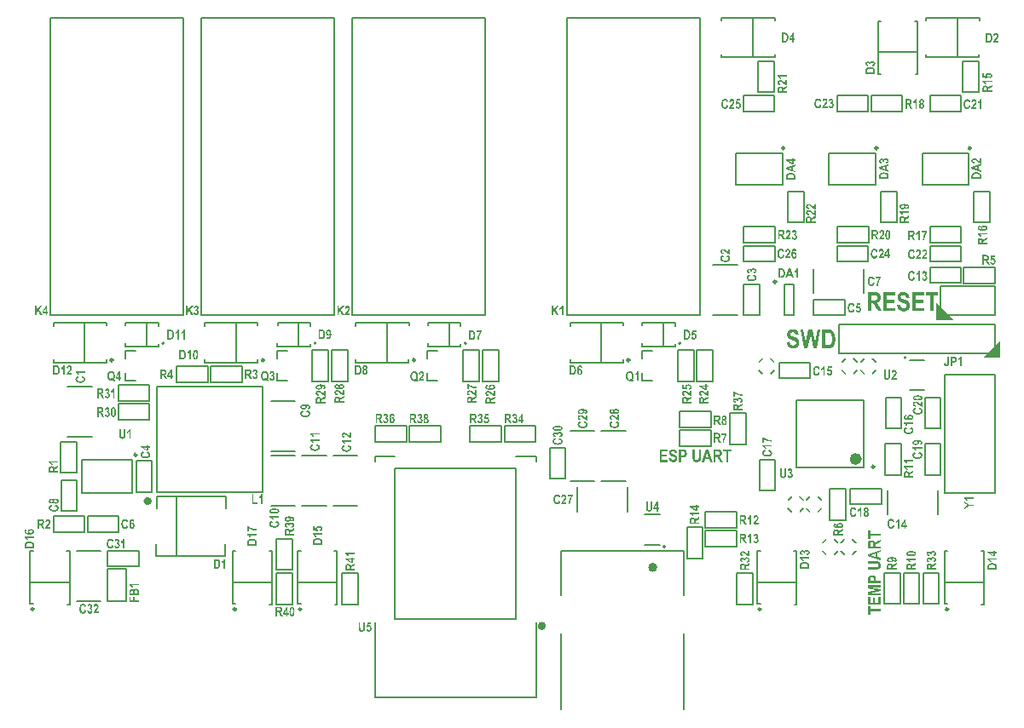
<source format=gto>
G04*
G04 #@! TF.GenerationSoftware,Altium Limited,Altium Designer,22.10.1 (41)*
G04*
G04 Layer_Color=65535*
%FSLAX43Y43*%
%MOMM*%
G71*
G04*
G04 #@! TF.SameCoordinates,EA9DE7AC-8BC7-4C06-A1B2-E8C90DB669E4*
G04*
G04*
G04 #@! TF.FilePolarity,Positive*
G04*
G01*
G75*
%ADD10C,0.500*%
%ADD11C,0.400*%
%ADD12C,0.250*%
%ADD13C,0.600*%
%ADD14C,0.200*%
%ADD15C,0.127*%
%ADD16C,0.150*%
G36*
X43805Y-843D02*
X42091D01*
Y871D01*
X43805Y-843D01*
D02*
G37*
G36*
X48400Y-2886D02*
Y-4600D01*
X46686D01*
X48400Y-2886D01*
D02*
G37*
G36*
X27866Y-1765D02*
X27889Y-1768D01*
X27916Y-1771D01*
X27944Y-1773D01*
X27977Y-1782D01*
X28044Y-1798D01*
X28116Y-1826D01*
X28149Y-1843D01*
X28186Y-1862D01*
X28216Y-1884D01*
X28247Y-1912D01*
X28249Y-1915D01*
X28252Y-1918D01*
X28261Y-1929D01*
X28272Y-1940D01*
X28283Y-1954D01*
X28297Y-1973D01*
X28310Y-1995D01*
X28324Y-2020D01*
X28338Y-2048D01*
X28355Y-2079D01*
X28369Y-2115D01*
X28380Y-2151D01*
X28391Y-2193D01*
X28399Y-2234D01*
X28408Y-2281D01*
X28410Y-2331D01*
X28099Y-2348D01*
Y-2345D01*
Y-2342D01*
X28097Y-2334D01*
X28094Y-2323D01*
X28088Y-2298D01*
X28080Y-2265D01*
X28066Y-2231D01*
X28052Y-2195D01*
X28033Y-2165D01*
X28008Y-2137D01*
X28005Y-2134D01*
X27997Y-2129D01*
X27980Y-2118D01*
X27958Y-2106D01*
X27930Y-2095D01*
X27897Y-2084D01*
X27858Y-2079D01*
X27814Y-2076D01*
X27794D01*
X27769Y-2079D01*
X27741Y-2081D01*
X27711Y-2090D01*
X27680Y-2098D01*
X27647Y-2112D01*
X27619Y-2129D01*
X27616Y-2131D01*
X27608Y-2137D01*
X27597Y-2148D01*
X27586Y-2165D01*
X27575Y-2184D01*
X27564Y-2206D01*
X27555Y-2231D01*
X27553Y-2259D01*
Y-2262D01*
Y-2270D01*
X27555Y-2284D01*
X27561Y-2304D01*
X27566Y-2323D01*
X27578Y-2342D01*
X27594Y-2365D01*
X27614Y-2384D01*
X27616Y-2387D01*
X27628Y-2392D01*
X27644Y-2404D01*
X27672Y-2417D01*
X27691Y-2426D01*
X27711Y-2437D01*
X27733Y-2445D01*
X27761Y-2456D01*
X27789Y-2467D01*
X27822Y-2478D01*
X27858Y-2490D01*
X27897Y-2501D01*
X27900D01*
X27908Y-2503D01*
X27919Y-2506D01*
X27936Y-2512D01*
X27955Y-2520D01*
X27977Y-2526D01*
X28027Y-2545D01*
X28083Y-2567D01*
X28138Y-2590D01*
X28191Y-2617D01*
X28216Y-2631D01*
X28236Y-2645D01*
X28241Y-2648D01*
X28252Y-2659D01*
X28272Y-2673D01*
X28297Y-2695D01*
X28322Y-2723D01*
X28349Y-2756D01*
X28374Y-2795D01*
X28397Y-2837D01*
X28399Y-2842D01*
X28405Y-2859D01*
X28413Y-2884D01*
X28424Y-2917D01*
X28435Y-2959D01*
X28444Y-3009D01*
X28449Y-3064D01*
X28452Y-3125D01*
Y-3128D01*
Y-3136D01*
Y-3148D01*
X28449Y-3167D01*
X28447Y-3186D01*
X28444Y-3211D01*
X28438Y-3239D01*
X28433Y-3267D01*
X28416Y-3334D01*
X28388Y-3403D01*
X28372Y-3436D01*
X28349Y-3470D01*
X28327Y-3503D01*
X28299Y-3536D01*
X28297Y-3539D01*
X28291Y-3545D01*
X28283Y-3550D01*
X28272Y-3561D01*
X28255Y-3575D01*
X28236Y-3589D01*
X28211Y-3603D01*
X28186Y-3617D01*
X28155Y-3633D01*
X28119Y-3647D01*
X28080Y-3661D01*
X28038Y-3675D01*
X27991Y-3686D01*
X27941Y-3692D01*
X27889Y-3697D01*
X27830Y-3700D01*
X27805D01*
X27777Y-3694D01*
X27741Y-3689D01*
X27697Y-3681D01*
X27647Y-3667D01*
X27594Y-3647D01*
X27539Y-3619D01*
X27483Y-3586D01*
X27428Y-3542D01*
X27375Y-3492D01*
X27350Y-3461D01*
X27325Y-3428D01*
X27303Y-3392D01*
X27283Y-3356D01*
X27264Y-3314D01*
X27244Y-3270D01*
X27231Y-3220D01*
X27217Y-3170D01*
X27208Y-3114D01*
X27200Y-3056D01*
X27503Y-3020D01*
Y-3023D01*
X27505Y-3036D01*
X27508Y-3053D01*
X27514Y-3075D01*
X27522Y-3103D01*
X27533Y-3134D01*
X27547Y-3167D01*
X27564Y-3200D01*
X27583Y-3234D01*
X27605Y-3267D01*
X27633Y-3297D01*
X27666Y-3325D01*
X27702Y-3347D01*
X27741Y-3364D01*
X27789Y-3378D01*
X27839Y-3381D01*
X27861D01*
X27886Y-3378D01*
X27919Y-3372D01*
X27952Y-3364D01*
X27988Y-3350D01*
X28025Y-3334D01*
X28058Y-3309D01*
X28061Y-3306D01*
X28072Y-3295D01*
X28086Y-3278D01*
X28099Y-3259D01*
X28116Y-3231D01*
X28127Y-3200D01*
X28138Y-3164D01*
X28141Y-3125D01*
Y-3123D01*
Y-3114D01*
X28138Y-3103D01*
Y-3086D01*
X28127Y-3053D01*
X28122Y-3034D01*
X28111Y-3017D01*
Y-3014D01*
X28105Y-3009D01*
X28088Y-2992D01*
X28077Y-2981D01*
X28063Y-2967D01*
X28044Y-2956D01*
X28025Y-2945D01*
X28022Y-2942D01*
X28013Y-2939D01*
X27994Y-2931D01*
X27969Y-2920D01*
X27952Y-2914D01*
X27933Y-2909D01*
X27911Y-2900D01*
X27883Y-2892D01*
X27855Y-2881D01*
X27822Y-2870D01*
X27786Y-2859D01*
X27747Y-2848D01*
X27744D01*
X27739Y-2845D01*
X27727Y-2842D01*
X27714Y-2837D01*
X27697Y-2831D01*
X27680Y-2825D01*
X27636Y-2809D01*
X27589Y-2789D01*
X27539Y-2767D01*
X27494Y-2742D01*
X27455Y-2717D01*
X27453Y-2714D01*
X27442Y-2703D01*
X27425Y-2689D01*
X27403Y-2667D01*
X27380Y-2642D01*
X27355Y-2612D01*
X27330Y-2576D01*
X27308Y-2534D01*
X27306Y-2528D01*
X27300Y-2515D01*
X27292Y-2490D01*
X27283Y-2459D01*
X27272Y-2423D01*
X27264Y-2381D01*
X27258Y-2334D01*
X27256Y-2287D01*
Y-2284D01*
Y-2281D01*
Y-2273D01*
Y-2262D01*
X27258Y-2231D01*
X27264Y-2195D01*
X27272Y-2154D01*
X27286Y-2106D01*
X27303Y-2059D01*
X27325Y-2012D01*
Y-2009D01*
X27328Y-2007D01*
X27339Y-1993D01*
X27353Y-1970D01*
X27375Y-1943D01*
X27403Y-1912D01*
X27436Y-1882D01*
X27472Y-1851D01*
X27516Y-1826D01*
X27519D01*
X27522Y-1823D01*
X27539Y-1815D01*
X27566Y-1807D01*
X27603Y-1793D01*
X27647Y-1782D01*
X27697Y-1773D01*
X27758Y-1765D01*
X27822Y-1762D01*
X27847D01*
X27866Y-1765D01*
D02*
G37*
G36*
X30209Y-3669D02*
X29879D01*
X29571Y-2267D01*
X29266Y-3669D01*
X28927D01*
X28563Y-1793D01*
X28880D01*
X29110Y-3084D01*
X29390Y-1793D01*
X29760D01*
X30032Y-3106D01*
X30268Y-1793D01*
X30581D01*
X30209Y-3669D01*
D02*
G37*
G36*
X31362Y-1796D02*
X31381D01*
X31428Y-1798D01*
X31481Y-1804D01*
X31534Y-1815D01*
X31586Y-1826D01*
X31631Y-1843D01*
X31636Y-1845D01*
X31650Y-1851D01*
X31670Y-1865D01*
X31697Y-1882D01*
X31728Y-1904D01*
X31764Y-1932D01*
X31797Y-1965D01*
X31834Y-2004D01*
X31839Y-2009D01*
X31850Y-2023D01*
X31867Y-2048D01*
X31886Y-2084D01*
X31911Y-2126D01*
X31936Y-2176D01*
X31958Y-2234D01*
X31981Y-2301D01*
Y-2304D01*
X31983Y-2309D01*
X31986Y-2320D01*
X31989Y-2334D01*
X31992Y-2351D01*
X31997Y-2373D01*
X32003Y-2398D01*
X32008Y-2426D01*
X32011Y-2456D01*
X32017Y-2490D01*
X32022Y-2526D01*
X32025Y-2567D01*
X32031Y-2653D01*
X32033Y-2751D01*
Y-2753D01*
Y-2762D01*
Y-2776D01*
Y-2792D01*
X32031Y-2812D01*
Y-2837D01*
X32028Y-2864D01*
Y-2895D01*
X32020Y-2962D01*
X32011Y-3034D01*
X31997Y-3106D01*
X31978Y-3175D01*
Y-3178D01*
X31975Y-3184D01*
X31972Y-3192D01*
X31967Y-3206D01*
X31956Y-3239D01*
X31939Y-3278D01*
X31920Y-3325D01*
X31895Y-3372D01*
X31867Y-3420D01*
X31836Y-3461D01*
X31834Y-3467D01*
X31822Y-3478D01*
X31803Y-3497D01*
X31781Y-3520D01*
X31750Y-3545D01*
X31717Y-3570D01*
X31678Y-3595D01*
X31634Y-3617D01*
X31628Y-3619D01*
X31611Y-3625D01*
X31586Y-3633D01*
X31550Y-3642D01*
X31506Y-3653D01*
X31453Y-3661D01*
X31392Y-3667D01*
X31325Y-3669D01*
X30742D01*
Y-1793D01*
X31345D01*
X31362Y-1796D01*
D02*
G37*
G36*
X38848Y1933D02*
X38871Y1930D01*
X38898Y1927D01*
X38926Y1924D01*
X38959Y1916D01*
X39026Y1899D01*
X39098Y1872D01*
X39131Y1855D01*
X39168Y1836D01*
X39198Y1813D01*
X39229Y1786D01*
X39231Y1783D01*
X39234Y1780D01*
X39243Y1769D01*
X39254Y1758D01*
X39265Y1744D01*
X39279Y1725D01*
X39293Y1702D01*
X39306Y1677D01*
X39320Y1650D01*
X39337Y1619D01*
X39351Y1583D01*
X39362Y1547D01*
X39373Y1505D01*
X39381Y1464D01*
X39390Y1416D01*
X39392Y1366D01*
X39082Y1350D01*
Y1353D01*
Y1355D01*
X39079Y1364D01*
X39076Y1375D01*
X39070Y1400D01*
X39062Y1433D01*
X39048Y1466D01*
X39034Y1502D01*
X39015Y1533D01*
X38990Y1561D01*
X38987Y1564D01*
X38979Y1569D01*
X38962Y1580D01*
X38940Y1591D01*
X38912Y1602D01*
X38879Y1613D01*
X38840Y1619D01*
X38796Y1622D01*
X38776D01*
X38751Y1619D01*
X38723Y1616D01*
X38693Y1608D01*
X38662Y1600D01*
X38629Y1586D01*
X38601Y1569D01*
X38598Y1566D01*
X38590Y1561D01*
X38579Y1550D01*
X38568Y1533D01*
X38557Y1514D01*
X38546Y1491D01*
X38537Y1466D01*
X38535Y1439D01*
Y1436D01*
Y1428D01*
X38537Y1414D01*
X38543Y1394D01*
X38548Y1375D01*
X38560Y1355D01*
X38576Y1333D01*
X38596Y1314D01*
X38598Y1311D01*
X38610Y1305D01*
X38626Y1294D01*
X38654Y1280D01*
X38673Y1272D01*
X38693Y1261D01*
X38715Y1253D01*
X38743Y1241D01*
X38771Y1230D01*
X38804Y1219D01*
X38840Y1208D01*
X38879Y1197D01*
X38882D01*
X38890Y1194D01*
X38901Y1192D01*
X38918Y1186D01*
X38937Y1178D01*
X38959Y1172D01*
X39009Y1153D01*
X39065Y1130D01*
X39120Y1108D01*
X39173Y1080D01*
X39198Y1067D01*
X39218Y1053D01*
X39223Y1050D01*
X39234Y1039D01*
X39254Y1025D01*
X39279Y1003D01*
X39304Y975D01*
X39331Y942D01*
X39356Y903D01*
X39379Y861D01*
X39381Y856D01*
X39387Y839D01*
X39395Y814D01*
X39406Y781D01*
X39417Y739D01*
X39426Y689D01*
X39431Y633D01*
X39434Y572D01*
Y570D01*
Y561D01*
Y550D01*
X39431Y531D01*
X39429Y511D01*
X39426Y486D01*
X39420Y459D01*
X39415Y431D01*
X39398Y364D01*
X39370Y295D01*
X39354Y261D01*
X39331Y228D01*
X39309Y195D01*
X39281Y162D01*
X39279Y159D01*
X39273Y153D01*
X39265Y148D01*
X39254Y137D01*
X39237Y123D01*
X39218Y109D01*
X39193Y95D01*
X39168Y81D01*
X39137Y64D01*
X39101Y50D01*
X39062Y37D01*
X39020Y23D01*
X38973Y12D01*
X38923Y6D01*
X38871Y1D01*
X38812Y-2D01*
X38787D01*
X38759Y3D01*
X38723Y9D01*
X38679Y17D01*
X38629Y31D01*
X38576Y50D01*
X38521Y78D01*
X38465Y112D01*
X38410Y156D01*
X38357Y206D01*
X38332Y236D01*
X38307Y270D01*
X38285Y306D01*
X38265Y342D01*
X38246Y384D01*
X38226Y428D01*
X38213Y478D01*
X38199Y528D01*
X38190Y584D01*
X38182Y642D01*
X38485Y678D01*
Y675D01*
X38487Y661D01*
X38490Y645D01*
X38496Y622D01*
X38504Y595D01*
X38515Y564D01*
X38529Y531D01*
X38546Y497D01*
X38565Y464D01*
X38587Y431D01*
X38615Y400D01*
X38648Y373D01*
X38685Y350D01*
X38723Y334D01*
X38771Y320D01*
X38821Y317D01*
X38843D01*
X38868Y320D01*
X38901Y325D01*
X38934Y334D01*
X38970Y348D01*
X39007Y364D01*
X39040Y389D01*
X39043Y392D01*
X39054Y403D01*
X39068Y420D01*
X39082Y439D01*
X39098Y467D01*
X39109Y497D01*
X39120Y534D01*
X39123Y572D01*
Y575D01*
Y584D01*
X39120Y595D01*
Y611D01*
X39109Y645D01*
X39104Y664D01*
X39093Y681D01*
Y683D01*
X39087Y689D01*
X39070Y706D01*
X39059Y717D01*
X39045Y731D01*
X39026Y742D01*
X39007Y753D01*
X39004Y756D01*
X38995Y758D01*
X38976Y767D01*
X38951Y778D01*
X38934Y783D01*
X38915Y789D01*
X38893Y797D01*
X38865Y806D01*
X38837Y817D01*
X38804Y828D01*
X38768Y839D01*
X38729Y850D01*
X38726D01*
X38721Y853D01*
X38709Y856D01*
X38696Y861D01*
X38679Y867D01*
X38662Y872D01*
X38618Y889D01*
X38571Y908D01*
X38521Y931D01*
X38476Y956D01*
X38437Y981D01*
X38435Y983D01*
X38424Y994D01*
X38407Y1008D01*
X38385Y1031D01*
X38362Y1055D01*
X38337Y1086D01*
X38312Y1122D01*
X38290Y1164D01*
X38288Y1169D01*
X38282Y1183D01*
X38274Y1208D01*
X38265Y1239D01*
X38254Y1275D01*
X38246Y1316D01*
X38240Y1364D01*
X38238Y1411D01*
Y1414D01*
Y1416D01*
Y1425D01*
Y1436D01*
X38240Y1466D01*
X38246Y1502D01*
X38254Y1544D01*
X38268Y1591D01*
X38285Y1638D01*
X38307Y1686D01*
Y1688D01*
X38310Y1691D01*
X38321Y1705D01*
X38335Y1727D01*
X38357Y1755D01*
X38385Y1786D01*
X38418Y1816D01*
X38454Y1847D01*
X38499Y1872D01*
X38501D01*
X38504Y1874D01*
X38521Y1883D01*
X38548Y1891D01*
X38585Y1905D01*
X38629Y1916D01*
X38679Y1924D01*
X38740Y1933D01*
X38804Y1936D01*
X38829D01*
X38848Y1933D01*
D02*
G37*
G36*
X42246Y1589D02*
X41791D01*
Y28D01*
X41480D01*
Y1589D01*
X41022D01*
Y1905D01*
X42246D01*
Y1589D01*
D02*
G37*
G36*
X40842D02*
X40009D01*
Y1172D01*
X40783D01*
Y856D01*
X40009D01*
Y345D01*
X40869D01*
Y28D01*
X39698D01*
Y1905D01*
X40842D01*
Y1589D01*
D02*
G37*
G36*
X37971D02*
X37138D01*
Y1172D01*
X37913D01*
Y856D01*
X37138D01*
Y345D01*
X37999D01*
Y28D01*
X36827D01*
Y1905D01*
X37971D01*
Y1589D01*
D02*
G37*
G36*
X35992Y1902D02*
X36017D01*
X36069Y1899D01*
X36128Y1891D01*
X36186Y1883D01*
X36241Y1869D01*
X36266Y1861D01*
X36289Y1852D01*
X36294Y1849D01*
X36308Y1844D01*
X36327Y1830D01*
X36352Y1811D01*
X36380Y1788D01*
X36408Y1758D01*
X36439Y1722D01*
X36466Y1677D01*
X36469Y1672D01*
X36477Y1655D01*
X36489Y1627D01*
X36502Y1594D01*
X36514Y1550D01*
X36525Y1497D01*
X36533Y1441D01*
X36536Y1378D01*
Y1375D01*
Y1369D01*
Y1355D01*
X36533Y1341D01*
Y1322D01*
X36530Y1300D01*
X36522Y1250D01*
X36511Y1194D01*
X36491Y1136D01*
X36464Y1078D01*
X36427Y1022D01*
Y1019D01*
X36422Y1017D01*
X36408Y1000D01*
X36383Y978D01*
X36350Y953D01*
X36308Y922D01*
X36255Y894D01*
X36197Y872D01*
X36128Y856D01*
X36133Y853D01*
X36144Y842D01*
X36164Y828D01*
X36186Y808D01*
X36211Y786D01*
X36239Y758D01*
X36266Y728D01*
X36291Y697D01*
X36294Y695D01*
X36303Y681D01*
X36319Y658D01*
X36339Y628D01*
X36364Y586D01*
X36377Y561D01*
X36394Y534D01*
X36411Y503D01*
X36430Y470D01*
X36450Y431D01*
X36469Y392D01*
X36658Y28D01*
X36283D01*
X36061Y436D01*
Y439D01*
X36055Y447D01*
X36050Y459D01*
X36042Y472D01*
X36030Y489D01*
X36019Y509D01*
X35994Y553D01*
X35967Y600D01*
X35939Y647D01*
X35928Y667D01*
X35914Y683D01*
X35903Y700D01*
X35894Y711D01*
X35892Y714D01*
X35886Y720D01*
X35878Y731D01*
X35867Y742D01*
X35839Y767D01*
X35822Y781D01*
X35803Y789D01*
X35800D01*
X35794Y792D01*
X35783Y797D01*
X35767Y800D01*
X35744Y806D01*
X35717Y808D01*
X35686Y811D01*
X35586D01*
Y28D01*
X35275D01*
Y1905D01*
X35972D01*
X35992Y1902D01*
D02*
G37*
G36*
X35494Y-22122D02*
X36534D01*
Y-22329D01*
X35494D01*
Y-22635D01*
X35283D01*
Y-21818D01*
X35494D01*
Y-22122D01*
D02*
G37*
G36*
X36534Y-22923D02*
X36262Y-23072D01*
X36260D01*
X36255Y-23075D01*
X36247Y-23079D01*
X36238Y-23084D01*
X36227Y-23092D01*
X36214Y-23099D01*
X36184Y-23116D01*
X36153Y-23134D01*
X36121Y-23153D01*
X36108Y-23160D01*
X36097Y-23170D01*
X36086Y-23177D01*
X36079Y-23183D01*
X36077Y-23184D01*
X36073Y-23188D01*
X36066Y-23194D01*
X36058Y-23201D01*
X36042Y-23220D01*
X36032Y-23231D01*
X36027Y-23244D01*
Y-23246D01*
X36025Y-23249D01*
X36021Y-23257D01*
X36020Y-23268D01*
X36016Y-23283D01*
X36014Y-23301D01*
X36012Y-23321D01*
Y-23388D01*
X36534D01*
Y-23596D01*
X35283D01*
Y-23131D01*
X35284Y-23118D01*
Y-23101D01*
X35286Y-23066D01*
X35292Y-23027D01*
X35297Y-22988D01*
X35307Y-22951D01*
X35312Y-22934D01*
X35318Y-22920D01*
X35320Y-22916D01*
X35323Y-22907D01*
X35333Y-22894D01*
X35346Y-22877D01*
X35360Y-22859D01*
X35381Y-22840D01*
X35405Y-22820D01*
X35434Y-22801D01*
X35438Y-22799D01*
X35449Y-22794D01*
X35468Y-22786D01*
X35490Y-22777D01*
X35520Y-22770D01*
X35555Y-22762D01*
X35592Y-22757D01*
X35634Y-22755D01*
X35636D01*
X35640D01*
X35649D01*
X35658Y-22757D01*
X35671D01*
X35686Y-22759D01*
X35720Y-22764D01*
X35757Y-22772D01*
X35795Y-22785D01*
X35834Y-22803D01*
X35871Y-22827D01*
X35873D01*
X35875Y-22831D01*
X35886Y-22840D01*
X35901Y-22857D01*
X35918Y-22879D01*
X35938Y-22907D01*
X35957Y-22942D01*
X35971Y-22981D01*
X35982Y-23027D01*
X35984Y-23023D01*
X35992Y-23016D01*
X36001Y-23003D01*
X36014Y-22988D01*
X36029Y-22972D01*
X36047Y-22953D01*
X36068Y-22934D01*
X36088Y-22918D01*
X36090Y-22916D01*
X36099Y-22910D01*
X36114Y-22899D01*
X36134Y-22886D01*
X36162Y-22870D01*
X36179Y-22860D01*
X36197Y-22849D01*
X36218Y-22838D01*
X36240Y-22825D01*
X36266Y-22812D01*
X36292Y-22799D01*
X36534Y-22673D01*
Y-22923D01*
D02*
G37*
G36*
Y-23929D02*
X36251Y-24018D01*
Y-24432D01*
X36534Y-24516D01*
Y-24736D01*
X35283Y-24338D01*
Y-24118D01*
X36534Y-23705D01*
Y-23929D01*
D02*
G37*
G36*
X36025Y-24851D02*
X36051D01*
X36081Y-24853D01*
X36140Y-24857D01*
X36199Y-24860D01*
X36229Y-24864D01*
X36257Y-24868D01*
X36282Y-24871D01*
X36305Y-24877D01*
X36307D01*
X36310Y-24879D01*
X36316Y-24881D01*
X36323Y-24882D01*
X36344Y-24890D01*
X36369Y-24903D01*
X36397Y-24919D01*
X36429Y-24940D01*
X36458Y-24966D01*
X36486Y-24999D01*
Y-25001D01*
X36490Y-25003D01*
X36492Y-25008D01*
X36497Y-25016D01*
X36503Y-25025D01*
X36508Y-25036D01*
X36514Y-25051D01*
X36519Y-25066D01*
X36532Y-25101D01*
X36544Y-25144D01*
X36551Y-25192D01*
X36555Y-25247D01*
Y-25262D01*
X36553Y-25273D01*
Y-25288D01*
X36551Y-25303D01*
X36547Y-25340D01*
X36540Y-25379D01*
X36531Y-25421D01*
X36516Y-25462D01*
X36497Y-25499D01*
Y-25501D01*
X36495Y-25503D01*
X36486Y-25514D01*
X36473Y-25531D01*
X36455Y-25549D01*
X36432Y-25571D01*
X36405Y-25593D01*
X36373Y-25614D01*
X36336Y-25631D01*
X36334D01*
X36331Y-25632D01*
X36325Y-25634D01*
X36316Y-25636D01*
X36303Y-25640D01*
X36288Y-25643D01*
X36270Y-25647D01*
X36249Y-25649D01*
X36223Y-25653D01*
X36195Y-25656D01*
X36164Y-25660D01*
X36129Y-25664D01*
X36090Y-25666D01*
X36047Y-25668D01*
X36001Y-25669D01*
X35951D01*
X35283D01*
Y-25462D01*
X35960D01*
X35962D01*
X35968D01*
X35975D01*
X35986D01*
X35997D01*
X36012D01*
X36045Y-25460D01*
X36079D01*
X36114Y-25458D01*
X36144Y-25456D01*
X36155D01*
X36166Y-25455D01*
X36170D01*
X36179Y-25451D01*
X36194Y-25447D01*
X36212Y-25442D01*
X36234Y-25432D01*
X36255Y-25421D01*
X36275Y-25408D01*
X36294Y-25390D01*
X36295Y-25388D01*
X36301Y-25381D01*
X36308Y-25369D01*
X36316Y-25353D01*
X36323Y-25334D01*
X36331Y-25310D01*
X36336Y-25282D01*
X36338Y-25253D01*
Y-25240D01*
X36336Y-25227D01*
X36334Y-25210D01*
X36331Y-25192D01*
X36325Y-25173D01*
X36318Y-25155D01*
X36307Y-25136D01*
X36305Y-25134D01*
X36301Y-25129D01*
X36294Y-25121D01*
X36284Y-25112D01*
X36271Y-25101D01*
X36257Y-25092D01*
X36240Y-25082D01*
X36220Y-25075D01*
X36216D01*
X36208Y-25071D01*
X36201D01*
X36192Y-25069D01*
X36181Y-25068D01*
X36168Y-25066D01*
X36153Y-25064D01*
X36134Y-25062D01*
X36114Y-25060D01*
X36092D01*
X36068Y-25058D01*
X36040Y-25056D01*
X36008D01*
X35975D01*
X35283D01*
Y-24849D01*
X35940D01*
X35944D01*
X35951D01*
X35964D01*
X35981D01*
X36001D01*
X36025Y-24851D01*
D02*
G37*
G36*
X35703Y-26238D02*
X35718D01*
X35749Y-26242D01*
X35784Y-26249D01*
X35823Y-26258D01*
X35860Y-26271D01*
X35897Y-26288D01*
X35899D01*
X35901Y-26290D01*
X35912Y-26297D01*
X35929Y-26308D01*
X35947Y-26323D01*
X35968Y-26342D01*
X35990Y-26364D01*
X36008Y-26390D01*
X36025Y-26417D01*
X36027Y-26421D01*
X36029Y-26425D01*
X36031Y-26432D01*
X36034Y-26442D01*
X36036Y-26451D01*
X36040Y-26464D01*
X36044Y-26479D01*
X36047Y-26495D01*
X36051Y-26516D01*
X36053Y-26536D01*
X36057Y-26560D01*
X36058Y-26586D01*
X36060Y-26616D01*
X36062Y-26647D01*
Y-26816D01*
X36534D01*
Y-27023D01*
X35283D01*
Y-26629D01*
X35284Y-26592D01*
X35286Y-26549D01*
X35290Y-26510D01*
X35292Y-26492D01*
X35296Y-26475D01*
X35297Y-26460D01*
X35301Y-26447D01*
Y-26445D01*
X35303Y-26443D01*
X35307Y-26432D01*
X35316Y-26416D01*
X35327Y-26393D01*
X35344Y-26371D01*
X35366Y-26345D01*
X35392Y-26321D01*
X35425Y-26297D01*
X35427D01*
X35429Y-26295D01*
X35434Y-26292D01*
X35442Y-26288D01*
X35451Y-26282D01*
X35462Y-26279D01*
X35475Y-26273D01*
X35492Y-26266D01*
X35527Y-26255D01*
X35568Y-26245D01*
X35616Y-26238D01*
X35670Y-26236D01*
X35671D01*
X35675D01*
X35683D01*
X35692D01*
X35703Y-26238D01*
D02*
G37*
G36*
X36534Y-27419D02*
X35547D01*
X36534Y-27627D01*
Y-27825D01*
X35547Y-28028D01*
X36534D01*
Y-28221D01*
X35283D01*
Y-27912D01*
X36140Y-27725D01*
X35283Y-27540D01*
Y-27227D01*
X36534D01*
Y-27419D01*
D02*
G37*
G36*
Y-29175D02*
X35283D01*
Y-28412D01*
X35494D01*
Y-28967D01*
X35771D01*
Y-28451D01*
X35982D01*
Y-28967D01*
X36323D01*
Y-28393D01*
X36534D01*
Y-29175D01*
D02*
G37*
G36*
X35494Y-29612D02*
X36534D01*
Y-29819D01*
X35494D01*
Y-30124D01*
X35283D01*
Y-29308D01*
X35494D01*
Y-29612D01*
D02*
G37*
G36*
X15948Y-13709D02*
X15963Y-13711D01*
X15981Y-13713D01*
X16000Y-13715D01*
X16022Y-13720D01*
X16067Y-13732D01*
X16115Y-13750D01*
X16137Y-13761D01*
X16161Y-13774D01*
X16181Y-13789D01*
X16202Y-13808D01*
X16204Y-13809D01*
X16205Y-13811D01*
X16211Y-13819D01*
X16218Y-13826D01*
X16226Y-13835D01*
X16235Y-13848D01*
X16244Y-13863D01*
X16254Y-13880D01*
X16263Y-13898D01*
X16274Y-13919D01*
X16283Y-13943D01*
X16291Y-13967D01*
X16298Y-13995D01*
X16304Y-14022D01*
X16309Y-14054D01*
X16311Y-14087D01*
X16104Y-14098D01*
Y-14096D01*
Y-14095D01*
X16102Y-14089D01*
X16100Y-14082D01*
X16096Y-14065D01*
X16091Y-14043D01*
X16081Y-14020D01*
X16072Y-13996D01*
X16059Y-13976D01*
X16042Y-13958D01*
X16041Y-13956D01*
X16035Y-13952D01*
X16024Y-13945D01*
X16009Y-13937D01*
X15991Y-13930D01*
X15968Y-13922D01*
X15942Y-13919D01*
X15913Y-13917D01*
X15900D01*
X15883Y-13919D01*
X15865Y-13920D01*
X15844Y-13926D01*
X15824Y-13932D01*
X15802Y-13941D01*
X15783Y-13952D01*
X15781Y-13954D01*
X15776Y-13958D01*
X15768Y-13965D01*
X15761Y-13976D01*
X15754Y-13989D01*
X15746Y-14004D01*
X15741Y-14020D01*
X15739Y-14039D01*
Y-14041D01*
Y-14046D01*
X15741Y-14056D01*
X15744Y-14069D01*
X15748Y-14082D01*
X15755Y-14095D01*
X15767Y-14109D01*
X15780Y-14122D01*
X15781Y-14124D01*
X15789Y-14128D01*
X15800Y-14135D01*
X15818Y-14145D01*
X15831Y-14150D01*
X15844Y-14158D01*
X15859Y-14163D01*
X15878Y-14170D01*
X15896Y-14178D01*
X15918Y-14185D01*
X15942Y-14193D01*
X15968Y-14200D01*
X15970D01*
X15976Y-14202D01*
X15983Y-14204D01*
X15994Y-14207D01*
X16007Y-14213D01*
X16022Y-14217D01*
X16055Y-14230D01*
X16092Y-14245D01*
X16129Y-14259D01*
X16165Y-14278D01*
X16181Y-14287D01*
X16194Y-14296D01*
X16198Y-14298D01*
X16205Y-14306D01*
X16218Y-14315D01*
X16235Y-14330D01*
X16252Y-14348D01*
X16270Y-14370D01*
X16287Y-14396D01*
X16302Y-14424D01*
X16304Y-14428D01*
X16307Y-14439D01*
X16313Y-14456D01*
X16320Y-14478D01*
X16328Y-14506D01*
X16333Y-14539D01*
X16337Y-14576D01*
X16339Y-14617D01*
Y-14619D01*
Y-14624D01*
Y-14632D01*
X16337Y-14644D01*
X16335Y-14657D01*
X16333Y-14674D01*
X16329Y-14693D01*
X16326Y-14711D01*
X16315Y-14756D01*
X16296Y-14802D01*
X16285Y-14824D01*
X16270Y-14846D01*
X16255Y-14869D01*
X16237Y-14891D01*
X16235Y-14893D01*
X16231Y-14896D01*
X16226Y-14900D01*
X16218Y-14907D01*
X16207Y-14917D01*
X16194Y-14926D01*
X16178Y-14935D01*
X16161Y-14944D01*
X16141Y-14956D01*
X16117Y-14965D01*
X16091Y-14974D01*
X16063Y-14983D01*
X16031Y-14991D01*
X15998Y-14994D01*
X15963Y-14998D01*
X15924Y-15000D01*
X15907D01*
X15889Y-14996D01*
X15865Y-14993D01*
X15835Y-14987D01*
X15802Y-14978D01*
X15767Y-14965D01*
X15730Y-14946D01*
X15692Y-14924D01*
X15655Y-14894D01*
X15620Y-14861D01*
X15604Y-14841D01*
X15587Y-14819D01*
X15572Y-14794D01*
X15559Y-14770D01*
X15546Y-14743D01*
X15533Y-14713D01*
X15524Y-14680D01*
X15515Y-14646D01*
X15509Y-14609D01*
X15504Y-14570D01*
X15705Y-14546D01*
Y-14548D01*
X15707Y-14557D01*
X15709Y-14569D01*
X15713Y-14583D01*
X15718Y-14602D01*
X15726Y-14622D01*
X15735Y-14644D01*
X15746Y-14667D01*
X15759Y-14689D01*
X15774Y-14711D01*
X15792Y-14732D01*
X15815Y-14750D01*
X15839Y-14765D01*
X15865Y-14776D01*
X15896Y-14785D01*
X15929Y-14787D01*
X15944D01*
X15961Y-14785D01*
X15983Y-14781D01*
X16005Y-14776D01*
X16029Y-14767D01*
X16054Y-14756D01*
X16076Y-14739D01*
X16078Y-14737D01*
X16085Y-14730D01*
X16094Y-14719D01*
X16104Y-14706D01*
X16115Y-14687D01*
X16122Y-14667D01*
X16129Y-14643D01*
X16131Y-14617D01*
Y-14615D01*
Y-14609D01*
X16129Y-14602D01*
Y-14591D01*
X16122Y-14569D01*
X16118Y-14556D01*
X16111Y-14544D01*
Y-14543D01*
X16107Y-14539D01*
X16096Y-14528D01*
X16089Y-14520D01*
X16079Y-14511D01*
X16067Y-14504D01*
X16054Y-14496D01*
X16052Y-14495D01*
X16046Y-14493D01*
X16033Y-14487D01*
X16017Y-14480D01*
X16005Y-14476D01*
X15992Y-14472D01*
X15978Y-14467D01*
X15959Y-14461D01*
X15941Y-14454D01*
X15918Y-14446D01*
X15894Y-14439D01*
X15868Y-14432D01*
X15867D01*
X15863Y-14430D01*
X15855Y-14428D01*
X15846Y-14424D01*
X15835Y-14420D01*
X15824Y-14417D01*
X15794Y-14406D01*
X15763Y-14393D01*
X15730Y-14378D01*
X15700Y-14361D01*
X15674Y-14345D01*
X15672Y-14343D01*
X15665Y-14335D01*
X15654Y-14326D01*
X15639Y-14311D01*
X15624Y-14295D01*
X15607Y-14274D01*
X15591Y-14250D01*
X15576Y-14222D01*
X15574Y-14219D01*
X15570Y-14209D01*
X15565Y-14193D01*
X15559Y-14172D01*
X15552Y-14148D01*
X15546Y-14120D01*
X15542Y-14089D01*
X15541Y-14058D01*
Y-14056D01*
Y-14054D01*
Y-14048D01*
Y-14041D01*
X15542Y-14020D01*
X15546Y-13996D01*
X15552Y-13969D01*
X15561Y-13937D01*
X15572Y-13906D01*
X15587Y-13874D01*
Y-13872D01*
X15589Y-13870D01*
X15596Y-13861D01*
X15605Y-13846D01*
X15620Y-13828D01*
X15639Y-13808D01*
X15661Y-13787D01*
X15685Y-13767D01*
X15715Y-13750D01*
X15717D01*
X15718Y-13748D01*
X15730Y-13743D01*
X15748Y-13737D01*
X15772Y-13728D01*
X15802Y-13720D01*
X15835Y-13715D01*
X15876Y-13709D01*
X15918Y-13708D01*
X15935D01*
X15948Y-13709D01*
D02*
G37*
G36*
X18687Y-14385D02*
Y-14389D01*
Y-14396D01*
Y-14409D01*
Y-14426D01*
Y-14446D01*
X18685Y-14470D01*
Y-14496D01*
X18683Y-14526D01*
X18679Y-14585D01*
X18676Y-14644D01*
X18672Y-14674D01*
X18668Y-14702D01*
X18664Y-14728D01*
X18659Y-14750D01*
Y-14752D01*
X18657Y-14756D01*
X18655Y-14761D01*
X18653Y-14769D01*
X18646Y-14789D01*
X18633Y-14815D01*
X18616Y-14843D01*
X18596Y-14874D01*
X18570Y-14904D01*
X18537Y-14931D01*
X18535D01*
X18533Y-14935D01*
X18527Y-14937D01*
X18520Y-14943D01*
X18511Y-14948D01*
X18500Y-14954D01*
X18485Y-14959D01*
X18470Y-14965D01*
X18435Y-14978D01*
X18392Y-14989D01*
X18344Y-14996D01*
X18289Y-15000D01*
X18274D01*
X18263Y-14998D01*
X18248D01*
X18233Y-14996D01*
X18196Y-14993D01*
X18157Y-14985D01*
X18114Y-14976D01*
X18074Y-14961D01*
X18037Y-14943D01*
X18035D01*
X18033Y-14941D01*
X18022Y-14931D01*
X18005Y-14919D01*
X17987Y-14900D01*
X17964Y-14878D01*
X17942Y-14850D01*
X17922Y-14819D01*
X17905Y-14781D01*
Y-14780D01*
X17903Y-14776D01*
X17902Y-14770D01*
X17900Y-14761D01*
X17896Y-14748D01*
X17892Y-14733D01*
X17889Y-14715D01*
X17887Y-14694D01*
X17883Y-14669D01*
X17879Y-14641D01*
X17876Y-14609D01*
X17872Y-14574D01*
X17870Y-14535D01*
X17868Y-14493D01*
X17866Y-14446D01*
Y-14396D01*
Y-13728D01*
X18074D01*
Y-14406D01*
Y-14407D01*
Y-14413D01*
Y-14420D01*
Y-14432D01*
Y-14443D01*
Y-14457D01*
X18076Y-14491D01*
Y-14524D01*
X18077Y-14559D01*
X18079Y-14589D01*
Y-14600D01*
X18081Y-14611D01*
Y-14615D01*
X18085Y-14624D01*
X18089Y-14639D01*
X18094Y-14657D01*
X18103Y-14680D01*
X18114Y-14700D01*
X18127Y-14720D01*
X18146Y-14739D01*
X18148Y-14741D01*
X18155Y-14746D01*
X18166Y-14754D01*
X18183Y-14761D01*
X18201Y-14769D01*
X18226Y-14776D01*
X18253Y-14781D01*
X18283Y-14783D01*
X18296D01*
X18309Y-14781D01*
X18326Y-14780D01*
X18344Y-14776D01*
X18363Y-14770D01*
X18381Y-14763D01*
X18400Y-14752D01*
X18401Y-14750D01*
X18407Y-14746D01*
X18414Y-14739D01*
X18424Y-14730D01*
X18435Y-14717D01*
X18444Y-14702D01*
X18453Y-14685D01*
X18461Y-14665D01*
Y-14661D01*
X18464Y-14654D01*
Y-14646D01*
X18466Y-14637D01*
X18468Y-14626D01*
X18470Y-14613D01*
X18472Y-14598D01*
X18474Y-14580D01*
X18476Y-14559D01*
Y-14537D01*
X18477Y-14513D01*
X18479Y-14485D01*
Y-14454D01*
Y-14420D01*
Y-13728D01*
X18687D01*
Y-14385D01*
D02*
G37*
G36*
X21718Y-13939D02*
X21414D01*
Y-14980D01*
X21207D01*
Y-13939D01*
X20901D01*
Y-13728D01*
X21718D01*
Y-13939D01*
D02*
G37*
G36*
X20418Y-13730D02*
X20435D01*
X20470Y-13732D01*
X20509Y-13737D01*
X20548Y-13743D01*
X20585Y-13752D01*
X20601Y-13758D01*
X20616Y-13763D01*
X20620Y-13765D01*
X20629Y-13769D01*
X20642Y-13778D01*
X20659Y-13791D01*
X20677Y-13806D01*
X20696Y-13826D01*
X20716Y-13850D01*
X20735Y-13880D01*
X20736Y-13883D01*
X20742Y-13895D01*
X20749Y-13913D01*
X20759Y-13935D01*
X20766Y-13965D01*
X20773Y-14000D01*
X20779Y-14037D01*
X20781Y-14080D01*
Y-14082D01*
Y-14085D01*
Y-14095D01*
X20779Y-14104D01*
Y-14117D01*
X20777Y-14132D01*
X20772Y-14165D01*
X20764Y-14202D01*
X20751Y-14241D01*
X20733Y-14280D01*
X20709Y-14317D01*
Y-14319D01*
X20705Y-14320D01*
X20696Y-14332D01*
X20679Y-14346D01*
X20657Y-14363D01*
X20629Y-14383D01*
X20594Y-14402D01*
X20555Y-14417D01*
X20509Y-14428D01*
X20512Y-14430D01*
X20520Y-14437D01*
X20533Y-14446D01*
X20548Y-14459D01*
X20564Y-14474D01*
X20583Y-14493D01*
X20601Y-14513D01*
X20618Y-14533D01*
X20620Y-14535D01*
X20625Y-14544D01*
X20636Y-14559D01*
X20649Y-14580D01*
X20666Y-14607D01*
X20675Y-14624D01*
X20686Y-14643D01*
X20698Y-14663D01*
X20710Y-14685D01*
X20723Y-14711D01*
X20736Y-14737D01*
X20862Y-14980D01*
X20612D01*
X20464Y-14707D01*
Y-14706D01*
X20461Y-14700D01*
X20457Y-14693D01*
X20451Y-14683D01*
X20444Y-14672D01*
X20436Y-14659D01*
X20420Y-14630D01*
X20401Y-14598D01*
X20383Y-14567D01*
X20375Y-14554D01*
X20366Y-14543D01*
X20359Y-14532D01*
X20353Y-14524D01*
X20351Y-14522D01*
X20348Y-14519D01*
X20342Y-14511D01*
X20335Y-14504D01*
X20316Y-14487D01*
X20305Y-14478D01*
X20292Y-14472D01*
X20290D01*
X20286Y-14470D01*
X20279Y-14467D01*
X20268Y-14465D01*
X20253Y-14461D01*
X20235Y-14459D01*
X20214Y-14457D01*
X20148D01*
Y-14980D01*
X19940D01*
Y-13728D01*
X20405D01*
X20418Y-13730D01*
D02*
G37*
G36*
X19831Y-14980D02*
X19607D01*
X19518Y-14696D01*
X19103D01*
X19020Y-14980D01*
X18800D01*
X19198Y-13728D01*
X19418D01*
X19831Y-14980D01*
D02*
G37*
G36*
X16944Y-13730D02*
X16987Y-13732D01*
X17026Y-13735D01*
X17044Y-13737D01*
X17061Y-13741D01*
X17076Y-13743D01*
X17089Y-13746D01*
X17090D01*
X17092Y-13748D01*
X17103Y-13752D01*
X17120Y-13761D01*
X17142Y-13772D01*
X17165Y-13789D01*
X17190Y-13811D01*
X17215Y-13837D01*
X17239Y-13870D01*
Y-13872D01*
X17240Y-13874D01*
X17244Y-13880D01*
X17248Y-13887D01*
X17253Y-13896D01*
X17257Y-13908D01*
X17263Y-13920D01*
X17270Y-13937D01*
X17281Y-13972D01*
X17290Y-14013D01*
X17298Y-14061D01*
X17300Y-14115D01*
Y-14117D01*
Y-14120D01*
Y-14128D01*
Y-14137D01*
X17298Y-14148D01*
Y-14163D01*
X17294Y-14195D01*
X17287Y-14230D01*
X17278Y-14269D01*
X17265Y-14306D01*
X17248Y-14343D01*
Y-14345D01*
X17246Y-14346D01*
X17239Y-14357D01*
X17228Y-14374D01*
X17213Y-14393D01*
X17194Y-14413D01*
X17172Y-14435D01*
X17146Y-14454D01*
X17118Y-14470D01*
X17115Y-14472D01*
X17111Y-14474D01*
X17103Y-14476D01*
X17094Y-14480D01*
X17085Y-14482D01*
X17072Y-14485D01*
X17057Y-14489D01*
X17040Y-14493D01*
X17020Y-14496D01*
X17000Y-14498D01*
X16976Y-14502D01*
X16950Y-14504D01*
X16920Y-14506D01*
X16889Y-14507D01*
X16720D01*
Y-14980D01*
X16513D01*
Y-13728D01*
X16907D01*
X16944Y-13730D01*
D02*
G37*
G36*
X15363Y-13939D02*
X14807D01*
Y-14217D01*
X15324D01*
Y-14428D01*
X14807D01*
Y-14769D01*
X15381D01*
Y-14980D01*
X14600D01*
Y-13728D01*
X15363D01*
Y-13939D01*
D02*
G37*
G36*
X13863Y-19438D02*
Y-19441D01*
Y-19447D01*
Y-19457D01*
Y-19469D01*
Y-19485D01*
X13862Y-19503D01*
Y-19523D01*
X13860Y-19545D01*
X13857Y-19591D01*
X13855Y-19636D01*
X13852Y-19658D01*
X13849Y-19679D01*
X13846Y-19699D01*
X13842Y-19716D01*
Y-19717D01*
X13840Y-19720D01*
X13839Y-19724D01*
X13838Y-19730D01*
X13832Y-19746D01*
X13822Y-19765D01*
X13809Y-19787D01*
X13794Y-19810D01*
X13774Y-19833D01*
X13749Y-19854D01*
X13747D01*
X13746Y-19857D01*
X13742Y-19858D01*
X13736Y-19863D01*
X13729Y-19867D01*
X13721Y-19871D01*
X13709Y-19875D01*
X13698Y-19880D01*
X13671Y-19889D01*
X13639Y-19898D01*
X13602Y-19904D01*
X13560Y-19906D01*
X13549D01*
X13540Y-19905D01*
X13529D01*
X13518Y-19904D01*
X13489Y-19901D01*
X13460Y-19895D01*
X13427Y-19888D01*
X13396Y-19877D01*
X13368Y-19863D01*
X13367D01*
X13365Y-19861D01*
X13357Y-19854D01*
X13344Y-19844D01*
X13330Y-19830D01*
X13313Y-19813D01*
X13296Y-19792D01*
X13281Y-19768D01*
X13268Y-19740D01*
Y-19739D01*
X13267Y-19736D01*
X13265Y-19732D01*
X13264Y-19724D01*
X13261Y-19715D01*
X13258Y-19703D01*
X13255Y-19689D01*
X13254Y-19674D01*
X13251Y-19654D01*
X13248Y-19633D01*
X13246Y-19609D01*
X13243Y-19582D01*
X13241Y-19552D01*
X13240Y-19520D01*
X13238Y-19485D01*
Y-19447D01*
Y-18938D01*
X13396D01*
Y-19454D01*
Y-19455D01*
Y-19459D01*
Y-19465D01*
Y-19474D01*
Y-19482D01*
Y-19493D01*
X13398Y-19519D01*
Y-19544D01*
X13399Y-19571D01*
X13401Y-19593D01*
Y-19602D01*
X13402Y-19610D01*
Y-19613D01*
X13405Y-19620D01*
X13408Y-19631D01*
X13412Y-19646D01*
X13419Y-19662D01*
X13427Y-19678D01*
X13437Y-19693D01*
X13451Y-19708D01*
X13453Y-19709D01*
X13458Y-19713D01*
X13467Y-19719D01*
X13480Y-19724D01*
X13494Y-19730D01*
X13512Y-19736D01*
X13533Y-19740D01*
X13556Y-19741D01*
X13566D01*
X13575Y-19740D01*
X13588Y-19739D01*
X13602Y-19736D01*
X13616Y-19732D01*
X13630Y-19726D01*
X13644Y-19717D01*
X13646Y-19716D01*
X13650Y-19713D01*
X13656Y-19708D01*
X13663Y-19701D01*
X13671Y-19691D01*
X13678Y-19679D01*
X13685Y-19667D01*
X13691Y-19651D01*
Y-19648D01*
X13694Y-19643D01*
Y-19637D01*
X13695Y-19630D01*
X13697Y-19622D01*
X13698Y-19612D01*
X13699Y-19600D01*
X13701Y-19586D01*
X13702Y-19571D01*
Y-19554D01*
X13704Y-19536D01*
X13705Y-19514D01*
Y-19490D01*
Y-19465D01*
Y-18938D01*
X13863D01*
Y-19438D01*
D02*
G37*
G36*
X14434Y-19538D02*
X14531D01*
Y-19699D01*
X14434D01*
Y-19891D01*
X14289D01*
Y-19699D01*
X13969D01*
Y-19540D01*
X14307Y-18935D01*
X14434D01*
Y-19538D01*
D02*
G37*
G36*
X-40252Y-9526D02*
X-40243Y-9528D01*
X-40234Y-9529D01*
X-40208Y-9535D01*
X-40181Y-9543D01*
X-40153Y-9557D01*
X-40139Y-9566D01*
X-40125Y-9576D01*
X-40112Y-9587D01*
X-40100Y-9601D01*
X-40098Y-9603D01*
X-40097Y-9604D01*
X-40094Y-9608D01*
X-40090Y-9614D01*
X-40086Y-9621D01*
X-40080Y-9629D01*
X-40067Y-9650D01*
X-40056Y-9676D01*
X-40046Y-9704D01*
X-40039Y-9735D01*
X-40036Y-9752D01*
Y-9769D01*
Y-9772D01*
Y-9779D01*
X-40038Y-9791D01*
X-40040Y-9806D01*
X-40043Y-9824D01*
X-40049Y-9842D01*
X-40056Y-9862D01*
X-40066Y-9882D01*
X-40067Y-9884D01*
X-40071Y-9890D01*
X-40077Y-9899D01*
X-40087Y-9911D01*
X-40098Y-9924D01*
X-40114Y-9939D01*
X-40131Y-9955D01*
X-40150Y-9969D01*
X-40149D01*
X-40148Y-9970D01*
X-40139Y-9973D01*
X-40128Y-9978D01*
X-40112Y-9985D01*
X-40095Y-9996D01*
X-40079Y-10009D01*
X-40062Y-10025D01*
X-40045Y-10047D01*
X-40043Y-10049D01*
X-40038Y-10058D01*
X-40031Y-10071D01*
X-40024Y-10087D01*
X-40015Y-10109D01*
X-40009Y-10134D01*
X-40004Y-10164D01*
X-40002Y-10196D01*
Y-10197D01*
Y-10202D01*
Y-10209D01*
X-40004Y-10217D01*
X-40005Y-10228D01*
X-40007Y-10241D01*
X-40009Y-10255D01*
X-40012Y-10272D01*
X-40022Y-10306D01*
X-40036Y-10341D01*
X-40045Y-10360D01*
X-40055Y-10378D01*
X-40067Y-10395D01*
X-40081Y-10412D01*
X-40083Y-10413D01*
X-40084Y-10416D01*
X-40090Y-10420D01*
X-40095Y-10424D01*
X-40103Y-10431D01*
X-40111Y-10439D01*
X-40134Y-10454D01*
X-40160Y-10470D01*
X-40191Y-10484D01*
X-40210Y-10488D01*
X-40228Y-10492D01*
X-40246Y-10495D01*
X-40266Y-10496D01*
X-40276D01*
X-40283Y-10495D01*
X-40291Y-10493D01*
X-40303Y-10492D01*
X-40327Y-10488D01*
X-40353Y-10479D01*
X-40383Y-10465D01*
X-40399Y-10458D01*
X-40413Y-10448D01*
X-40427Y-10437D01*
X-40441Y-10424D01*
X-40442Y-10423D01*
X-40444Y-10422D01*
X-40448Y-10417D01*
X-40452Y-10412D01*
X-40458Y-10403D01*
X-40463Y-10395D01*
X-40470Y-10385D01*
X-40477Y-10372D01*
X-40485Y-10360D01*
X-40492Y-10344D01*
X-40499Y-10329D01*
X-40506Y-10310D01*
X-40516Y-10272D01*
X-40523Y-10227D01*
X-40377Y-10206D01*
Y-10207D01*
Y-10209D01*
X-40376Y-10217D01*
X-40375Y-10228D01*
X-40370Y-10244D01*
X-40366Y-10261D01*
X-40359Y-10278D01*
X-40351Y-10295D01*
X-40341Y-10309D01*
X-40339Y-10310D01*
X-40335Y-10314D01*
X-40328Y-10320D01*
X-40320Y-10326D01*
X-40310Y-10333D01*
X-40297Y-10338D01*
X-40283Y-10343D01*
X-40267Y-10344D01*
X-40259D01*
X-40251Y-10341D01*
X-40241Y-10338D01*
X-40228Y-10334D01*
X-40214Y-10327D01*
X-40201Y-10317D01*
X-40188Y-10303D01*
X-40187Y-10302D01*
X-40183Y-10295D01*
X-40179Y-10286D01*
X-40172Y-10272D01*
X-40166Y-10257D01*
X-40162Y-10236D01*
X-40157Y-10213D01*
X-40156Y-10186D01*
Y-10185D01*
Y-10183D01*
Y-10175D01*
X-40157Y-10162D01*
X-40160Y-10147D01*
X-40163Y-10130D01*
X-40169Y-10111D01*
X-40177Y-10093D01*
X-40187Y-10078D01*
X-40188Y-10076D01*
X-40193Y-10071D01*
X-40200Y-10065D01*
X-40208Y-10056D01*
X-40220Y-10049D01*
X-40232Y-10042D01*
X-40246Y-10038D01*
X-40262Y-10037D01*
X-40273D01*
X-40280Y-10038D01*
X-40290Y-10040D01*
X-40303Y-10042D01*
X-40315Y-10047D01*
X-40329Y-10051D01*
X-40314Y-9901D01*
X-40304D01*
X-40293Y-9900D01*
X-40280Y-9899D01*
X-40265Y-9894D01*
X-40249Y-9890D01*
X-40235Y-9882D01*
X-40221Y-9872D01*
X-40220Y-9870D01*
X-40215Y-9866D01*
X-40210Y-9858D01*
X-40204Y-9848D01*
X-40198Y-9835D01*
X-40193Y-9820D01*
X-40188Y-9801D01*
X-40187Y-9780D01*
Y-9777D01*
Y-9772D01*
X-40188Y-9763D01*
X-40190Y-9752D01*
X-40193Y-9741D01*
X-40198Y-9728D01*
X-40204Y-9715D01*
X-40212Y-9704D01*
X-40214Y-9703D01*
X-40217Y-9700D01*
X-40222Y-9696D01*
X-40229Y-9690D01*
X-40238Y-9684D01*
X-40249Y-9680D01*
X-40262Y-9677D01*
X-40276Y-9676D01*
X-40282D01*
X-40290Y-9677D01*
X-40298Y-9680D01*
X-40308Y-9684D01*
X-40320Y-9690D01*
X-40331Y-9697D01*
X-40342Y-9708D01*
X-40344Y-9710D01*
X-40346Y-9714D01*
X-40351Y-9722D01*
X-40356Y-9732D01*
X-40362Y-9745D01*
X-40368Y-9762D01*
X-40372Y-9780D01*
X-40375Y-9803D01*
X-40513Y-9775D01*
Y-9773D01*
X-40511Y-9769D01*
X-40510Y-9762D01*
X-40508Y-9753D01*
X-40506Y-9742D01*
X-40503Y-9731D01*
X-40494Y-9703D01*
X-40483Y-9672D01*
X-40469Y-9641D01*
X-40451Y-9611D01*
X-40441Y-9597D01*
X-40430Y-9586D01*
X-40428Y-9584D01*
X-40427Y-9583D01*
X-40418Y-9576D01*
X-40404Y-9566D01*
X-40386Y-9555D01*
X-40363Y-9545D01*
X-40335Y-9535D01*
X-40304Y-9528D01*
X-40287Y-9525D01*
X-40260D01*
X-40252Y-9526D01*
D02*
G37*
G36*
X-40907Y-9529D02*
X-40895D01*
X-40868Y-9531D01*
X-40838Y-9535D01*
X-40809Y-9539D01*
X-40781Y-9546D01*
X-40768Y-9550D01*
X-40757Y-9555D01*
X-40754Y-9556D01*
X-40747Y-9559D01*
X-40737Y-9566D01*
X-40724Y-9576D01*
X-40710Y-9587D01*
X-40696Y-9603D01*
X-40680Y-9621D01*
X-40666Y-9643D01*
X-40665Y-9646D01*
X-40661Y-9655D01*
X-40655Y-9669D01*
X-40648Y-9686D01*
X-40642Y-9708D01*
X-40637Y-9735D01*
X-40633Y-9763D01*
X-40631Y-9796D01*
Y-9797D01*
Y-9800D01*
Y-9807D01*
X-40633Y-9814D01*
Y-9824D01*
X-40634Y-9835D01*
X-40638Y-9861D01*
X-40644Y-9889D01*
X-40654Y-9918D01*
X-40668Y-9948D01*
X-40686Y-9976D01*
Y-9978D01*
X-40689Y-9979D01*
X-40696Y-9987D01*
X-40709Y-9999D01*
X-40726Y-10011D01*
X-40747Y-10027D01*
X-40774Y-10041D01*
X-40803Y-10052D01*
X-40838Y-10061D01*
X-40836Y-10062D01*
X-40830Y-10068D01*
X-40820Y-10075D01*
X-40809Y-10085D01*
X-40796Y-10096D01*
X-40782Y-10110D01*
X-40768Y-10126D01*
X-40755Y-10141D01*
X-40754Y-10142D01*
X-40750Y-10150D01*
X-40741Y-10161D01*
X-40731Y-10176D01*
X-40719Y-10197D01*
X-40711Y-10210D01*
X-40703Y-10224D01*
X-40695Y-10240D01*
X-40685Y-10257D01*
X-40675Y-10276D01*
X-40665Y-10296D01*
X-40569Y-10481D01*
X-40759D01*
X-40872Y-10274D01*
Y-10272D01*
X-40875Y-10268D01*
X-40878Y-10262D01*
X-40882Y-10255D01*
X-40888Y-10247D01*
X-40893Y-10237D01*
X-40906Y-10214D01*
X-40920Y-10190D01*
X-40934Y-10166D01*
X-40940Y-10157D01*
X-40947Y-10148D01*
X-40953Y-10140D01*
X-40957Y-10134D01*
X-40958Y-10133D01*
X-40961Y-10130D01*
X-40965Y-10124D01*
X-40971Y-10119D01*
X-40985Y-10106D01*
X-40993Y-10099D01*
X-41003Y-10095D01*
X-41005D01*
X-41008Y-10093D01*
X-41013Y-10090D01*
X-41022Y-10089D01*
X-41033Y-10086D01*
X-41047Y-10085D01*
X-41063Y-10083D01*
X-41113D01*
Y-10481D01*
X-41271D01*
Y-9528D01*
X-40917D01*
X-40907Y-9529D01*
D02*
G37*
G36*
X-39639Y-9526D02*
X-39629Y-9528D01*
X-39618Y-9531D01*
X-39591Y-9539D01*
X-39577Y-9545D01*
X-39561Y-9552D01*
X-39547Y-9560D01*
X-39532Y-9570D01*
X-39516Y-9583D01*
X-39501Y-9598D01*
X-39486Y-9614D01*
X-39472Y-9634D01*
X-39471Y-9635D01*
X-39470Y-9639D01*
X-39465Y-9645D01*
X-39461Y-9655D01*
X-39455Y-9667D01*
X-39450Y-9682D01*
X-39444Y-9700D01*
X-39437Y-9721D01*
X-39430Y-9746D01*
X-39424Y-9773D01*
X-39419Y-9804D01*
X-39413Y-9839D01*
X-39409Y-9876D01*
X-39405Y-9918D01*
X-39403Y-9962D01*
X-39402Y-10011D01*
Y-10013D01*
Y-10014D01*
Y-10018D01*
Y-10023D01*
Y-10037D01*
X-39403Y-10055D01*
Y-10078D01*
X-39406Y-10102D01*
X-39408Y-10130D01*
X-39410Y-10159D01*
X-39419Y-10221D01*
X-39431Y-10285D01*
X-39440Y-10314D01*
X-39448Y-10341D01*
X-39460Y-10367D01*
X-39472Y-10389D01*
X-39474Y-10391D01*
X-39475Y-10393D01*
X-39479Y-10399D01*
X-39485Y-10406D01*
X-39492Y-10415D01*
X-39501Y-10423D01*
X-39522Y-10443D01*
X-39548Y-10462D01*
X-39580Y-10479D01*
X-39596Y-10486D01*
X-39615Y-10492D01*
X-39634Y-10495D01*
X-39656Y-10496D01*
X-39661D01*
X-39667Y-10495D01*
X-39674D01*
X-39684Y-10493D01*
X-39695Y-10491D01*
X-39722Y-10484D01*
X-39736Y-10478D01*
X-39751Y-10471D01*
X-39766Y-10462D01*
X-39781Y-10451D01*
X-39797Y-10440D01*
X-39812Y-10426D01*
X-39826Y-10409D01*
X-39840Y-10391D01*
X-39842Y-10389D01*
X-39843Y-10385D01*
X-39846Y-10379D01*
X-39852Y-10369D01*
X-39856Y-10357D01*
X-39861Y-10343D01*
X-39868Y-10324D01*
X-39874Y-10303D01*
X-39881Y-10278D01*
X-39887Y-10251D01*
X-39894Y-10220D01*
X-39898Y-10185D01*
X-39902Y-10147D01*
X-39907Y-10104D01*
X-39908Y-10059D01*
X-39909Y-10010D01*
Y-10009D01*
Y-10007D01*
Y-10003D01*
Y-9999D01*
Y-9985D01*
X-39908Y-9966D01*
X-39907Y-9945D01*
X-39905Y-9920D01*
X-39904Y-9892D01*
X-39901Y-9862D01*
X-39892Y-9800D01*
X-39880Y-9738D01*
X-39873Y-9708D01*
X-39863Y-9682D01*
X-39853Y-9656D01*
X-39840Y-9634D01*
X-39839Y-9632D01*
X-39837Y-9629D01*
X-39833Y-9624D01*
X-39828Y-9617D01*
X-39821Y-9608D01*
X-39812Y-9600D01*
X-39791Y-9579D01*
X-39764Y-9559D01*
X-39733Y-9542D01*
X-39716Y-9535D01*
X-39698Y-9529D01*
X-39678Y-9526D01*
X-39657Y-9525D01*
X-39646D01*
X-39639Y-9526D01*
D02*
G37*
G36*
X-37120Y-27241D02*
X-37810D01*
X-37808Y-27243D01*
X-37805Y-27246D01*
X-37801Y-27250D01*
X-37794Y-27257D01*
X-37787Y-27264D01*
X-37777Y-27274D01*
X-37767Y-27285D01*
X-37757Y-27298D01*
X-37735Y-27326D01*
X-37711Y-27358D01*
X-37690Y-27396D01*
X-37671Y-27436D01*
X-37838D01*
Y-27435D01*
X-37839Y-27433D01*
X-37842Y-27425D01*
X-37849Y-27413D01*
X-37858Y-27396D01*
X-37870Y-27377D01*
X-37886Y-27356D01*
X-37904Y-27332D01*
X-37927Y-27306D01*
X-37928Y-27305D01*
X-37929Y-27303D01*
X-37938Y-27295D01*
X-37952Y-27284D01*
X-37970Y-27270D01*
X-37991Y-27254D01*
X-38017Y-27239D01*
X-38045Y-27224D01*
X-38076Y-27213D01*
Y-27091D01*
X-37120D01*
Y-27241D01*
D02*
G37*
G36*
X-37380Y-27577D02*
X-37370D01*
X-37360Y-27578D01*
X-37336Y-27581D01*
X-37308Y-27588D01*
X-37278Y-27597D01*
X-37249Y-27609D01*
X-37220Y-27626D01*
X-37219D01*
X-37218Y-27629D01*
X-37209Y-27635D01*
X-37196Y-27646D01*
X-37182Y-27660D01*
X-37167Y-27677D01*
X-37153Y-27698D01*
X-37140Y-27721D01*
X-37132Y-27745D01*
Y-27747D01*
X-37130Y-27750D01*
Y-27755D01*
X-37129Y-27762D01*
Y-27769D01*
X-37127Y-27778D01*
X-37126Y-27790D01*
X-37125Y-27804D01*
Y-27819D01*
X-37123Y-27838D01*
X-37122Y-27859D01*
Y-27881D01*
X-37120Y-27907D01*
Y-28231D01*
X-38073D01*
Y-27887D01*
X-38072Y-27874D01*
X-38070Y-27848D01*
X-38068Y-27818D01*
X-38063Y-27788D01*
X-38058Y-27760D01*
X-38053Y-27749D01*
X-38049Y-27738D01*
X-38048Y-27735D01*
X-38045Y-27729D01*
X-38038Y-27719D01*
X-38030Y-27707D01*
X-38018Y-27694D01*
X-38004Y-27678D01*
X-37987Y-27664D01*
X-37966Y-27650D01*
X-37963Y-27649D01*
X-37956Y-27645D01*
X-37944Y-27639D01*
X-37928Y-27632D01*
X-37908Y-27625D01*
X-37886Y-27619D01*
X-37860Y-27615D01*
X-37834Y-27614D01*
X-37832D01*
X-37831D01*
X-37822D01*
X-37808Y-27615D01*
X-37793Y-27618D01*
X-37773Y-27621D01*
X-37752Y-27626D01*
X-37729Y-27635D01*
X-37708Y-27645D01*
X-37705Y-27646D01*
X-37700Y-27650D01*
X-37690Y-27657D01*
X-37677Y-27666D01*
X-37664Y-27678D01*
X-37650Y-27691D01*
X-37638Y-27707D01*
X-37626Y-27725D01*
Y-27724D01*
X-37625Y-27722D01*
X-37622Y-27714D01*
X-37615Y-27701D01*
X-37607Y-27684D01*
X-37595Y-27667D01*
X-37581Y-27649D01*
X-37563Y-27630D01*
X-37542Y-27615D01*
X-37539Y-27614D01*
X-37532Y-27609D01*
X-37519Y-27602D01*
X-37501Y-27595D01*
X-37480Y-27588D01*
X-37456Y-27581D01*
X-37428Y-27577D01*
X-37397Y-27576D01*
X-37395D01*
X-37392D01*
X-37387D01*
X-37380Y-27577D01*
D02*
G37*
G36*
X-37913Y-28739D02*
X-37686D01*
Y-28411D01*
X-37525D01*
Y-28739D01*
X-37120D01*
Y-28896D01*
X-38073D01*
Y-28361D01*
X-37913D01*
Y-28739D01*
D02*
G37*
G36*
X-47810Y-21654D02*
X-47798Y-21656D01*
X-47782Y-21657D01*
X-47767Y-21659D01*
X-47748Y-21662D01*
X-47712Y-21671D01*
X-47672Y-21684D01*
X-47653Y-21693D01*
X-47634Y-21702D01*
X-47616Y-21714D01*
X-47599Y-21726D01*
X-47598Y-21728D01*
X-47595Y-21729D01*
X-47591Y-21733D01*
X-47586Y-21739D01*
X-47579Y-21746D01*
X-47572Y-21755D01*
X-47557Y-21776D01*
X-47541Y-21801D01*
X-47527Y-21832D01*
X-47523Y-21849D01*
X-47519Y-21867D01*
X-47516Y-21886D01*
X-47514Y-21905D01*
Y-21911D01*
X-47516Y-21917D01*
Y-21925D01*
X-47517Y-21935D01*
X-47520Y-21946D01*
X-47529Y-21973D01*
X-47534Y-21989D01*
X-47541Y-22004D01*
X-47550Y-22021D01*
X-47561Y-22036D01*
X-47574Y-22053D01*
X-47588Y-22069D01*
X-47605Y-22084D01*
X-47624Y-22100D01*
X-47626Y-22101D01*
X-47630Y-22103D01*
X-47637Y-22107D01*
X-47646Y-22111D01*
X-47658Y-22117D01*
X-47674Y-22124D01*
X-47691Y-22131D01*
X-47712Y-22138D01*
X-47736Y-22145D01*
X-47764Y-22152D01*
X-47794Y-22158D01*
X-47827Y-22165D01*
X-47864Y-22169D01*
X-47903Y-22173D01*
X-47947Y-22175D01*
X-47994Y-22176D01*
X-47995D01*
X-47997D01*
X-48005D01*
X-48019D01*
X-48036Y-22175D01*
X-48059Y-22173D01*
X-48083Y-22172D01*
X-48109Y-22169D01*
X-48139Y-22166D01*
X-48201Y-22156D01*
X-48263Y-22142D01*
X-48293Y-22134D01*
X-48321Y-22122D01*
X-48348Y-22111D01*
X-48370Y-22097D01*
X-48372Y-22096D01*
X-48376Y-22093D01*
X-48381Y-22089D01*
X-48388Y-22083D01*
X-48397Y-22075D01*
X-48407Y-22065D01*
X-48417Y-22053D01*
X-48428Y-22041D01*
X-48439Y-22027D01*
X-48449Y-22011D01*
X-48467Y-21976D01*
X-48474Y-21956D01*
X-48481Y-21936D01*
X-48484Y-21914D01*
X-48486Y-21891D01*
Y-21883D01*
X-48484Y-21877D01*
X-48483Y-21860D01*
X-48479Y-21841D01*
X-48472Y-21817D01*
X-48460Y-21793D01*
X-48446Y-21767D01*
X-48426Y-21745D01*
X-48424Y-21742D01*
X-48415Y-21735D01*
X-48401Y-21725D01*
X-48383Y-21712D01*
X-48357Y-21700D01*
X-48326Y-21687D01*
X-48291Y-21677D01*
X-48249Y-21669D01*
X-48229Y-21814D01*
X-48231D01*
X-48233D01*
X-48239Y-21815D01*
X-48246Y-21817D01*
X-48263Y-21821D01*
X-48283Y-21829D01*
X-48301Y-21839D01*
X-48318Y-21855D01*
X-48325Y-21865D01*
X-48331Y-21874D01*
X-48333Y-21887D01*
X-48335Y-21900D01*
Y-21901D01*
X-48333Y-21908D01*
X-48332Y-21917D01*
X-48328Y-21928D01*
X-48322Y-21941D01*
X-48312Y-21953D01*
X-48300Y-21967D01*
X-48281Y-21980D01*
X-48278Y-21982D01*
X-48276Y-21983D01*
X-48270Y-21986D01*
X-48264Y-21987D01*
X-48256Y-21991D01*
X-48246Y-21994D01*
X-48235Y-21997D01*
X-48221Y-22001D01*
X-48205Y-22004D01*
X-48187Y-22008D01*
X-48167Y-22011D01*
X-48146Y-22014D01*
X-48122Y-22017D01*
X-48095Y-22020D01*
X-48066Y-22021D01*
X-48067Y-22020D01*
X-48073Y-22015D01*
X-48080Y-22010D01*
X-48088Y-22003D01*
X-48098Y-21993D01*
X-48108Y-21983D01*
X-48118Y-21972D01*
X-48126Y-21959D01*
X-48128Y-21958D01*
X-48129Y-21953D01*
X-48133Y-21945D01*
X-48138Y-21936D01*
X-48140Y-21925D01*
X-48145Y-21911D01*
X-48146Y-21897D01*
X-48147Y-21881D01*
Y-21873D01*
X-48146Y-21866D01*
X-48145Y-21857D01*
X-48143Y-21849D01*
X-48136Y-21826D01*
X-48126Y-21802D01*
X-48119Y-21788D01*
X-48111Y-21776D01*
X-48101Y-21762D01*
X-48090Y-21749D01*
X-48077Y-21735D01*
X-48061Y-21722D01*
X-48060Y-21721D01*
X-48057Y-21719D01*
X-48053Y-21715D01*
X-48046Y-21711D01*
X-48037Y-21707D01*
X-48028Y-21700D01*
X-48015Y-21694D01*
X-48001Y-21687D01*
X-47985Y-21681D01*
X-47968Y-21674D01*
X-47950Y-21669D01*
X-47930Y-21664D01*
X-47908Y-21659D01*
X-47885Y-21656D01*
X-47860Y-21654D01*
X-47834Y-21653D01*
X-47833D01*
X-47827D01*
X-47820D01*
X-47810Y-21654D01*
D02*
G37*
G36*
X-47530Y-22550D02*
X-48219D01*
X-48218Y-22551D01*
X-48215Y-22554D01*
X-48211Y-22558D01*
X-48204Y-22565D01*
X-48197Y-22572D01*
X-48187Y-22582D01*
X-48177Y-22593D01*
X-48167Y-22606D01*
X-48145Y-22634D01*
X-48121Y-22667D01*
X-48099Y-22705D01*
X-48081Y-22744D01*
X-48247D01*
Y-22743D01*
X-48249Y-22741D01*
X-48252Y-22733D01*
X-48259Y-22722D01*
X-48267Y-22705D01*
X-48280Y-22685D01*
X-48295Y-22664D01*
X-48314Y-22640D01*
X-48336Y-22614D01*
X-48338Y-22613D01*
X-48339Y-22612D01*
X-48348Y-22603D01*
X-48362Y-22592D01*
X-48380Y-22578D01*
X-48401Y-22562D01*
X-48426Y-22547D01*
X-48455Y-22533D01*
X-48486Y-22521D01*
Y-22399D01*
X-47530D01*
Y-22550D01*
D02*
G37*
G36*
X-47966Y-22885D02*
X-47953D01*
X-47939Y-22887D01*
X-47923D01*
X-47889Y-22891D01*
X-47853Y-22895D01*
X-47816Y-22902D01*
X-47781Y-22912D01*
X-47779D01*
X-47777Y-22913D01*
X-47772Y-22915D01*
X-47765Y-22918D01*
X-47748Y-22923D01*
X-47729Y-22932D01*
X-47705Y-22942D01*
X-47681Y-22954D01*
X-47657Y-22968D01*
X-47636Y-22984D01*
X-47633Y-22985D01*
X-47627Y-22991D01*
X-47617Y-23001D01*
X-47606Y-23012D01*
X-47593Y-23028D01*
X-47581Y-23044D01*
X-47568Y-23064D01*
X-47557Y-23087D01*
X-47555Y-23090D01*
X-47552Y-23098D01*
X-47548Y-23111D01*
X-47544Y-23129D01*
X-47538Y-23152D01*
X-47534Y-23178D01*
X-47531Y-23209D01*
X-47530Y-23243D01*
Y-23539D01*
X-48483D01*
Y-23233D01*
X-48481Y-23225D01*
Y-23215D01*
X-48480Y-23191D01*
X-48477Y-23164D01*
X-48472Y-23137D01*
X-48466Y-23111D01*
X-48458Y-23088D01*
X-48456Y-23085D01*
X-48453Y-23078D01*
X-48446Y-23068D01*
X-48438Y-23054D01*
X-48426Y-23039D01*
X-48412Y-23020D01*
X-48395Y-23004D01*
X-48376Y-22985D01*
X-48373Y-22982D01*
X-48366Y-22977D01*
X-48353Y-22968D01*
X-48335Y-22958D01*
X-48314Y-22946D01*
X-48288Y-22933D01*
X-48259Y-22922D01*
X-48225Y-22911D01*
X-48224D01*
X-48221Y-22909D01*
X-48215Y-22908D01*
X-48208Y-22906D01*
X-48200Y-22905D01*
X-48188Y-22902D01*
X-48176Y-22899D01*
X-48161Y-22896D01*
X-48146Y-22895D01*
X-48129Y-22892D01*
X-48111Y-22889D01*
X-48090Y-22888D01*
X-48046Y-22885D01*
X-47997Y-22884D01*
X-47995D01*
X-47991D01*
X-47984D01*
X-47975D01*
X-47966Y-22885D01*
D02*
G37*
G36*
X-42631Y-29069D02*
X-42619Y-29070D01*
X-42607Y-29071D01*
X-42592Y-29074D01*
X-42577Y-29078D01*
X-42542Y-29090D01*
X-42523Y-29097D01*
X-42505Y-29105D01*
X-42487Y-29116D01*
X-42468Y-29129D01*
X-42450Y-29143D01*
X-42433Y-29159D01*
X-42432D01*
X-42430Y-29162D01*
X-42428Y-29166D01*
X-42423Y-29170D01*
X-42418Y-29177D01*
X-42412Y-29186D01*
X-42405Y-29195D01*
X-42398Y-29207D01*
X-42391Y-29219D01*
X-42382Y-29232D01*
X-42375Y-29248D01*
X-42367Y-29264D01*
X-42360Y-29284D01*
X-42353Y-29304D01*
X-42346Y-29325D01*
X-42340Y-29348D01*
X-42497Y-29393D01*
Y-29391D01*
X-42498Y-29390D01*
Y-29386D01*
X-42499Y-29380D01*
X-42504Y-29366D01*
X-42509Y-29349D01*
X-42518Y-29329D01*
X-42529Y-29310D01*
X-42542Y-29291D01*
X-42557Y-29274D01*
X-42559Y-29273D01*
X-42564Y-29267D01*
X-42574Y-29260D01*
X-42587Y-29253D01*
X-42602Y-29245D01*
X-42619Y-29239D01*
X-42639Y-29233D01*
X-42662Y-29232D01*
X-42670D01*
X-42676Y-29233D01*
X-42691Y-29236D01*
X-42711Y-29242D01*
X-42733Y-29250D01*
X-42757Y-29264D01*
X-42769Y-29273D01*
X-42780Y-29283D01*
X-42791Y-29294D01*
X-42803Y-29308D01*
Y-29310D01*
X-42805Y-29311D01*
X-42807Y-29317D01*
X-42811Y-29322D01*
X-42815Y-29331D01*
X-42819Y-29341D01*
X-42824Y-29353D01*
X-42829Y-29367D01*
X-42835Y-29383D01*
X-42839Y-29401D01*
X-42843Y-29422D01*
X-42848Y-29445D01*
X-42850Y-29469D01*
X-42853Y-29496D01*
X-42856Y-29525D01*
Y-29556D01*
Y-29558D01*
Y-29565D01*
Y-29573D01*
X-42855Y-29586D01*
Y-29600D01*
X-42853Y-29617D01*
X-42852Y-29635D01*
X-42849Y-29655D01*
X-42843Y-29697D01*
X-42834Y-29740D01*
X-42828Y-29759D01*
X-42821Y-29779D01*
X-42812Y-29796D01*
X-42804Y-29811D01*
Y-29813D01*
X-42801Y-29814D01*
X-42794Y-29823D01*
X-42783Y-29835D01*
X-42766Y-29848D01*
X-42746Y-29862D01*
X-42724Y-29875D01*
X-42695Y-29883D01*
X-42681Y-29885D01*
X-42666Y-29886D01*
X-42663D01*
X-42656Y-29885D01*
X-42643Y-29883D01*
X-42629Y-29881D01*
X-42612Y-29875D01*
X-42594Y-29866D01*
X-42576Y-29854D01*
X-42559Y-29838D01*
X-42557Y-29835D01*
X-42552Y-29828D01*
X-42543Y-29817D01*
X-42533Y-29800D01*
X-42522Y-29779D01*
X-42512Y-29752D01*
X-42501Y-29721D01*
X-42492Y-29683D01*
X-42339Y-29742D01*
Y-29744D01*
X-42340Y-29749D01*
X-42343Y-29758D01*
X-42346Y-29769D01*
X-42350Y-29782D01*
X-42354Y-29797D01*
X-42360Y-29814D01*
X-42367Y-29833D01*
X-42384Y-29871D01*
X-42405Y-29910D01*
X-42429Y-29947D01*
X-42443Y-29962D01*
X-42459Y-29978D01*
X-42460Y-29979D01*
X-42463Y-29981D01*
X-42467Y-29985D01*
X-42474Y-29989D01*
X-42481Y-29995D01*
X-42491Y-30000D01*
X-42502Y-30007D01*
X-42515Y-30014D01*
X-42529Y-30021D01*
X-42545Y-30029D01*
X-42580Y-30040D01*
X-42619Y-30048D01*
X-42640Y-30050D01*
X-42663Y-30051D01*
X-42670D01*
X-42677Y-30050D01*
X-42688D01*
X-42701Y-30047D01*
X-42717Y-30045D01*
X-42733Y-30041D01*
X-42752Y-30037D01*
X-42772Y-30030D01*
X-42791Y-30023D01*
X-42811Y-30013D01*
X-42832Y-30002D01*
X-42853Y-29988D01*
X-42873Y-29972D01*
X-42893Y-29955D01*
X-42911Y-29934D01*
X-42912Y-29933D01*
X-42915Y-29928D01*
X-42921Y-29920D01*
X-42928Y-29909D01*
X-42936Y-29896D01*
X-42945Y-29879D01*
X-42955Y-29859D01*
X-42965Y-29837D01*
X-42976Y-29813D01*
X-42986Y-29785D01*
X-42994Y-29755D01*
X-43003Y-29723D01*
X-43010Y-29687D01*
X-43015Y-29649D01*
X-43018Y-29610D01*
X-43020Y-29568D01*
Y-29566D01*
Y-29565D01*
Y-29556D01*
X-43018Y-29544D01*
Y-29528D01*
X-43017Y-29507D01*
X-43014Y-29483D01*
X-43010Y-29458D01*
X-43006Y-29429D01*
X-43000Y-29398D01*
X-42993Y-29367D01*
X-42984Y-29336D01*
X-42973Y-29304D01*
X-42960Y-29273D01*
X-42946Y-29243D01*
X-42929Y-29214D01*
X-42910Y-29187D01*
X-42908Y-29186D01*
X-42905Y-29181D01*
X-42900Y-29176D01*
X-42893Y-29169D01*
X-42883Y-29159D01*
X-42872Y-29149D01*
X-42858Y-29138D01*
X-42842Y-29126D01*
X-42825Y-29116D01*
X-42805Y-29105D01*
X-42784Y-29095D01*
X-42762Y-29085D01*
X-42736Y-29078D01*
X-42711Y-29073D01*
X-42683Y-29069D01*
X-42653Y-29067D01*
X-42640D01*
X-42631Y-29069D01*
D02*
G37*
G36*
X-41972Y-29081D02*
X-41964Y-29083D01*
X-41954Y-29084D01*
X-41929Y-29090D01*
X-41902Y-29098D01*
X-41874Y-29112D01*
X-41859Y-29121D01*
X-41845Y-29131D01*
X-41833Y-29142D01*
X-41820Y-29156D01*
X-41819Y-29157D01*
X-41817Y-29159D01*
X-41814Y-29163D01*
X-41810Y-29169D01*
X-41806Y-29176D01*
X-41800Y-29184D01*
X-41788Y-29205D01*
X-41776Y-29231D01*
X-41766Y-29259D01*
X-41759Y-29290D01*
X-41757Y-29307D01*
Y-29324D01*
Y-29326D01*
Y-29334D01*
X-41758Y-29346D01*
X-41761Y-29360D01*
X-41764Y-29379D01*
X-41769Y-29397D01*
X-41776Y-29417D01*
X-41786Y-29436D01*
X-41788Y-29439D01*
X-41792Y-29445D01*
X-41797Y-29453D01*
X-41807Y-29466D01*
X-41819Y-29479D01*
X-41834Y-29494D01*
X-41851Y-29510D01*
X-41871Y-29524D01*
X-41869D01*
X-41868Y-29525D01*
X-41859Y-29528D01*
X-41848Y-29532D01*
X-41833Y-29539D01*
X-41816Y-29551D01*
X-41799Y-29563D01*
X-41782Y-29580D01*
X-41765Y-29601D01*
X-41764Y-29604D01*
X-41758Y-29613D01*
X-41751Y-29625D01*
X-41744Y-29642D01*
X-41735Y-29663D01*
X-41730Y-29689D01*
X-41724Y-29718D01*
X-41723Y-29751D01*
Y-29752D01*
Y-29756D01*
Y-29764D01*
X-41724Y-29772D01*
X-41726Y-29783D01*
X-41727Y-29796D01*
X-41730Y-29810D01*
X-41733Y-29827D01*
X-41742Y-29861D01*
X-41757Y-29896D01*
X-41765Y-29914D01*
X-41775Y-29933D01*
X-41788Y-29950D01*
X-41802Y-29966D01*
X-41803Y-29968D01*
X-41804Y-29971D01*
X-41810Y-29975D01*
X-41816Y-29979D01*
X-41823Y-29986D01*
X-41831Y-29993D01*
X-41854Y-30009D01*
X-41881Y-30024D01*
X-41912Y-30038D01*
X-41930Y-30043D01*
X-41948Y-30047D01*
X-41967Y-30050D01*
X-41986Y-30051D01*
X-41996D01*
X-42003Y-30050D01*
X-42012Y-30048D01*
X-42023Y-30047D01*
X-42047Y-30043D01*
X-42074Y-30034D01*
X-42103Y-30020D01*
X-42119Y-30013D01*
X-42133Y-30003D01*
X-42147Y-29992D01*
X-42161Y-29979D01*
X-42163Y-29978D01*
X-42164Y-29976D01*
X-42168Y-29972D01*
X-42172Y-29966D01*
X-42178Y-29958D01*
X-42184Y-29950D01*
X-42191Y-29940D01*
X-42198Y-29927D01*
X-42205Y-29914D01*
X-42212Y-29899D01*
X-42219Y-29883D01*
X-42226Y-29865D01*
X-42236Y-29827D01*
X-42243Y-29782D01*
X-42098Y-29761D01*
Y-29762D01*
Y-29764D01*
X-42096Y-29772D01*
X-42095Y-29783D01*
X-42091Y-29799D01*
X-42086Y-29816D01*
X-42079Y-29833D01*
X-42071Y-29850D01*
X-42061Y-29864D01*
X-42060Y-29865D01*
X-42055Y-29869D01*
X-42048Y-29875D01*
X-42040Y-29881D01*
X-42030Y-29888D01*
X-42017Y-29893D01*
X-42003Y-29897D01*
X-41988Y-29899D01*
X-41979D01*
X-41971Y-29896D01*
X-41961Y-29893D01*
X-41948Y-29889D01*
X-41934Y-29882D01*
X-41921Y-29872D01*
X-41909Y-29858D01*
X-41907Y-29857D01*
X-41903Y-29850D01*
X-41899Y-29841D01*
X-41892Y-29827D01*
X-41886Y-29811D01*
X-41882Y-29790D01*
X-41878Y-29768D01*
X-41876Y-29741D01*
Y-29740D01*
Y-29738D01*
Y-29730D01*
X-41878Y-29717D01*
X-41881Y-29701D01*
X-41883Y-29685D01*
X-41889Y-29666D01*
X-41898Y-29648D01*
X-41907Y-29632D01*
X-41909Y-29631D01*
X-41913Y-29625D01*
X-41920Y-29620D01*
X-41929Y-29611D01*
X-41940Y-29604D01*
X-41952Y-29597D01*
X-41967Y-29593D01*
X-41982Y-29592D01*
X-41993D01*
X-42000Y-29593D01*
X-42010Y-29594D01*
X-42023Y-29597D01*
X-42036Y-29601D01*
X-42050Y-29606D01*
X-42034Y-29456D01*
X-42024D01*
X-42013Y-29455D01*
X-42000Y-29453D01*
X-41985Y-29449D01*
X-41969Y-29445D01*
X-41955Y-29436D01*
X-41941Y-29427D01*
X-41940Y-29425D01*
X-41936Y-29421D01*
X-41930Y-29412D01*
X-41924Y-29403D01*
X-41919Y-29390D01*
X-41913Y-29374D01*
X-41909Y-29356D01*
X-41907Y-29335D01*
Y-29332D01*
Y-29326D01*
X-41909Y-29318D01*
X-41910Y-29307D01*
X-41913Y-29295D01*
X-41919Y-29283D01*
X-41924Y-29270D01*
X-41933Y-29259D01*
X-41934Y-29257D01*
X-41937Y-29255D01*
X-41943Y-29250D01*
X-41950Y-29245D01*
X-41958Y-29239D01*
X-41969Y-29235D01*
X-41982Y-29232D01*
X-41996Y-29231D01*
X-42002D01*
X-42010Y-29232D01*
X-42019Y-29235D01*
X-42029Y-29239D01*
X-42040Y-29245D01*
X-42051Y-29252D01*
X-42062Y-29263D01*
X-42064Y-29264D01*
X-42067Y-29269D01*
X-42071Y-29277D01*
X-42077Y-29287D01*
X-42082Y-29300D01*
X-42088Y-29317D01*
X-42092Y-29335D01*
X-42095Y-29358D01*
X-42233Y-29329D01*
Y-29328D01*
X-42232Y-29324D01*
X-42230Y-29317D01*
X-42229Y-29308D01*
X-42226Y-29297D01*
X-42223Y-29286D01*
X-42215Y-29257D01*
X-42203Y-29226D01*
X-42189Y-29195D01*
X-42171Y-29166D01*
X-42161Y-29152D01*
X-42150Y-29140D01*
X-42148Y-29139D01*
X-42147Y-29138D01*
X-42139Y-29131D01*
X-42124Y-29121D01*
X-42106Y-29109D01*
X-42084Y-29100D01*
X-42055Y-29090D01*
X-42024Y-29083D01*
X-42007Y-29080D01*
X-41981D01*
X-41972Y-29081D01*
D02*
G37*
G36*
X-41353D02*
X-41342Y-29083D01*
X-41331Y-29084D01*
X-41303Y-29090D01*
X-41273Y-29100D01*
X-41257Y-29105D01*
X-41242Y-29114D01*
X-41226Y-29124D01*
X-41212Y-29133D01*
X-41200Y-29146D01*
X-41187Y-29160D01*
X-41186Y-29162D01*
X-41184Y-29164D01*
X-41181Y-29169D01*
X-41177Y-29174D01*
X-41173Y-29181D01*
X-41167Y-29191D01*
X-41155Y-29214D01*
X-41143Y-29241D01*
X-41133Y-29272D01*
X-41126Y-29305D01*
X-41124Y-29324D01*
Y-29343D01*
Y-29346D01*
Y-29353D01*
X-41125Y-29365D01*
Y-29380D01*
X-41128Y-29397D01*
X-41131Y-29417D01*
X-41135Y-29436D01*
X-41140Y-29458D01*
Y-29460D01*
X-41143Y-29467D01*
X-41148Y-29477D01*
X-41152Y-29491D01*
X-41159Y-29508D01*
X-41167Y-29527D01*
X-41179Y-29546D01*
X-41190Y-29568D01*
X-41191Y-29570D01*
X-41195Y-29577D01*
X-41204Y-29590D01*
X-41215Y-29606D01*
X-41231Y-29627D01*
X-41250Y-29651D01*
X-41273Y-29679D01*
X-41300Y-29710D01*
X-41301Y-29711D01*
X-41303Y-29713D01*
X-41307Y-29717D01*
X-41311Y-29723D01*
X-41324Y-29737D01*
X-41338Y-29754D01*
X-41353Y-29772D01*
X-41369Y-29789D01*
X-41382Y-29804D01*
X-41391Y-29817D01*
X-41393Y-29818D01*
X-41394Y-29821D01*
X-41398Y-29827D01*
X-41403Y-29833D01*
X-41413Y-29848D01*
X-41422Y-29866D01*
X-41124D01*
Y-30036D01*
X-41649D01*
Y-30034D01*
Y-30031D01*
X-41648Y-30026D01*
Y-30019D01*
X-41647Y-30010D01*
X-41644Y-30000D01*
X-41640Y-29976D01*
X-41634Y-29950D01*
X-41624Y-29919D01*
X-41613Y-29886D01*
X-41599Y-29854D01*
Y-29852D01*
X-41596Y-29850D01*
X-41594Y-29845D01*
X-41590Y-29838D01*
X-41585Y-29830D01*
X-41579Y-29818D01*
X-41570Y-29807D01*
X-41561Y-29793D01*
X-41551Y-29778D01*
X-41538Y-29761D01*
X-41525Y-29742D01*
X-41510Y-29721D01*
X-41493Y-29700D01*
X-41473Y-29678D01*
X-41453Y-29652D01*
X-41431Y-29627D01*
X-41429Y-29625D01*
X-41427Y-29621D01*
X-41421Y-29615D01*
X-41415Y-29608D01*
X-41407Y-29600D01*
X-41398Y-29589D01*
X-41379Y-29565D01*
X-41358Y-29539D01*
X-41338Y-29515D01*
X-41321Y-29493D01*
X-41314Y-29483D01*
X-41308Y-29475D01*
X-41307Y-29472D01*
X-41303Y-29465D01*
X-41297Y-29453D01*
X-41291Y-29438D01*
X-41286Y-29421D01*
X-41280Y-29401D01*
X-41276Y-29380D01*
X-41274Y-29359D01*
Y-29358D01*
Y-29356D01*
Y-29349D01*
X-41276Y-29338D01*
X-41277Y-29324D01*
X-41281Y-29308D01*
X-41286Y-29293D01*
X-41293Y-29277D01*
X-41303Y-29264D01*
X-41304Y-29263D01*
X-41308Y-29259D01*
X-41314Y-29255D01*
X-41322Y-29248D01*
X-41332Y-29242D01*
X-41345Y-29238D01*
X-41360Y-29233D01*
X-41376Y-29232D01*
X-41380D01*
X-41386Y-29233D01*
X-41391Y-29235D01*
X-41408Y-29241D01*
X-41417Y-29245D01*
X-41427Y-29250D01*
X-41437Y-29259D01*
X-41446Y-29269D01*
X-41455Y-29280D01*
X-41463Y-29295D01*
X-41470Y-29312D01*
X-41476Y-29332D01*
X-41480Y-29355D01*
X-41483Y-29381D01*
X-41632Y-29362D01*
Y-29360D01*
X-41631Y-29355D01*
Y-29348D01*
X-41630Y-29338D01*
X-41627Y-29326D01*
X-41625Y-29312D01*
X-41621Y-29297D01*
X-41617Y-29280D01*
X-41607Y-29246D01*
X-41593Y-29211D01*
X-41575Y-29177D01*
X-41565Y-29163D01*
X-41552Y-29149D01*
X-41551Y-29147D01*
X-41549Y-29146D01*
X-41545Y-29142D01*
X-41539Y-29138D01*
X-41532Y-29133D01*
X-41525Y-29126D01*
X-41504Y-29114D01*
X-41479Y-29101D01*
X-41448Y-29091D01*
X-41413Y-29083D01*
X-41393Y-29081D01*
X-41373Y-29080D01*
X-41362D01*
X-41353Y-29081D01*
D02*
G37*
G36*
X-39920Y-22596D02*
X-39908Y-22597D01*
X-39896Y-22598D01*
X-39882Y-22601D01*
X-39866Y-22605D01*
X-39831Y-22617D01*
X-39812Y-22624D01*
X-39794Y-22632D01*
X-39776Y-22644D01*
X-39758Y-22656D01*
X-39739Y-22670D01*
X-39722Y-22686D01*
X-39721D01*
X-39719Y-22689D01*
X-39717Y-22693D01*
X-39712Y-22697D01*
X-39707Y-22704D01*
X-39701Y-22713D01*
X-39694Y-22722D01*
X-39687Y-22734D01*
X-39680Y-22746D01*
X-39672Y-22759D01*
X-39664Y-22775D01*
X-39656Y-22792D01*
X-39649Y-22811D01*
X-39642Y-22831D01*
X-39635Y-22852D01*
X-39629Y-22875D01*
X-39786Y-22920D01*
Y-22918D01*
X-39787Y-22917D01*
Y-22913D01*
X-39789Y-22907D01*
X-39793Y-22893D01*
X-39798Y-22876D01*
X-39807Y-22856D01*
X-39818Y-22837D01*
X-39831Y-22818D01*
X-39846Y-22801D01*
X-39848Y-22800D01*
X-39853Y-22794D01*
X-39863Y-22787D01*
X-39876Y-22780D01*
X-39891Y-22772D01*
X-39908Y-22766D01*
X-39928Y-22761D01*
X-39951Y-22759D01*
X-39959D01*
X-39965Y-22761D01*
X-39980Y-22763D01*
X-40000Y-22769D01*
X-40023Y-22777D01*
X-40047Y-22792D01*
X-40058Y-22800D01*
X-40069Y-22810D01*
X-40080Y-22821D01*
X-40092Y-22835D01*
Y-22837D01*
X-40094Y-22838D01*
X-40096Y-22844D01*
X-40100Y-22849D01*
X-40104Y-22858D01*
X-40109Y-22868D01*
X-40113Y-22880D01*
X-40118Y-22894D01*
X-40124Y-22910D01*
X-40128Y-22928D01*
X-40132Y-22949D01*
X-40137Y-22972D01*
X-40140Y-22996D01*
X-40142Y-23023D01*
X-40145Y-23052D01*
Y-23083D01*
Y-23085D01*
Y-23092D01*
Y-23100D01*
X-40144Y-23113D01*
Y-23127D01*
X-40142Y-23144D01*
X-40141Y-23162D01*
X-40138Y-23182D01*
X-40132Y-23224D01*
X-40123Y-23267D01*
X-40117Y-23286D01*
X-40110Y-23306D01*
X-40101Y-23323D01*
X-40093Y-23339D01*
Y-23340D01*
X-40090Y-23341D01*
X-40083Y-23350D01*
X-40072Y-23362D01*
X-40055Y-23375D01*
X-40035Y-23389D01*
X-40013Y-23402D01*
X-39984Y-23410D01*
X-39970Y-23412D01*
X-39955Y-23413D01*
X-39952D01*
X-39945Y-23412D01*
X-39932Y-23410D01*
X-39918Y-23408D01*
X-39901Y-23402D01*
X-39883Y-23394D01*
X-39865Y-23381D01*
X-39848Y-23365D01*
X-39846Y-23362D01*
X-39841Y-23355D01*
X-39832Y-23344D01*
X-39822Y-23327D01*
X-39811Y-23306D01*
X-39801Y-23279D01*
X-39790Y-23248D01*
X-39781Y-23210D01*
X-39628Y-23269D01*
Y-23271D01*
X-39629Y-23277D01*
X-39632Y-23285D01*
X-39635Y-23296D01*
X-39639Y-23309D01*
X-39643Y-23324D01*
X-39649Y-23341D01*
X-39656Y-23360D01*
X-39673Y-23398D01*
X-39694Y-23437D01*
X-39718Y-23474D01*
X-39732Y-23489D01*
X-39748Y-23505D01*
X-39749Y-23506D01*
X-39752Y-23508D01*
X-39756Y-23512D01*
X-39763Y-23516D01*
X-39770Y-23522D01*
X-39780Y-23527D01*
X-39791Y-23534D01*
X-39804Y-23542D01*
X-39818Y-23549D01*
X-39834Y-23556D01*
X-39869Y-23567D01*
X-39908Y-23575D01*
X-39930Y-23577D01*
X-39952Y-23578D01*
X-39959D01*
X-39966Y-23577D01*
X-39977D01*
X-39990Y-23574D01*
X-40006Y-23573D01*
X-40023Y-23568D01*
X-40041Y-23564D01*
X-40061Y-23557D01*
X-40080Y-23550D01*
X-40100Y-23540D01*
X-40121Y-23529D01*
X-40142Y-23515D01*
X-40162Y-23499D01*
X-40182Y-23482D01*
X-40200Y-23461D01*
X-40202Y-23460D01*
X-40204Y-23456D01*
X-40210Y-23447D01*
X-40217Y-23436D01*
X-40226Y-23423D01*
X-40234Y-23406D01*
X-40244Y-23386D01*
X-40254Y-23364D01*
X-40265Y-23340D01*
X-40275Y-23312D01*
X-40283Y-23282D01*
X-40292Y-23250D01*
X-40299Y-23214D01*
X-40304Y-23176D01*
X-40307Y-23137D01*
X-40309Y-23095D01*
Y-23093D01*
Y-23092D01*
Y-23083D01*
X-40307Y-23071D01*
Y-23055D01*
X-40306Y-23034D01*
X-40303Y-23010D01*
X-40299Y-22985D01*
X-40295Y-22957D01*
X-40289Y-22926D01*
X-40282Y-22894D01*
X-40273Y-22863D01*
X-40262Y-22831D01*
X-40250Y-22800D01*
X-40235Y-22770D01*
X-40218Y-22741D01*
X-40199Y-22714D01*
X-40197Y-22713D01*
X-40195Y-22708D01*
X-40189Y-22703D01*
X-40182Y-22696D01*
X-40172Y-22686D01*
X-40161Y-22676D01*
X-40147Y-22665D01*
X-40131Y-22653D01*
X-40114Y-22644D01*
X-40094Y-22632D01*
X-40073Y-22622D01*
X-40051Y-22613D01*
X-40025Y-22605D01*
X-40000Y-22600D01*
X-39972Y-22596D01*
X-39942Y-22594D01*
X-39930D01*
X-39920Y-22596D01*
D02*
G37*
G36*
X-39261Y-22608D02*
X-39253Y-22610D01*
X-39243Y-22611D01*
X-39218Y-22617D01*
X-39191Y-22625D01*
X-39163Y-22639D01*
X-39149Y-22648D01*
X-39134Y-22658D01*
X-39122Y-22669D01*
X-39109Y-22683D01*
X-39108Y-22684D01*
X-39106Y-22686D01*
X-39103Y-22690D01*
X-39099Y-22696D01*
X-39095Y-22703D01*
X-39089Y-22711D01*
X-39077Y-22732D01*
X-39065Y-22758D01*
X-39055Y-22786D01*
X-39048Y-22817D01*
X-39046Y-22834D01*
Y-22851D01*
Y-22854D01*
Y-22861D01*
X-39047Y-22873D01*
X-39050Y-22887D01*
X-39053Y-22906D01*
X-39058Y-22924D01*
X-39065Y-22944D01*
X-39075Y-22964D01*
X-39077Y-22966D01*
X-39081Y-22972D01*
X-39087Y-22980D01*
X-39096Y-22993D01*
X-39108Y-23006D01*
X-39123Y-23021D01*
X-39140Y-23037D01*
X-39160Y-23051D01*
X-39158D01*
X-39157Y-23052D01*
X-39149Y-23055D01*
X-39137Y-23059D01*
X-39122Y-23066D01*
X-39105Y-23078D01*
X-39088Y-23090D01*
X-39071Y-23107D01*
X-39054Y-23128D01*
X-39053Y-23131D01*
X-39047Y-23140D01*
X-39040Y-23152D01*
X-39033Y-23169D01*
X-39024Y-23191D01*
X-39019Y-23216D01*
X-39013Y-23246D01*
X-39012Y-23278D01*
Y-23279D01*
Y-23284D01*
Y-23291D01*
X-39013Y-23299D01*
X-39015Y-23310D01*
X-39016Y-23323D01*
X-39019Y-23337D01*
X-39022Y-23354D01*
X-39032Y-23388D01*
X-39046Y-23423D01*
X-39054Y-23441D01*
X-39064Y-23460D01*
X-39077Y-23477D01*
X-39091Y-23494D01*
X-39092Y-23495D01*
X-39094Y-23498D01*
X-39099Y-23502D01*
X-39105Y-23506D01*
X-39112Y-23513D01*
X-39120Y-23520D01*
X-39143Y-23536D01*
X-39170Y-23551D01*
X-39201Y-23566D01*
X-39219Y-23570D01*
X-39237Y-23574D01*
X-39256Y-23577D01*
X-39275Y-23578D01*
X-39285D01*
X-39292Y-23577D01*
X-39301Y-23575D01*
X-39312Y-23574D01*
X-39336Y-23570D01*
X-39363Y-23561D01*
X-39392Y-23547D01*
X-39408Y-23540D01*
X-39422Y-23530D01*
X-39436Y-23519D01*
X-39450Y-23506D01*
X-39452Y-23505D01*
X-39453Y-23503D01*
X-39457Y-23499D01*
X-39461Y-23494D01*
X-39467Y-23485D01*
X-39473Y-23477D01*
X-39480Y-23467D01*
X-39487Y-23454D01*
X-39494Y-23441D01*
X-39501Y-23426D01*
X-39508Y-23410D01*
X-39515Y-23392D01*
X-39525Y-23354D01*
X-39532Y-23309D01*
X-39387Y-23288D01*
Y-23289D01*
Y-23291D01*
X-39385Y-23299D01*
X-39384Y-23310D01*
X-39380Y-23326D01*
X-39375Y-23343D01*
X-39368Y-23360D01*
X-39360Y-23377D01*
X-39350Y-23391D01*
X-39349Y-23392D01*
X-39344Y-23396D01*
X-39337Y-23402D01*
X-39329Y-23408D01*
X-39319Y-23415D01*
X-39306Y-23420D01*
X-39292Y-23425D01*
X-39277Y-23426D01*
X-39268D01*
X-39260Y-23423D01*
X-39250Y-23420D01*
X-39237Y-23416D01*
X-39223Y-23409D01*
X-39211Y-23399D01*
X-39198Y-23385D01*
X-39196Y-23384D01*
X-39192Y-23377D01*
X-39188Y-23368D01*
X-39181Y-23354D01*
X-39175Y-23339D01*
X-39171Y-23317D01*
X-39167Y-23295D01*
X-39165Y-23268D01*
Y-23267D01*
Y-23265D01*
Y-23257D01*
X-39167Y-23244D01*
X-39170Y-23229D01*
X-39173Y-23212D01*
X-39178Y-23193D01*
X-39187Y-23175D01*
X-39196Y-23160D01*
X-39198Y-23158D01*
X-39202Y-23152D01*
X-39209Y-23147D01*
X-39218Y-23138D01*
X-39229Y-23131D01*
X-39242Y-23124D01*
X-39256Y-23120D01*
X-39271Y-23119D01*
X-39282D01*
X-39290Y-23120D01*
X-39299Y-23121D01*
X-39312Y-23124D01*
X-39325Y-23128D01*
X-39339Y-23133D01*
X-39323Y-22983D01*
X-39313D01*
X-39302Y-22982D01*
X-39290Y-22980D01*
X-39274Y-22976D01*
X-39258Y-22972D01*
X-39244Y-22964D01*
X-39230Y-22954D01*
X-39229Y-22952D01*
X-39225Y-22948D01*
X-39219Y-22940D01*
X-39213Y-22930D01*
X-39208Y-22917D01*
X-39202Y-22902D01*
X-39198Y-22883D01*
X-39196Y-22862D01*
Y-22859D01*
Y-22854D01*
X-39198Y-22845D01*
X-39199Y-22834D01*
X-39202Y-22823D01*
X-39208Y-22810D01*
X-39213Y-22797D01*
X-39222Y-22786D01*
X-39223Y-22785D01*
X-39226Y-22782D01*
X-39232Y-22777D01*
X-39239Y-22772D01*
X-39247Y-22766D01*
X-39258Y-22762D01*
X-39271Y-22759D01*
X-39285Y-22758D01*
X-39291D01*
X-39299Y-22759D01*
X-39308Y-22762D01*
X-39318Y-22766D01*
X-39329Y-22772D01*
X-39340Y-22779D01*
X-39352Y-22790D01*
X-39353Y-22792D01*
X-39356Y-22796D01*
X-39360Y-22804D01*
X-39366Y-22814D01*
X-39371Y-22827D01*
X-39377Y-22844D01*
X-39381Y-22862D01*
X-39384Y-22885D01*
X-39522Y-22856D01*
Y-22855D01*
X-39521Y-22851D01*
X-39519Y-22844D01*
X-39518Y-22835D01*
X-39515Y-22824D01*
X-39512Y-22813D01*
X-39504Y-22785D01*
X-39493Y-22754D01*
X-39478Y-22722D01*
X-39460Y-22693D01*
X-39450Y-22679D01*
X-39439Y-22668D01*
X-39438Y-22666D01*
X-39436Y-22665D01*
X-39428Y-22658D01*
X-39414Y-22648D01*
X-39395Y-22637D01*
X-39373Y-22627D01*
X-39344Y-22617D01*
X-39313Y-22610D01*
X-39297Y-22607D01*
X-39270D01*
X-39261Y-22608D01*
D02*
G37*
G36*
X-38534Y-23563D02*
X-38685D01*
Y-22873D01*
X-38686Y-22875D01*
X-38689Y-22878D01*
X-38693Y-22882D01*
X-38700Y-22889D01*
X-38707Y-22896D01*
X-38717Y-22906D01*
X-38728Y-22916D01*
X-38741Y-22926D01*
X-38769Y-22948D01*
X-38802Y-22972D01*
X-38840Y-22993D01*
X-38879Y-23011D01*
Y-22845D01*
X-38878D01*
X-38876Y-22844D01*
X-38868Y-22841D01*
X-38857Y-22834D01*
X-38840Y-22825D01*
X-38820Y-22813D01*
X-38799Y-22797D01*
X-38775Y-22779D01*
X-38750Y-22756D01*
X-38748Y-22755D01*
X-38747Y-22754D01*
X-38738Y-22745D01*
X-38727Y-22731D01*
X-38713Y-22713D01*
X-38697Y-22691D01*
X-38682Y-22666D01*
X-38668Y-22638D01*
X-38657Y-22607D01*
X-38534D01*
Y-23563D01*
D02*
G37*
G36*
X-37775Y-20657D02*
X-37758Y-20658D01*
X-37738Y-20662D01*
X-37714Y-20669D01*
X-37690Y-20681D01*
X-37665Y-20695D01*
X-37643Y-20714D01*
X-37640Y-20717D01*
X-37633Y-20726D01*
X-37623Y-20740D01*
X-37610Y-20758D01*
X-37597Y-20783D01*
X-37585Y-20814D01*
X-37575Y-20850D01*
X-37566Y-20892D01*
X-37712Y-20912D01*
Y-20910D01*
Y-20907D01*
X-37713Y-20902D01*
X-37714Y-20895D01*
X-37719Y-20878D01*
X-37727Y-20858D01*
X-37737Y-20840D01*
X-37752Y-20823D01*
X-37762Y-20816D01*
X-37772Y-20810D01*
X-37785Y-20807D01*
X-37798Y-20806D01*
X-37799D01*
X-37806Y-20807D01*
X-37814Y-20809D01*
X-37826Y-20813D01*
X-37838Y-20819D01*
X-37851Y-20829D01*
X-37865Y-20841D01*
X-37878Y-20860D01*
X-37879Y-20862D01*
X-37881Y-20865D01*
X-37884Y-20871D01*
X-37885Y-20876D01*
X-37889Y-20885D01*
X-37892Y-20895D01*
X-37895Y-20906D01*
X-37899Y-20920D01*
X-37902Y-20936D01*
X-37906Y-20954D01*
X-37909Y-20974D01*
X-37912Y-20995D01*
X-37915Y-21019D01*
X-37917Y-21046D01*
X-37919Y-21075D01*
X-37917Y-21074D01*
X-37913Y-21068D01*
X-37908Y-21061D01*
X-37900Y-21053D01*
X-37891Y-21043D01*
X-37881Y-21033D01*
X-37869Y-21023D01*
X-37857Y-21015D01*
X-37855Y-21013D01*
X-37851Y-21012D01*
X-37843Y-21008D01*
X-37834Y-21003D01*
X-37823Y-21001D01*
X-37809Y-20996D01*
X-37795Y-20995D01*
X-37779Y-20993D01*
X-37771D01*
X-37764Y-20995D01*
X-37755Y-20996D01*
X-37747Y-20998D01*
X-37724Y-21005D01*
X-37700Y-21015D01*
X-37686Y-21022D01*
X-37674Y-21030D01*
X-37659Y-21040D01*
X-37647Y-21051D01*
X-37633Y-21064D01*
X-37620Y-21079D01*
X-37619Y-21081D01*
X-37617Y-21084D01*
X-37613Y-21088D01*
X-37609Y-21095D01*
X-37604Y-21103D01*
X-37597Y-21113D01*
X-37592Y-21126D01*
X-37585Y-21140D01*
X-37579Y-21156D01*
X-37572Y-21173D01*
X-37566Y-21191D01*
X-37562Y-21211D01*
X-37557Y-21233D01*
X-37554Y-21256D01*
X-37552Y-21281D01*
X-37551Y-21306D01*
Y-21308D01*
Y-21313D01*
Y-21321D01*
X-37552Y-21330D01*
X-37554Y-21343D01*
X-37555Y-21359D01*
X-37557Y-21374D01*
X-37559Y-21392D01*
X-37569Y-21429D01*
X-37582Y-21469D01*
X-37590Y-21488D01*
X-37600Y-21507D01*
X-37611Y-21525D01*
X-37624Y-21542D01*
X-37626Y-21543D01*
X-37627Y-21546D01*
X-37631Y-21550D01*
X-37637Y-21555D01*
X-37644Y-21562D01*
X-37652Y-21569D01*
X-37674Y-21584D01*
X-37699Y-21600D01*
X-37730Y-21614D01*
X-37747Y-21618D01*
X-37765Y-21622D01*
X-37783Y-21625D01*
X-37803Y-21626D01*
X-37809D01*
X-37814Y-21625D01*
X-37823D01*
X-37833Y-21624D01*
X-37844Y-21621D01*
X-37871Y-21612D01*
X-37886Y-21607D01*
X-37902Y-21600D01*
X-37919Y-21591D01*
X-37934Y-21580D01*
X-37951Y-21567D01*
X-37967Y-21553D01*
X-37982Y-21536D01*
X-37998Y-21516D01*
X-37999Y-21515D01*
X-38001Y-21511D01*
X-38005Y-21504D01*
X-38009Y-21495D01*
X-38015Y-21483D01*
X-38022Y-21467D01*
X-38029Y-21450D01*
X-38036Y-21429D01*
X-38043Y-21405D01*
X-38050Y-21377D01*
X-38056Y-21347D01*
X-38063Y-21313D01*
X-38067Y-21277D01*
X-38071Y-21237D01*
X-38072Y-21194D01*
X-38074Y-21147D01*
Y-21146D01*
Y-21144D01*
Y-21136D01*
Y-21122D01*
X-38072Y-21105D01*
X-38071Y-21082D01*
X-38070Y-21058D01*
X-38067Y-21032D01*
X-38064Y-21002D01*
X-38054Y-20940D01*
X-38040Y-20878D01*
X-38032Y-20848D01*
X-38020Y-20820D01*
X-38009Y-20793D01*
X-37995Y-20771D01*
X-37994Y-20769D01*
X-37991Y-20765D01*
X-37986Y-20759D01*
X-37981Y-20752D01*
X-37972Y-20744D01*
X-37963Y-20734D01*
X-37951Y-20724D01*
X-37939Y-20713D01*
X-37924Y-20702D01*
X-37909Y-20692D01*
X-37874Y-20673D01*
X-37854Y-20666D01*
X-37834Y-20659D01*
X-37812Y-20657D01*
X-37789Y-20655D01*
X-37781D01*
X-37775Y-20657D01*
D02*
G37*
G36*
X-38467Y-20644D02*
X-38456Y-20645D01*
X-38443Y-20647D01*
X-38429Y-20650D01*
X-38414Y-20654D01*
X-38378Y-20665D01*
X-38360Y-20672D01*
X-38342Y-20681D01*
X-38323Y-20692D01*
X-38305Y-20705D01*
X-38287Y-20719D01*
X-38270Y-20734D01*
X-38268D01*
X-38267Y-20737D01*
X-38264Y-20741D01*
X-38260Y-20745D01*
X-38254Y-20752D01*
X-38249Y-20761D01*
X-38242Y-20771D01*
X-38235Y-20782D01*
X-38228Y-20795D01*
X-38219Y-20807D01*
X-38212Y-20823D01*
X-38204Y-20840D01*
X-38197Y-20860D01*
X-38189Y-20879D01*
X-38182Y-20900D01*
X-38177Y-20923D01*
X-38333Y-20968D01*
Y-20967D01*
X-38335Y-20965D01*
Y-20961D01*
X-38336Y-20955D01*
X-38340Y-20941D01*
X-38346Y-20924D01*
X-38354Y-20905D01*
X-38366Y-20885D01*
X-38378Y-20867D01*
X-38394Y-20850D01*
X-38395Y-20848D01*
X-38401Y-20843D01*
X-38411Y-20836D01*
X-38423Y-20829D01*
X-38439Y-20820D01*
X-38456Y-20814D01*
X-38476Y-20809D01*
X-38498Y-20807D01*
X-38507D01*
X-38512Y-20809D01*
X-38528Y-20812D01*
X-38548Y-20817D01*
X-38570Y-20826D01*
X-38594Y-20840D01*
X-38605Y-20848D01*
X-38617Y-20858D01*
X-38628Y-20869D01*
X-38639Y-20884D01*
Y-20885D01*
X-38642Y-20886D01*
X-38643Y-20892D01*
X-38648Y-20898D01*
X-38652Y-20906D01*
X-38656Y-20916D01*
X-38660Y-20929D01*
X-38666Y-20943D01*
X-38672Y-20958D01*
X-38676Y-20977D01*
X-38680Y-20998D01*
X-38684Y-21020D01*
X-38687Y-21044D01*
X-38690Y-21071D01*
X-38693Y-21101D01*
Y-21132D01*
Y-21133D01*
Y-21140D01*
Y-21149D01*
X-38691Y-21161D01*
Y-21175D01*
X-38690Y-21192D01*
X-38688Y-21211D01*
X-38686Y-21230D01*
X-38680Y-21273D01*
X-38670Y-21315D01*
X-38665Y-21335D01*
X-38657Y-21354D01*
X-38649Y-21371D01*
X-38641Y-21387D01*
Y-21388D01*
X-38638Y-21390D01*
X-38631Y-21398D01*
X-38619Y-21411D01*
X-38603Y-21423D01*
X-38583Y-21438D01*
X-38560Y-21450D01*
X-38532Y-21459D01*
X-38518Y-21460D01*
X-38502Y-21462D01*
X-38500D01*
X-38493Y-21460D01*
X-38480Y-21459D01*
X-38466Y-21456D01*
X-38449Y-21450D01*
X-38431Y-21442D01*
X-38412Y-21429D01*
X-38395Y-21414D01*
X-38394Y-21411D01*
X-38388Y-21404D01*
X-38380Y-21392D01*
X-38370Y-21376D01*
X-38359Y-21354D01*
X-38349Y-21328D01*
X-38337Y-21297D01*
X-38329Y-21259D01*
X-38175Y-21318D01*
Y-21319D01*
X-38177Y-21325D01*
X-38180Y-21333D01*
X-38182Y-21344D01*
X-38187Y-21357D01*
X-38191Y-21373D01*
X-38197Y-21390D01*
X-38204Y-21408D01*
X-38220Y-21446D01*
X-38242Y-21485D01*
X-38266Y-21522D01*
X-38280Y-21538D01*
X-38295Y-21553D01*
X-38297Y-21555D01*
X-38299Y-21556D01*
X-38304Y-21560D01*
X-38311Y-21564D01*
X-38318Y-21570D01*
X-38328Y-21576D01*
X-38339Y-21583D01*
X-38352Y-21590D01*
X-38366Y-21597D01*
X-38381Y-21604D01*
X-38416Y-21615D01*
X-38456Y-21624D01*
X-38477Y-21625D01*
X-38500Y-21626D01*
X-38507D01*
X-38514Y-21625D01*
X-38525D01*
X-38538Y-21622D01*
X-38553Y-21621D01*
X-38570Y-21617D01*
X-38588Y-21612D01*
X-38608Y-21605D01*
X-38628Y-21598D01*
X-38648Y-21588D01*
X-38669Y-21577D01*
X-38690Y-21563D01*
X-38710Y-21548D01*
X-38729Y-21531D01*
X-38748Y-21509D01*
X-38749Y-21508D01*
X-38752Y-21504D01*
X-38758Y-21495D01*
X-38765Y-21484D01*
X-38773Y-21471D01*
X-38782Y-21454D01*
X-38791Y-21435D01*
X-38801Y-21412D01*
X-38813Y-21388D01*
X-38822Y-21360D01*
X-38831Y-21330D01*
X-38839Y-21298D01*
X-38846Y-21263D01*
X-38852Y-21225D01*
X-38855Y-21185D01*
X-38856Y-21143D01*
Y-21142D01*
Y-21140D01*
Y-21132D01*
X-38855Y-21119D01*
Y-21103D01*
X-38853Y-21082D01*
X-38851Y-21058D01*
X-38846Y-21033D01*
X-38842Y-21005D01*
X-38837Y-20974D01*
X-38829Y-20943D01*
X-38821Y-20912D01*
X-38810Y-20879D01*
X-38797Y-20848D01*
X-38783Y-20819D01*
X-38766Y-20789D01*
X-38746Y-20762D01*
X-38745Y-20761D01*
X-38742Y-20757D01*
X-38736Y-20751D01*
X-38729Y-20744D01*
X-38720Y-20734D01*
X-38708Y-20724D01*
X-38694Y-20713D01*
X-38679Y-20702D01*
X-38662Y-20692D01*
X-38642Y-20681D01*
X-38621Y-20671D01*
X-38598Y-20661D01*
X-38573Y-20654D01*
X-38548Y-20648D01*
X-38519Y-20644D01*
X-38490Y-20642D01*
X-38477D01*
X-38467Y-20644D01*
D02*
G37*
G36*
X-9197Y-10185D02*
X-9189Y-10187D01*
X-9179Y-10188D01*
X-9154Y-10194D01*
X-9127Y-10202D01*
X-9099Y-10216D01*
X-9084Y-10225D01*
X-9070Y-10235D01*
X-9058Y-10246D01*
X-9045Y-10260D01*
X-9044Y-10262D01*
X-9042Y-10263D01*
X-9039Y-10267D01*
X-9035Y-10273D01*
X-9031Y-10280D01*
X-9025Y-10288D01*
X-9013Y-10310D01*
X-9001Y-10335D01*
X-8991Y-10363D01*
X-8984Y-10394D01*
X-8982Y-10411D01*
Y-10428D01*
Y-10431D01*
Y-10438D01*
X-8983Y-10450D01*
X-8986Y-10465D01*
X-8989Y-10483D01*
X-8994Y-10501D01*
X-9001Y-10521D01*
X-9011Y-10541D01*
X-9013Y-10544D01*
X-9017Y-10549D01*
X-9022Y-10558D01*
X-9032Y-10570D01*
X-9044Y-10583D01*
X-9059Y-10599D01*
X-9076Y-10614D01*
X-9096Y-10628D01*
X-9094D01*
X-9093Y-10630D01*
X-9084Y-10632D01*
X-9073Y-10637D01*
X-9058Y-10644D01*
X-9041Y-10655D01*
X-9024Y-10668D01*
X-9007Y-10685D01*
X-8990Y-10706D01*
X-8989Y-10708D01*
X-8983Y-10717D01*
X-8976Y-10730D01*
X-8969Y-10747D01*
X-8960Y-10768D01*
X-8955Y-10793D01*
X-8949Y-10823D01*
X-8948Y-10855D01*
Y-10856D01*
Y-10861D01*
Y-10868D01*
X-8949Y-10876D01*
X-8951Y-10887D01*
X-8952Y-10900D01*
X-8955Y-10914D01*
X-8958Y-10931D01*
X-8967Y-10965D01*
X-8982Y-11000D01*
X-8990Y-11019D01*
X-9000Y-11037D01*
X-9013Y-11054D01*
X-9027Y-11071D01*
X-9028Y-11072D01*
X-9029Y-11075D01*
X-9035Y-11079D01*
X-9041Y-11083D01*
X-9048Y-11090D01*
X-9056Y-11098D01*
X-9079Y-11113D01*
X-9106Y-11129D01*
X-9137Y-11143D01*
X-9155Y-11147D01*
X-9173Y-11151D01*
X-9192Y-11154D01*
X-9211Y-11155D01*
X-9221D01*
X-9228Y-11154D01*
X-9237Y-11153D01*
X-9248Y-11151D01*
X-9272Y-11147D01*
X-9299Y-11138D01*
X-9328Y-11124D01*
X-9344Y-11117D01*
X-9358Y-11107D01*
X-9372Y-11096D01*
X-9386Y-11083D01*
X-9388Y-11082D01*
X-9389Y-11081D01*
X-9393Y-11076D01*
X-9397Y-11071D01*
X-9403Y-11062D01*
X-9409Y-11054D01*
X-9416Y-11044D01*
X-9423Y-11031D01*
X-9430Y-11019D01*
X-9437Y-11003D01*
X-9444Y-10988D01*
X-9451Y-10969D01*
X-9461Y-10931D01*
X-9468Y-10886D01*
X-9323Y-10865D01*
Y-10866D01*
Y-10868D01*
X-9321Y-10876D01*
X-9320Y-10887D01*
X-9316Y-10903D01*
X-9311Y-10920D01*
X-9304Y-10937D01*
X-9296Y-10954D01*
X-9286Y-10968D01*
X-9285Y-10969D01*
X-9280Y-10974D01*
X-9273Y-10979D01*
X-9265Y-10985D01*
X-9255Y-10992D01*
X-9242Y-10997D01*
X-9228Y-11002D01*
X-9213Y-11003D01*
X-9204D01*
X-9196Y-11000D01*
X-9186Y-10997D01*
X-9173Y-10993D01*
X-9159Y-10986D01*
X-9146Y-10976D01*
X-9134Y-10962D01*
X-9132Y-10961D01*
X-9128Y-10954D01*
X-9124Y-10945D01*
X-9117Y-10931D01*
X-9111Y-10916D01*
X-9107Y-10895D01*
X-9103Y-10872D01*
X-9101Y-10845D01*
Y-10844D01*
Y-10842D01*
Y-10834D01*
X-9103Y-10821D01*
X-9106Y-10806D01*
X-9108Y-10789D01*
X-9114Y-10771D01*
X-9123Y-10752D01*
X-9132Y-10737D01*
X-9134Y-10735D01*
X-9138Y-10730D01*
X-9145Y-10724D01*
X-9154Y-10716D01*
X-9165Y-10708D01*
X-9177Y-10701D01*
X-9192Y-10697D01*
X-9207Y-10696D01*
X-9218D01*
X-9225Y-10697D01*
X-9235Y-10699D01*
X-9248Y-10701D01*
X-9261Y-10706D01*
X-9275Y-10710D01*
X-9259Y-10560D01*
X-9249D01*
X-9238Y-10559D01*
X-9225Y-10558D01*
X-9210Y-10553D01*
X-9194Y-10549D01*
X-9180Y-10541D01*
X-9166Y-10531D01*
X-9165Y-10529D01*
X-9161Y-10525D01*
X-9155Y-10517D01*
X-9149Y-10507D01*
X-9144Y-10494D01*
X-9138Y-10479D01*
X-9134Y-10460D01*
X-9132Y-10439D01*
Y-10436D01*
Y-10431D01*
X-9134Y-10422D01*
X-9135Y-10411D01*
X-9138Y-10400D01*
X-9144Y-10387D01*
X-9149Y-10374D01*
X-9158Y-10363D01*
X-9159Y-10362D01*
X-9162Y-10359D01*
X-9168Y-10355D01*
X-9175Y-10349D01*
X-9183Y-10343D01*
X-9194Y-10339D01*
X-9207Y-10336D01*
X-9221Y-10335D01*
X-9227D01*
X-9235Y-10336D01*
X-9244Y-10339D01*
X-9254Y-10343D01*
X-9265Y-10349D01*
X-9276Y-10356D01*
X-9287Y-10367D01*
X-9289Y-10369D01*
X-9292Y-10373D01*
X-9296Y-10381D01*
X-9302Y-10391D01*
X-9307Y-10404D01*
X-9313Y-10421D01*
X-9317Y-10439D01*
X-9320Y-10462D01*
X-9458Y-10434D01*
Y-10432D01*
X-9457Y-10428D01*
X-9455Y-10421D01*
X-9454Y-10412D01*
X-9451Y-10401D01*
X-9448Y-10390D01*
X-9440Y-10362D01*
X-9428Y-10331D01*
X-9414Y-10300D01*
X-9396Y-10270D01*
X-9386Y-10256D01*
X-9375Y-10245D01*
X-9373Y-10243D01*
X-9372Y-10242D01*
X-9364Y-10235D01*
X-9349Y-10225D01*
X-9331Y-10214D01*
X-9309Y-10204D01*
X-9280Y-10194D01*
X-9249Y-10187D01*
X-9232Y-10184D01*
X-9206D01*
X-9197Y-10185D01*
D02*
G37*
G36*
X-9853Y-10188D02*
X-9840D01*
X-9813Y-10190D01*
X-9784Y-10194D01*
X-9754Y-10198D01*
X-9726Y-10205D01*
X-9713Y-10209D01*
X-9702Y-10214D01*
X-9699Y-10215D01*
X-9692Y-10218D01*
X-9682Y-10225D01*
X-9669Y-10235D01*
X-9655Y-10246D01*
X-9641Y-10262D01*
X-9626Y-10280D01*
X-9612Y-10302D01*
X-9610Y-10305D01*
X-9606Y-10314D01*
X-9600Y-10328D01*
X-9593Y-10345D01*
X-9588Y-10367D01*
X-9582Y-10394D01*
X-9578Y-10422D01*
X-9576Y-10455D01*
Y-10456D01*
Y-10459D01*
Y-10466D01*
X-9578Y-10473D01*
Y-10483D01*
X-9579Y-10494D01*
X-9583Y-10520D01*
X-9589Y-10548D01*
X-9599Y-10577D01*
X-9613Y-10607D01*
X-9631Y-10635D01*
Y-10637D01*
X-9634Y-10638D01*
X-9641Y-10646D01*
X-9654Y-10658D01*
X-9671Y-10670D01*
X-9692Y-10686D01*
X-9719Y-10700D01*
X-9748Y-10711D01*
X-9784Y-10720D01*
X-9781Y-10721D01*
X-9775Y-10727D01*
X-9765Y-10734D01*
X-9754Y-10744D01*
X-9741Y-10755D01*
X-9727Y-10769D01*
X-9713Y-10785D01*
X-9700Y-10800D01*
X-9699Y-10802D01*
X-9695Y-10809D01*
X-9686Y-10820D01*
X-9677Y-10835D01*
X-9664Y-10856D01*
X-9657Y-10869D01*
X-9648Y-10883D01*
X-9640Y-10899D01*
X-9630Y-10916D01*
X-9620Y-10935D01*
X-9610Y-10955D01*
X-9514Y-11140D01*
X-9705D01*
X-9817Y-10933D01*
Y-10931D01*
X-9820Y-10927D01*
X-9823Y-10921D01*
X-9827Y-10914D01*
X-9833Y-10906D01*
X-9839Y-10896D01*
X-9851Y-10873D01*
X-9865Y-10849D01*
X-9880Y-10825D01*
X-9885Y-10816D01*
X-9892Y-10807D01*
X-9898Y-10799D01*
X-9902Y-10793D01*
X-9903Y-10792D01*
X-9906Y-10789D01*
X-9911Y-10783D01*
X-9916Y-10778D01*
X-9930Y-10765D01*
X-9939Y-10758D01*
X-9949Y-10754D01*
X-9950D01*
X-9953Y-10752D01*
X-9958Y-10749D01*
X-9967Y-10748D01*
X-9978Y-10745D01*
X-9992Y-10744D01*
X-10008Y-10742D01*
X-10059D01*
Y-11140D01*
X-10216D01*
Y-10187D01*
X-9863D01*
X-9853Y-10188D01*
D02*
G37*
G36*
X-8583Y-10185D02*
X-8573Y-10187D01*
X-8561Y-10188D01*
X-8536Y-10193D01*
X-8508Y-10201D01*
X-8480Y-10214D01*
X-8466Y-10222D01*
X-8451Y-10232D01*
X-8439Y-10243D01*
X-8428Y-10256D01*
X-8426Y-10257D01*
X-8425Y-10259D01*
X-8422Y-10263D01*
X-8418Y-10269D01*
X-8413Y-10276D01*
X-8408Y-10284D01*
X-8396Y-10304D01*
X-8387Y-10329D01*
X-8377Y-10359D01*
X-8370Y-10391D01*
X-8367Y-10410D01*
Y-10428D01*
Y-10429D01*
Y-10431D01*
Y-10439D01*
X-8368Y-10452D01*
X-8371Y-10469D01*
X-8374Y-10487D01*
X-8380Y-10507D01*
X-8387Y-10528D01*
X-8396Y-10548D01*
X-8398Y-10551D01*
X-8402Y-10556D01*
X-8408Y-10565D01*
X-8418Y-10576D01*
X-8429Y-10589D01*
X-8442Y-10601D01*
X-8459Y-10614D01*
X-8475Y-10625D01*
X-8474D01*
X-8473Y-10627D01*
X-8464Y-10631D01*
X-8453Y-10638D01*
X-8437Y-10649D01*
X-8422Y-10662D01*
X-8405Y-10677D01*
X-8389Y-10696D01*
X-8375Y-10717D01*
X-8374Y-10720D01*
X-8370Y-10727D01*
X-8364Y-10739D01*
X-8358Y-10756D01*
X-8353Y-10778D01*
X-8347Y-10802D01*
X-8343Y-10830D01*
X-8342Y-10861D01*
Y-10862D01*
Y-10865D01*
Y-10869D01*
Y-10876D01*
X-8343Y-10883D01*
Y-10892D01*
X-8346Y-10913D01*
X-8350Y-10938D01*
X-8356Y-10964D01*
X-8364Y-10990D01*
X-8375Y-11017D01*
Y-11019D01*
X-8377Y-11020D01*
X-8381Y-11028D01*
X-8388Y-11040D01*
X-8399Y-11055D01*
X-8412Y-11072D01*
X-8428Y-11089D01*
X-8444Y-11106D01*
X-8466Y-11120D01*
X-8468Y-11122D01*
X-8475Y-11126D01*
X-8488Y-11131D01*
X-8504Y-11137D01*
X-8522Y-11144D01*
X-8545Y-11150D01*
X-8568Y-11154D01*
X-8595Y-11155D01*
X-8607D01*
X-8614Y-11154D01*
X-8623Y-11153D01*
X-8635Y-11151D01*
X-8660Y-11145D01*
X-8690Y-11137D01*
X-8721Y-11123D01*
X-8736Y-11113D01*
X-8752Y-11103D01*
X-8767Y-11092D01*
X-8781Y-11078D01*
X-8783Y-11076D01*
X-8784Y-11074D01*
X-8788Y-11069D01*
X-8793Y-11064D01*
X-8798Y-11055D01*
X-8804Y-11045D01*
X-8811Y-11034D01*
X-8818Y-11021D01*
X-8825Y-11007D01*
X-8832Y-10992D01*
X-8838Y-10974D01*
X-8843Y-10955D01*
X-8852Y-10913D01*
X-8853Y-10890D01*
X-8855Y-10866D01*
Y-10865D01*
Y-10862D01*
Y-10858D01*
Y-10852D01*
X-8853Y-10837D01*
X-8850Y-10816D01*
X-8846Y-10793D01*
X-8841Y-10769D01*
X-8834Y-10744D01*
X-8822Y-10720D01*
Y-10718D01*
X-8821Y-10717D01*
X-8817Y-10710D01*
X-8808Y-10699D01*
X-8797Y-10685D01*
X-8784Y-10669D01*
X-8767Y-10653D01*
X-8748Y-10638D01*
X-8725Y-10625D01*
X-8728Y-10624D01*
X-8733Y-10620D01*
X-8743Y-10614D01*
X-8756Y-10606D01*
X-8770Y-10594D01*
X-8783Y-10580D01*
X-8797Y-10565D01*
X-8808Y-10548D01*
X-8810Y-10545D01*
X-8812Y-10539D01*
X-8817Y-10528D01*
X-8821Y-10514D01*
X-8826Y-10497D01*
X-8831Y-10477D01*
X-8834Y-10455D01*
X-8835Y-10429D01*
Y-10428D01*
Y-10424D01*
Y-10418D01*
X-8834Y-10411D01*
Y-10401D01*
X-8832Y-10390D01*
X-8826Y-10366D01*
X-8819Y-10336D01*
X-8808Y-10307D01*
X-8793Y-10279D01*
X-8783Y-10264D01*
X-8771Y-10252D01*
X-8770Y-10250D01*
X-8769Y-10249D01*
X-8764Y-10246D01*
X-8760Y-10240D01*
X-8746Y-10231D01*
X-8726Y-10218D01*
X-8702Y-10205D01*
X-8673Y-10194D01*
X-8639Y-10187D01*
X-8621Y-10185D01*
X-8601Y-10184D01*
X-8590D01*
X-8583Y-10185D01*
D02*
G37*
G36*
X22031Y-7984D02*
X22036Y-7986D01*
X22042Y-7992D01*
X22050Y-7998D01*
X22059Y-8005D01*
X22070Y-8012D01*
X22083Y-8020D01*
X22098Y-8030D01*
X22114Y-8040D01*
X22132Y-8050D01*
X22150Y-8061D01*
X22172Y-8072D01*
X22194Y-8085D01*
X22218Y-8096D01*
X22243Y-8109D01*
X22245D01*
X22249Y-8112D01*
X22258Y-8115D01*
X22267Y-8120D01*
X22280Y-8125D01*
X22296Y-8132D01*
X22314Y-8139D01*
X22334Y-8146D01*
X22355Y-8154D01*
X22377Y-8163D01*
X22403Y-8170D01*
X22430Y-8178D01*
X22485Y-8195D01*
X22544Y-8209D01*
X22545D01*
X22551Y-8211D01*
X22559Y-8212D01*
X22571Y-8215D01*
X22585Y-8218D01*
X22602Y-8220D01*
X22620Y-8223D01*
X22640Y-8226D01*
X22662Y-8230D01*
X22685Y-8233D01*
X22734Y-8239D01*
X22785Y-8243D01*
X22834Y-8244D01*
Y-8388D01*
X22831D01*
X22826D01*
X22814Y-8387D01*
X22799D01*
X22781Y-8385D01*
X22759Y-8384D01*
X22734Y-8381D01*
X22707Y-8378D01*
X22678Y-8374D01*
X22647Y-8370D01*
X22613Y-8364D01*
X22578Y-8359D01*
X22504Y-8343D01*
X22430Y-8322D01*
X22427Y-8320D01*
X22421Y-8319D01*
X22410Y-8315D01*
X22396Y-8311D01*
X22377Y-8304D01*
X22356Y-8297D01*
X22334Y-8287D01*
X22307Y-8277D01*
X22280Y-8266D01*
X22251Y-8253D01*
X22190Y-8223D01*
X22125Y-8191D01*
X22063Y-8153D01*
Y-8492D01*
X21894D01*
Y-7981D01*
X22028D01*
X22029D01*
X22031Y-7984D01*
D02*
G37*
G36*
X22571Y-8587D02*
X22582Y-8588D01*
X22594Y-8590D01*
X22609Y-8593D01*
X22626Y-8595D01*
X22659Y-8605D01*
X22695Y-8619D01*
X22713Y-8628D01*
X22731Y-8638D01*
X22748Y-8650D01*
X22765Y-8664D01*
X22766Y-8666D01*
X22769Y-8667D01*
X22774Y-8673D01*
X22778Y-8679D01*
X22785Y-8686D01*
X22792Y-8694D01*
X22807Y-8717D01*
X22823Y-8743D01*
X22837Y-8774D01*
X22841Y-8793D01*
X22845Y-8811D01*
X22848Y-8829D01*
X22850Y-8849D01*
Y-8859D01*
X22848Y-8866D01*
X22847Y-8874D01*
X22845Y-8886D01*
X22841Y-8910D01*
X22833Y-8937D01*
X22819Y-8966D01*
X22812Y-8982D01*
X22802Y-8996D01*
X22790Y-9010D01*
X22778Y-9024D01*
X22776Y-9025D01*
X22775Y-9027D01*
X22771Y-9031D01*
X22765Y-9035D01*
X22757Y-9041D01*
X22748Y-9046D01*
X22738Y-9054D01*
X22726Y-9061D01*
X22713Y-9068D01*
X22697Y-9075D01*
X22682Y-9082D01*
X22664Y-9089D01*
X22626Y-9099D01*
X22580Y-9106D01*
X22559Y-8960D01*
X22561D01*
X22562D01*
X22571Y-8959D01*
X22582Y-8958D01*
X22597Y-8953D01*
X22614Y-8949D01*
X22631Y-8942D01*
X22648Y-8934D01*
X22662Y-8924D01*
X22664Y-8922D01*
X22668Y-8918D01*
X22673Y-8911D01*
X22679Y-8903D01*
X22686Y-8893D01*
X22692Y-8880D01*
X22696Y-8866D01*
X22697Y-8851D01*
Y-8842D01*
X22695Y-8834D01*
X22692Y-8824D01*
X22688Y-8811D01*
X22680Y-8797D01*
X22671Y-8784D01*
X22657Y-8772D01*
X22655Y-8770D01*
X22648Y-8766D01*
X22640Y-8762D01*
X22626Y-8755D01*
X22610Y-8749D01*
X22589Y-8745D01*
X22566Y-8741D01*
X22540Y-8739D01*
X22538D01*
X22537D01*
X22528D01*
X22516Y-8741D01*
X22500Y-8743D01*
X22483Y-8746D01*
X22465Y-8752D01*
X22446Y-8760D01*
X22431Y-8770D01*
X22430Y-8772D01*
X22424Y-8776D01*
X22418Y-8783D01*
X22410Y-8791D01*
X22403Y-8803D01*
X22396Y-8815D01*
X22392Y-8829D01*
X22390Y-8845D01*
Y-8856D01*
X22392Y-8863D01*
X22393Y-8873D01*
X22396Y-8886D01*
X22400Y-8898D01*
X22404Y-8913D01*
X22255Y-8897D01*
Y-8887D01*
X22253Y-8876D01*
X22252Y-8863D01*
X22248Y-8848D01*
X22243Y-8832D01*
X22235Y-8818D01*
X22225Y-8804D01*
X22224Y-8803D01*
X22220Y-8798D01*
X22211Y-8793D01*
X22201Y-8787D01*
X22189Y-8781D01*
X22173Y-8776D01*
X22155Y-8772D01*
X22134Y-8770D01*
X22131D01*
X22125D01*
X22117Y-8772D01*
X22105Y-8773D01*
X22094Y-8776D01*
X22081Y-8781D01*
X22069Y-8787D01*
X22057Y-8796D01*
X22056Y-8797D01*
X22053Y-8800D01*
X22049Y-8805D01*
X22043Y-8812D01*
X22038Y-8821D01*
X22033Y-8832D01*
X22031Y-8845D01*
X22029Y-8859D01*
Y-8865D01*
X22031Y-8873D01*
X22033Y-8882D01*
X22038Y-8891D01*
X22043Y-8903D01*
X22050Y-8914D01*
X22062Y-8925D01*
X22063Y-8927D01*
X22067Y-8929D01*
X22076Y-8934D01*
X22086Y-8939D01*
X22098Y-8945D01*
X22115Y-8951D01*
X22134Y-8955D01*
X22156Y-8958D01*
X22128Y-9096D01*
X22126D01*
X22122Y-9094D01*
X22115Y-9093D01*
X22107Y-9092D01*
X22095Y-9089D01*
X22084Y-9086D01*
X22056Y-9077D01*
X22025Y-9066D01*
X21994Y-9052D01*
X21964Y-9034D01*
X21950Y-9024D01*
X21939Y-9013D01*
X21938Y-9011D01*
X21936Y-9010D01*
X21929Y-9001D01*
X21919Y-8987D01*
X21908Y-8969D01*
X21898Y-8946D01*
X21888Y-8918D01*
X21881Y-8887D01*
X21878Y-8870D01*
Y-8843D01*
X21880Y-8835D01*
X21881Y-8827D01*
X21883Y-8817D01*
X21888Y-8791D01*
X21897Y-8765D01*
X21911Y-8736D01*
X21919Y-8722D01*
X21929Y-8708D01*
X21940Y-8695D01*
X21955Y-8683D01*
X21956Y-8681D01*
X21957Y-8680D01*
X21962Y-8677D01*
X21967Y-8673D01*
X21974Y-8669D01*
X21983Y-8663D01*
X22004Y-8650D01*
X22029Y-8639D01*
X22057Y-8629D01*
X22088Y-8622D01*
X22105Y-8619D01*
X22122D01*
X22125D01*
X22132D01*
X22145Y-8621D01*
X22159Y-8624D01*
X22177Y-8626D01*
X22196Y-8632D01*
X22215Y-8639D01*
X22235Y-8649D01*
X22238Y-8650D01*
X22243Y-8655D01*
X22252Y-8660D01*
X22265Y-8670D01*
X22277Y-8681D01*
X22293Y-8697D01*
X22308Y-8714D01*
X22322Y-8734D01*
Y-8732D01*
X22324Y-8731D01*
X22327Y-8722D01*
X22331Y-8711D01*
X22338Y-8695D01*
X22349Y-8679D01*
X22362Y-8662D01*
X22379Y-8645D01*
X22400Y-8628D01*
X22403Y-8626D01*
X22411Y-8621D01*
X22424Y-8614D01*
X22441Y-8607D01*
X22462Y-8598D01*
X22487Y-8593D01*
X22517Y-8587D01*
X22549Y-8585D01*
X22551D01*
X22555D01*
X22562D01*
X22571Y-8587D01*
D02*
G37*
G36*
X22834Y-9343D02*
X22627Y-9455D01*
X22626D01*
X22621Y-9458D01*
X22616Y-9461D01*
X22609Y-9465D01*
X22600Y-9471D01*
X22590Y-9476D01*
X22568Y-9489D01*
X22544Y-9503D01*
X22520Y-9517D01*
X22510Y-9523D01*
X22501Y-9530D01*
X22493Y-9536D01*
X22487Y-9540D01*
X22486Y-9541D01*
X22483Y-9544D01*
X22477Y-9548D01*
X22472Y-9554D01*
X22459Y-9568D01*
X22452Y-9577D01*
X22448Y-9586D01*
Y-9588D01*
X22446Y-9591D01*
X22444Y-9596D01*
X22442Y-9605D01*
X22439Y-9616D01*
X22438Y-9630D01*
X22437Y-9646D01*
Y-9696D01*
X22834D01*
Y-9854D01*
X21881D01*
Y-9500D01*
X21883Y-9491D01*
Y-9478D01*
X21884Y-9451D01*
X21888Y-9421D01*
X21892Y-9392D01*
X21900Y-9364D01*
X21904Y-9351D01*
X21908Y-9340D01*
X21909Y-9337D01*
X21912Y-9330D01*
X21919Y-9320D01*
X21929Y-9307D01*
X21940Y-9293D01*
X21956Y-9279D01*
X21974Y-9264D01*
X21997Y-9249D01*
X22000Y-9248D01*
X22008Y-9244D01*
X22022Y-9238D01*
X22039Y-9231D01*
X22062Y-9226D01*
X22088Y-9220D01*
X22117Y-9216D01*
X22149Y-9214D01*
X22150D01*
X22153D01*
X22160D01*
X22167Y-9216D01*
X22177D01*
X22189Y-9217D01*
X22214Y-9221D01*
X22242Y-9227D01*
X22272Y-9237D01*
X22301Y-9251D01*
X22329Y-9269D01*
X22331D01*
X22332Y-9272D01*
X22341Y-9279D01*
X22352Y-9292D01*
X22365Y-9309D01*
X22380Y-9330D01*
X22394Y-9357D01*
X22406Y-9386D01*
X22414Y-9421D01*
X22415Y-9419D01*
X22421Y-9413D01*
X22428Y-9403D01*
X22438Y-9392D01*
X22449Y-9379D01*
X22463Y-9365D01*
X22479Y-9351D01*
X22494Y-9338D01*
X22496Y-9337D01*
X22503Y-9333D01*
X22514Y-9324D01*
X22530Y-9314D01*
X22551Y-9302D01*
X22563Y-9295D01*
X22578Y-9286D01*
X22593Y-9278D01*
X22610Y-9268D01*
X22630Y-9258D01*
X22649Y-9248D01*
X22834Y-9152D01*
Y-9343D01*
D02*
G37*
G36*
X-11950Y-10164D02*
X-11933Y-10165D01*
X-11913Y-10170D01*
X-11889Y-10177D01*
X-11865Y-10188D01*
X-11840Y-10202D01*
X-11817Y-10222D01*
X-11814Y-10225D01*
X-11807Y-10233D01*
X-11797Y-10247D01*
X-11785Y-10265D01*
X-11772Y-10291D01*
X-11759Y-10322D01*
X-11750Y-10357D01*
X-11741Y-10399D01*
X-11886Y-10419D01*
Y-10418D01*
Y-10415D01*
X-11888Y-10409D01*
X-11889Y-10402D01*
X-11893Y-10385D01*
X-11902Y-10366D01*
X-11912Y-10347D01*
X-11927Y-10330D01*
X-11937Y-10323D01*
X-11947Y-10318D01*
X-11960Y-10315D01*
X-11972Y-10313D01*
X-11974D01*
X-11981Y-10315D01*
X-11989Y-10316D01*
X-12000Y-10320D01*
X-12013Y-10326D01*
X-12026Y-10336D01*
X-12040Y-10349D01*
X-12053Y-10367D01*
X-12054Y-10370D01*
X-12055Y-10373D01*
X-12058Y-10378D01*
X-12060Y-10384D01*
X-12064Y-10392D01*
X-12067Y-10402D01*
X-12070Y-10413D01*
X-12074Y-10428D01*
X-12077Y-10443D01*
X-12081Y-10461D01*
X-12084Y-10481D01*
X-12086Y-10502D01*
X-12089Y-10526D01*
X-12092Y-10553D01*
X-12094Y-10583D01*
X-12092Y-10581D01*
X-12088Y-10576D01*
X-12082Y-10569D01*
X-12075Y-10560D01*
X-12065Y-10550D01*
X-12055Y-10540D01*
X-12044Y-10530D01*
X-12032Y-10522D01*
X-12030Y-10521D01*
X-12026Y-10519D01*
X-12017Y-10515D01*
X-12009Y-10511D01*
X-11998Y-10508D01*
X-11984Y-10504D01*
X-11969Y-10502D01*
X-11954Y-10501D01*
X-11946D01*
X-11938Y-10502D01*
X-11930Y-10504D01*
X-11922Y-10505D01*
X-11899Y-10512D01*
X-11875Y-10522D01*
X-11861Y-10529D01*
X-11848Y-10538D01*
X-11834Y-10547D01*
X-11821Y-10559D01*
X-11807Y-10571D01*
X-11795Y-10587D01*
X-11793Y-10588D01*
X-11792Y-10591D01*
X-11788Y-10595D01*
X-11783Y-10602D01*
X-11779Y-10611D01*
X-11772Y-10621D01*
X-11766Y-10633D01*
X-11759Y-10647D01*
X-11754Y-10663D01*
X-11747Y-10680D01*
X-11741Y-10698D01*
X-11737Y-10718D01*
X-11731Y-10741D01*
X-11728Y-10763D01*
X-11727Y-10788D01*
X-11726Y-10814D01*
Y-10815D01*
Y-10821D01*
Y-10828D01*
X-11727Y-10838D01*
X-11728Y-10850D01*
X-11730Y-10866D01*
X-11731Y-10881D01*
X-11734Y-10900D01*
X-11744Y-10936D01*
X-11757Y-10976D01*
X-11765Y-10996D01*
X-11775Y-11014D01*
X-11786Y-11032D01*
X-11799Y-11049D01*
X-11800Y-11051D01*
X-11802Y-11053D01*
X-11806Y-11058D01*
X-11812Y-11062D01*
X-11819Y-11069D01*
X-11827Y-11076D01*
X-11848Y-11092D01*
X-11874Y-11107D01*
X-11905Y-11121D01*
X-11922Y-11125D01*
X-11940Y-11130D01*
X-11958Y-11132D01*
X-11978Y-11134D01*
X-11984D01*
X-11989Y-11132D01*
X-11998D01*
X-12008Y-11131D01*
X-12019Y-11128D01*
X-12046Y-11120D01*
X-12061Y-11114D01*
X-12077Y-11107D01*
X-12094Y-11099D01*
X-12109Y-11087D01*
X-12126Y-11075D01*
X-12141Y-11061D01*
X-12157Y-11044D01*
X-12172Y-11024D01*
X-12174Y-11022D01*
X-12175Y-11018D01*
X-12180Y-11011D01*
X-12184Y-11003D01*
X-12189Y-10990D01*
X-12196Y-10975D01*
X-12203Y-10958D01*
X-12211Y-10936D01*
X-12218Y-10913D01*
X-12225Y-10884D01*
X-12230Y-10855D01*
X-12237Y-10821D01*
X-12242Y-10784D01*
X-12246Y-10745D01*
X-12247Y-10701D01*
X-12249Y-10655D01*
Y-10653D01*
Y-10652D01*
Y-10643D01*
Y-10629D01*
X-12247Y-10612D01*
X-12246Y-10590D01*
X-12244Y-10566D01*
X-12242Y-10539D01*
X-12239Y-10509D01*
X-12229Y-10447D01*
X-12215Y-10385D01*
X-12206Y-10356D01*
X-12195Y-10327D01*
X-12184Y-10301D01*
X-12170Y-10278D01*
X-12168Y-10277D01*
X-12165Y-10273D01*
X-12161Y-10267D01*
X-12156Y-10260D01*
X-12147Y-10251D01*
X-12137Y-10241D01*
X-12126Y-10232D01*
X-12113Y-10220D01*
X-12099Y-10209D01*
X-12084Y-10199D01*
X-12048Y-10181D01*
X-12029Y-10174D01*
X-12009Y-10167D01*
X-11986Y-10164D01*
X-11964Y-10163D01*
X-11955D01*
X-11950Y-10164D01*
D02*
G37*
G36*
X-12591D02*
X-12583Y-10165D01*
X-12573Y-10167D01*
X-12547Y-10172D01*
X-12521Y-10181D01*
X-12492Y-10195D01*
X-12478Y-10203D01*
X-12464Y-10213D01*
X-12452Y-10225D01*
X-12439Y-10239D01*
X-12438Y-10240D01*
X-12436Y-10241D01*
X-12433Y-10246D01*
X-12429Y-10251D01*
X-12425Y-10258D01*
X-12419Y-10267D01*
X-12406Y-10288D01*
X-12395Y-10313D01*
X-12385Y-10342D01*
X-12378Y-10373D01*
X-12375Y-10389D01*
Y-10406D01*
Y-10409D01*
Y-10416D01*
X-12377Y-10429D01*
X-12380Y-10443D01*
X-12383Y-10461D01*
X-12388Y-10480D01*
X-12395Y-10499D01*
X-12405Y-10519D01*
X-12406Y-10522D01*
X-12411Y-10528D01*
X-12416Y-10536D01*
X-12426Y-10549D01*
X-12438Y-10561D01*
X-12453Y-10577D01*
X-12470Y-10592D01*
X-12490Y-10607D01*
X-12488D01*
X-12487Y-10608D01*
X-12478Y-10611D01*
X-12467Y-10615D01*
X-12452Y-10622D01*
X-12435Y-10633D01*
X-12418Y-10646D01*
X-12401Y-10663D01*
X-12384Y-10684D01*
X-12383Y-10687D01*
X-12377Y-10695D01*
X-12370Y-10708D01*
X-12363Y-10725D01*
X-12354Y-10746D01*
X-12349Y-10772D01*
X-12343Y-10801D01*
X-12342Y-10834D01*
Y-10835D01*
Y-10839D01*
Y-10846D01*
X-12343Y-10855D01*
X-12344Y-10866D01*
X-12346Y-10879D01*
X-12349Y-10893D01*
X-12352Y-10910D01*
X-12361Y-10944D01*
X-12375Y-10979D01*
X-12384Y-10997D01*
X-12394Y-11015D01*
X-12406Y-11032D01*
X-12421Y-11049D01*
X-12422Y-11051D01*
X-12423Y-11053D01*
X-12429Y-11058D01*
X-12435Y-11062D01*
X-12442Y-11069D01*
X-12450Y-11076D01*
X-12473Y-11092D01*
X-12500Y-11107D01*
X-12531Y-11121D01*
X-12549Y-11125D01*
X-12567Y-11130D01*
X-12586Y-11132D01*
X-12605Y-11134D01*
X-12615D01*
X-12622Y-11132D01*
X-12631Y-11131D01*
X-12642Y-11130D01*
X-12666Y-11125D01*
X-12693Y-11117D01*
X-12722Y-11103D01*
X-12738Y-11096D01*
X-12752Y-11086D01*
X-12766Y-11075D01*
X-12780Y-11062D01*
X-12781Y-11061D01*
X-12783Y-11059D01*
X-12787Y-11055D01*
X-12791Y-11049D01*
X-12797Y-11041D01*
X-12803Y-11032D01*
X-12810Y-11022D01*
X-12817Y-11010D01*
X-12824Y-10997D01*
X-12831Y-10982D01*
X-12838Y-10966D01*
X-12845Y-10948D01*
X-12855Y-10910D01*
X-12862Y-10865D01*
X-12717Y-10843D01*
Y-10845D01*
Y-10846D01*
X-12715Y-10855D01*
X-12714Y-10866D01*
X-12710Y-10881D01*
X-12705Y-10898D01*
X-12698Y-10915D01*
X-12690Y-10932D01*
X-12680Y-10946D01*
X-12679Y-10948D01*
X-12674Y-10952D01*
X-12667Y-10958D01*
X-12659Y-10963D01*
X-12649Y-10970D01*
X-12636Y-10976D01*
X-12622Y-10980D01*
X-12607Y-10982D01*
X-12598D01*
X-12590Y-10979D01*
X-12580Y-10976D01*
X-12567Y-10972D01*
X-12553Y-10965D01*
X-12540Y-10955D01*
X-12528Y-10941D01*
X-12526Y-10939D01*
X-12522Y-10932D01*
X-12518Y-10924D01*
X-12511Y-10910D01*
X-12505Y-10894D01*
X-12501Y-10873D01*
X-12497Y-10850D01*
X-12495Y-10824D01*
Y-10822D01*
Y-10821D01*
Y-10812D01*
X-12497Y-10800D01*
X-12500Y-10784D01*
X-12502Y-10767D01*
X-12508Y-10749D01*
X-12516Y-10731D01*
X-12526Y-10715D01*
X-12528Y-10714D01*
X-12532Y-10708D01*
X-12539Y-10702D01*
X-12547Y-10694D01*
X-12559Y-10687D01*
X-12571Y-10680D01*
X-12586Y-10676D01*
X-12601Y-10674D01*
X-12612D01*
X-12619Y-10676D01*
X-12629Y-10677D01*
X-12642Y-10680D01*
X-12655Y-10684D01*
X-12669Y-10688D01*
X-12653Y-10539D01*
X-12643D01*
X-12632Y-10538D01*
X-12619Y-10536D01*
X-12604Y-10532D01*
X-12588Y-10528D01*
X-12574Y-10519D01*
X-12560Y-10509D01*
X-12559Y-10508D01*
X-12555Y-10504D01*
X-12549Y-10495D01*
X-12543Y-10485D01*
X-12538Y-10473D01*
X-12532Y-10457D01*
X-12528Y-10439D01*
X-12526Y-10418D01*
Y-10415D01*
Y-10409D01*
X-12528Y-10401D01*
X-12529Y-10389D01*
X-12532Y-10378D01*
X-12538Y-10366D01*
X-12543Y-10353D01*
X-12552Y-10342D01*
X-12553Y-10340D01*
X-12556Y-10337D01*
X-12562Y-10333D01*
X-12569Y-10327D01*
X-12577Y-10322D01*
X-12588Y-10318D01*
X-12601Y-10315D01*
X-12615Y-10313D01*
X-12621D01*
X-12629Y-10315D01*
X-12638Y-10318D01*
X-12648Y-10322D01*
X-12659Y-10327D01*
X-12670Y-10335D01*
X-12681Y-10346D01*
X-12683Y-10347D01*
X-12686Y-10351D01*
X-12690Y-10360D01*
X-12695Y-10370D01*
X-12701Y-10382D01*
X-12707Y-10399D01*
X-12711Y-10418D01*
X-12714Y-10440D01*
X-12852Y-10412D01*
Y-10411D01*
X-12851Y-10406D01*
X-12849Y-10399D01*
X-12848Y-10391D01*
X-12845Y-10380D01*
X-12842Y-10368D01*
X-12834Y-10340D01*
X-12822Y-10309D01*
X-12808Y-10278D01*
X-12790Y-10249D01*
X-12780Y-10234D01*
X-12769Y-10223D01*
X-12767Y-10222D01*
X-12766Y-10220D01*
X-12758Y-10213D01*
X-12743Y-10203D01*
X-12725Y-10192D01*
X-12703Y-10182D01*
X-12674Y-10172D01*
X-12643Y-10165D01*
X-12626Y-10163D01*
X-12600D01*
X-12591Y-10164D01*
D02*
G37*
G36*
X-13247Y-10167D02*
X-13234D01*
X-13207Y-10168D01*
X-13178Y-10172D01*
X-13148Y-10177D01*
X-13120Y-10184D01*
X-13107Y-10188D01*
X-13096Y-10192D01*
X-13093Y-10194D01*
X-13086Y-10196D01*
X-13076Y-10203D01*
X-13063Y-10213D01*
X-13049Y-10225D01*
X-13035Y-10240D01*
X-13020Y-10258D01*
X-13006Y-10281D01*
X-13004Y-10284D01*
X-13000Y-10292D01*
X-12994Y-10306D01*
X-12987Y-10323D01*
X-12982Y-10346D01*
X-12976Y-10373D01*
X-12972Y-10401D01*
X-12970Y-10433D01*
Y-10435D01*
Y-10437D01*
Y-10444D01*
X-12972Y-10452D01*
Y-10461D01*
X-12973Y-10473D01*
X-12977Y-10498D01*
X-12983Y-10526D01*
X-12993Y-10556D01*
X-13007Y-10585D01*
X-13025Y-10614D01*
Y-10615D01*
X-13028Y-10616D01*
X-13035Y-10625D01*
X-13048Y-10636D01*
X-13065Y-10649D01*
X-13086Y-10664D01*
X-13113Y-10678D01*
X-13142Y-10690D01*
X-13178Y-10698D01*
X-13175Y-10700D01*
X-13169Y-10705D01*
X-13159Y-10712D01*
X-13148Y-10722D01*
X-13135Y-10733D01*
X-13121Y-10748D01*
X-13107Y-10763D01*
X-13094Y-10779D01*
X-13093Y-10780D01*
X-13089Y-10787D01*
X-13080Y-10798D01*
X-13070Y-10814D01*
X-13058Y-10835D01*
X-13051Y-10848D01*
X-13042Y-10862D01*
X-13034Y-10877D01*
X-13024Y-10894D01*
X-13014Y-10914D01*
X-13004Y-10934D01*
X-12908Y-11118D01*
X-13099D01*
X-13211Y-10911D01*
Y-10910D01*
X-13214Y-10905D01*
X-13217Y-10900D01*
X-13221Y-10893D01*
X-13227Y-10884D01*
X-13233Y-10874D01*
X-13245Y-10852D01*
X-13259Y-10828D01*
X-13273Y-10804D01*
X-13279Y-10794D01*
X-13286Y-10786D01*
X-13292Y-10777D01*
X-13296Y-10772D01*
X-13297Y-10770D01*
X-13300Y-10767D01*
X-13304Y-10762D01*
X-13310Y-10756D01*
X-13324Y-10743D01*
X-13333Y-10736D01*
X-13343Y-10732D01*
X-13344D01*
X-13347Y-10731D01*
X-13352Y-10728D01*
X-13361Y-10726D01*
X-13372Y-10724D01*
X-13386Y-10722D01*
X-13402Y-10721D01*
X-13452D01*
Y-11118D01*
X-13610D01*
Y-10165D01*
X-13257D01*
X-13247Y-10167D01*
D02*
G37*
G36*
X-3211Y-10186D02*
X-3203Y-10187D01*
X-3193Y-10189D01*
X-3168Y-10194D01*
X-3141Y-10203D01*
X-3113Y-10217D01*
X-3099Y-10225D01*
X-3085Y-10235D01*
X-3072Y-10246D01*
X-3059Y-10261D01*
X-3058Y-10262D01*
X-3056Y-10263D01*
X-3054Y-10268D01*
X-3049Y-10273D01*
X-3045Y-10280D01*
X-3039Y-10289D01*
X-3027Y-10310D01*
X-3015Y-10335D01*
X-3006Y-10363D01*
X-2999Y-10394D01*
X-2996Y-10411D01*
Y-10428D01*
Y-10431D01*
Y-10438D01*
X-2997Y-10451D01*
X-3000Y-10465D01*
X-3003Y-10483D01*
X-3008Y-10502D01*
X-3015Y-10521D01*
X-3025Y-10541D01*
X-3027Y-10544D01*
X-3031Y-10550D01*
X-3037Y-10558D01*
X-3047Y-10571D01*
X-3058Y-10583D01*
X-3073Y-10599D01*
X-3090Y-10614D01*
X-3110Y-10629D01*
X-3109D01*
X-3107Y-10630D01*
X-3099Y-10633D01*
X-3087Y-10637D01*
X-3072Y-10644D01*
X-3055Y-10655D01*
X-3038Y-10668D01*
X-3021Y-10685D01*
X-3004Y-10706D01*
X-3003Y-10709D01*
X-2997Y-10717D01*
X-2990Y-10730D01*
X-2983Y-10747D01*
X-2975Y-10768D01*
X-2969Y-10793D01*
X-2963Y-10823D01*
X-2962Y-10855D01*
Y-10857D01*
Y-10861D01*
Y-10868D01*
X-2963Y-10877D01*
X-2965Y-10888D01*
X-2966Y-10901D01*
X-2969Y-10915D01*
X-2972Y-10932D01*
X-2982Y-10965D01*
X-2996Y-11001D01*
X-3004Y-11019D01*
X-3014Y-11037D01*
X-3027Y-11054D01*
X-3041Y-11071D01*
X-3042Y-11073D01*
X-3044Y-11075D01*
X-3049Y-11080D01*
X-3055Y-11084D01*
X-3062Y-11091D01*
X-3070Y-11098D01*
X-3093Y-11113D01*
X-3120Y-11129D01*
X-3151Y-11143D01*
X-3169Y-11147D01*
X-3187Y-11152D01*
X-3206Y-11154D01*
X-3226Y-11156D01*
X-3235D01*
X-3242Y-11154D01*
X-3251Y-11153D01*
X-3262Y-11152D01*
X-3286Y-11147D01*
X-3313Y-11139D01*
X-3343Y-11125D01*
X-3358Y-11118D01*
X-3372Y-11108D01*
X-3386Y-11097D01*
X-3400Y-11084D01*
X-3402Y-11082D01*
X-3403Y-11081D01*
X-3407Y-11077D01*
X-3412Y-11071D01*
X-3417Y-11063D01*
X-3423Y-11054D01*
X-3430Y-11044D01*
X-3437Y-11032D01*
X-3444Y-11019D01*
X-3451Y-11003D01*
X-3458Y-10988D01*
X-3465Y-10970D01*
X-3475Y-10932D01*
X-3482Y-10886D01*
X-3337Y-10865D01*
Y-10867D01*
Y-10868D01*
X-3335Y-10877D01*
X-3334Y-10888D01*
X-3330Y-10903D01*
X-3326Y-10920D01*
X-3319Y-10937D01*
X-3310Y-10954D01*
X-3300Y-10968D01*
X-3299Y-10970D01*
X-3295Y-10974D01*
X-3288Y-10980D01*
X-3279Y-10985D01*
X-3269Y-10992D01*
X-3257Y-10998D01*
X-3242Y-11002D01*
X-3227Y-11003D01*
X-3218D01*
X-3210Y-11001D01*
X-3200Y-10998D01*
X-3187Y-10994D01*
X-3173Y-10987D01*
X-3161Y-10977D01*
X-3148Y-10963D01*
X-3147Y-10961D01*
X-3142Y-10954D01*
X-3138Y-10946D01*
X-3131Y-10932D01*
X-3125Y-10916D01*
X-3121Y-10895D01*
X-3117Y-10872D01*
X-3116Y-10846D01*
Y-10844D01*
Y-10843D01*
Y-10834D01*
X-3117Y-10822D01*
X-3120Y-10806D01*
X-3123Y-10789D01*
X-3128Y-10771D01*
X-3137Y-10753D01*
X-3147Y-10737D01*
X-3148Y-10736D01*
X-3152Y-10730D01*
X-3159Y-10724D01*
X-3168Y-10716D01*
X-3179Y-10709D01*
X-3192Y-10702D01*
X-3206Y-10698D01*
X-3221Y-10696D01*
X-3233D01*
X-3240Y-10698D01*
X-3250Y-10699D01*
X-3262Y-10702D01*
X-3275Y-10706D01*
X-3289Y-10710D01*
X-3273Y-10561D01*
X-3264D01*
X-3252Y-10559D01*
X-3240Y-10558D01*
X-3224Y-10554D01*
X-3209Y-10550D01*
X-3195Y-10541D01*
X-3180Y-10531D01*
X-3179Y-10530D01*
X-3175Y-10526D01*
X-3169Y-10517D01*
X-3164Y-10507D01*
X-3158Y-10495D01*
X-3152Y-10479D01*
X-3148Y-10461D01*
X-3147Y-10440D01*
Y-10437D01*
Y-10431D01*
X-3148Y-10423D01*
X-3149Y-10411D01*
X-3152Y-10400D01*
X-3158Y-10387D01*
X-3164Y-10375D01*
X-3172Y-10363D01*
X-3173Y-10362D01*
X-3176Y-10359D01*
X-3182Y-10355D01*
X-3189Y-10349D01*
X-3197Y-10344D01*
X-3209Y-10340D01*
X-3221Y-10337D01*
X-3235Y-10335D01*
X-3241D01*
X-3250Y-10337D01*
X-3258Y-10340D01*
X-3268Y-10344D01*
X-3279Y-10349D01*
X-3290Y-10356D01*
X-3302Y-10368D01*
X-3303Y-10369D01*
X-3306Y-10373D01*
X-3310Y-10382D01*
X-3316Y-10392D01*
X-3321Y-10404D01*
X-3327Y-10421D01*
X-3331Y-10440D01*
X-3334Y-10462D01*
X-3472Y-10434D01*
Y-10433D01*
X-3471Y-10428D01*
X-3469Y-10421D01*
X-3468Y-10413D01*
X-3465Y-10402D01*
X-3462Y-10390D01*
X-3454Y-10362D01*
X-3443Y-10331D01*
X-3429Y-10300D01*
X-3410Y-10270D01*
X-3400Y-10256D01*
X-3389Y-10245D01*
X-3388Y-10244D01*
X-3386Y-10242D01*
X-3378Y-10235D01*
X-3364Y-10225D01*
X-3345Y-10214D01*
X-3323Y-10204D01*
X-3295Y-10194D01*
X-3264Y-10187D01*
X-3247Y-10184D01*
X-3220D01*
X-3211Y-10186D01*
D02*
G37*
G36*
X-2377Y-10371D02*
X-2659D01*
X-2684Y-10534D01*
X-2681Y-10533D01*
X-2676Y-10528D01*
X-2666Y-10524D01*
X-2652Y-10517D01*
X-2636Y-10512D01*
X-2619Y-10507D01*
X-2601Y-10503D01*
X-2581Y-10502D01*
X-2573D01*
X-2566Y-10503D01*
X-2557Y-10504D01*
X-2549Y-10506D01*
X-2526Y-10510D01*
X-2502Y-10520D01*
X-2476Y-10533D01*
X-2461Y-10541D01*
X-2449Y-10551D01*
X-2436Y-10562D01*
X-2423Y-10575D01*
X-2422Y-10576D01*
X-2419Y-10579D01*
X-2416Y-10585D01*
X-2411Y-10592D01*
X-2405Y-10602D01*
X-2398Y-10613D01*
X-2390Y-10626D01*
X-2383Y-10640D01*
X-2375Y-10657D01*
X-2367Y-10675D01*
X-2360Y-10696D01*
X-2354Y-10717D01*
X-2349Y-10741D01*
X-2344Y-10765D01*
X-2343Y-10792D01*
X-2342Y-10820D01*
Y-10822D01*
Y-10826D01*
Y-10833D01*
X-2343Y-10841D01*
Y-10853D01*
X-2346Y-10865D01*
X-2347Y-10879D01*
X-2350Y-10896D01*
X-2359Y-10932D01*
X-2371Y-10971D01*
X-2380Y-10991D01*
X-2388Y-11011D01*
X-2399Y-11032D01*
X-2412Y-11051D01*
X-2414Y-11053D01*
X-2415Y-11056D01*
X-2419Y-11061D01*
X-2425Y-11068D01*
X-2432Y-11075D01*
X-2440Y-11084D01*
X-2452Y-11094D01*
X-2463Y-11104D01*
X-2476Y-11113D01*
X-2491Y-11123D01*
X-2507Y-11132D01*
X-2525Y-11139D01*
X-2543Y-11146D01*
X-2564Y-11152D01*
X-2586Y-11154D01*
X-2609Y-11156D01*
X-2619D01*
X-2626Y-11154D01*
X-2635D01*
X-2646Y-11152D01*
X-2670Y-11147D01*
X-2697Y-11139D01*
X-2727Y-11128D01*
X-2755Y-11111D01*
X-2769Y-11099D01*
X-2783Y-11088D01*
X-2784Y-11087D01*
X-2786Y-11085D01*
X-2790Y-11081D01*
X-2794Y-11075D01*
X-2800Y-11068D01*
X-2805Y-11060D01*
X-2812Y-11050D01*
X-2820Y-11039D01*
X-2827Y-11026D01*
X-2834Y-11011D01*
X-2841Y-10995D01*
X-2848Y-10978D01*
X-2853Y-10960D01*
X-2859Y-10939D01*
X-2866Y-10895D01*
X-2717Y-10875D01*
Y-10878D01*
X-2715Y-10885D01*
X-2712Y-10898D01*
X-2710Y-10912D01*
X-2705Y-10927D01*
X-2698Y-10943D01*
X-2690Y-10960D01*
X-2679Y-10974D01*
X-2677Y-10975D01*
X-2673Y-10980D01*
X-2666Y-10985D01*
X-2657Y-10991D01*
X-2648Y-10998D01*
X-2635Y-11003D01*
X-2622Y-11008D01*
X-2608Y-11009D01*
X-2607D01*
X-2600Y-11008D01*
X-2591Y-11006D01*
X-2581Y-11003D01*
X-2569Y-10998D01*
X-2555Y-10989D01*
X-2542Y-10980D01*
X-2529Y-10964D01*
X-2528Y-10961D01*
X-2524Y-10956D01*
X-2518Y-10944D01*
X-2512Y-10930D01*
X-2507Y-10910D01*
X-2501Y-10886D01*
X-2497Y-10857D01*
X-2495Y-10824D01*
Y-10823D01*
Y-10820D01*
Y-10816D01*
Y-10809D01*
X-2497Y-10793D01*
X-2500Y-10774D01*
X-2504Y-10753D01*
X-2509Y-10730D01*
X-2518Y-10710D01*
X-2529Y-10692D01*
X-2531Y-10691D01*
X-2535Y-10685D01*
X-2542Y-10678D01*
X-2552Y-10669D01*
X-2563Y-10662D01*
X-2578Y-10655D01*
X-2594Y-10650D01*
X-2612Y-10648D01*
X-2615D01*
X-2624Y-10650D01*
X-2635Y-10652D01*
X-2650Y-10657D01*
X-2669Y-10665D01*
X-2688Y-10678D01*
X-2698Y-10685D01*
X-2708Y-10695D01*
X-2718Y-10705D01*
X-2728Y-10717D01*
X-2849Y-10696D01*
X-2773Y-10200D01*
X-2377D01*
Y-10371D01*
D02*
G37*
G36*
X-3867Y-10189D02*
X-3854D01*
X-3827Y-10190D01*
X-3798Y-10194D01*
X-3768Y-10199D01*
X-3740Y-10206D01*
X-3727Y-10210D01*
X-3716Y-10214D01*
X-3713Y-10215D01*
X-3706Y-10218D01*
X-3696Y-10225D01*
X-3684Y-10235D01*
X-3670Y-10246D01*
X-3655Y-10262D01*
X-3640Y-10280D01*
X-3626Y-10303D01*
X-3624Y-10306D01*
X-3620Y-10314D01*
X-3615Y-10328D01*
X-3608Y-10345D01*
X-3602Y-10368D01*
X-3596Y-10394D01*
X-3592Y-10423D01*
X-3591Y-10455D01*
Y-10457D01*
Y-10459D01*
Y-10466D01*
X-3592Y-10473D01*
Y-10483D01*
X-3593Y-10495D01*
X-3598Y-10520D01*
X-3603Y-10548D01*
X-3613Y-10578D01*
X-3627Y-10607D01*
X-3646Y-10636D01*
Y-10637D01*
X-3648Y-10638D01*
X-3655Y-10647D01*
X-3668Y-10658D01*
X-3685Y-10671D01*
X-3706Y-10686D01*
X-3733Y-10700D01*
X-3763Y-10712D01*
X-3798Y-10720D01*
X-3795Y-10722D01*
X-3789Y-10727D01*
X-3780Y-10734D01*
X-3768Y-10744D01*
X-3756Y-10755D01*
X-3741Y-10769D01*
X-3727Y-10785D01*
X-3715Y-10800D01*
X-3713Y-10802D01*
X-3709Y-10809D01*
X-3701Y-10820D01*
X-3691Y-10836D01*
X-3678Y-10857D01*
X-3671Y-10870D01*
X-3663Y-10884D01*
X-3654Y-10899D01*
X-3644Y-10916D01*
X-3634Y-10936D01*
X-3624Y-10956D01*
X-3529Y-11140D01*
X-3719D01*
X-3832Y-10933D01*
Y-10932D01*
X-3835Y-10927D01*
X-3837Y-10922D01*
X-3842Y-10915D01*
X-3847Y-10906D01*
X-3853Y-10896D01*
X-3866Y-10874D01*
X-3880Y-10850D01*
X-3894Y-10826D01*
X-3899Y-10816D01*
X-3906Y-10808D01*
X-3912Y-10799D01*
X-3916Y-10793D01*
X-3918Y-10792D01*
X-3921Y-10789D01*
X-3925Y-10784D01*
X-3930Y-10778D01*
X-3944Y-10765D01*
X-3953Y-10758D01*
X-3963Y-10754D01*
X-3964D01*
X-3967Y-10753D01*
X-3973Y-10750D01*
X-3981Y-10748D01*
X-3992Y-10746D01*
X-4007Y-10744D01*
X-4022Y-10743D01*
X-4073D01*
Y-11140D01*
X-4231D01*
Y-10187D01*
X-3877D01*
X-3867Y-10189D01*
D02*
G37*
G36*
X221Y-10176D02*
X230Y-10177D01*
X239Y-10179D01*
X265Y-10184D01*
X292Y-10193D01*
X320Y-10207D01*
X334Y-10215D01*
X348Y-10225D01*
X361Y-10236D01*
X373Y-10250D01*
X375Y-10252D01*
X376Y-10253D01*
X379Y-10257D01*
X383Y-10263D01*
X387Y-10270D01*
X393Y-10279D01*
X406Y-10300D01*
X417Y-10325D01*
X427Y-10353D01*
X434Y-10384D01*
X437Y-10401D01*
Y-10418D01*
Y-10421D01*
Y-10428D01*
X435Y-10441D01*
X433Y-10455D01*
X430Y-10473D01*
X424Y-10491D01*
X417Y-10511D01*
X407Y-10531D01*
X406Y-10534D01*
X401Y-10539D01*
X396Y-10548D01*
X386Y-10561D01*
X375Y-10573D01*
X359Y-10589D01*
X342Y-10604D01*
X323Y-10618D01*
X324D01*
X325Y-10620D01*
X334Y-10623D01*
X345Y-10627D01*
X361Y-10634D01*
X378Y-10645D01*
X394Y-10658D01*
X411Y-10675D01*
X428Y-10696D01*
X430Y-10699D01*
X435Y-10707D01*
X442Y-10720D01*
X449Y-10737D01*
X458Y-10758D01*
X464Y-10783D01*
X469Y-10813D01*
X471Y-10845D01*
Y-10847D01*
Y-10851D01*
Y-10858D01*
X469Y-10866D01*
X468Y-10878D01*
X466Y-10890D01*
X464Y-10905D01*
X461Y-10921D01*
X451Y-10955D01*
X437Y-10991D01*
X428Y-11009D01*
X418Y-11027D01*
X406Y-11044D01*
X392Y-11061D01*
X390Y-11062D01*
X389Y-11065D01*
X383Y-11069D01*
X378Y-11074D01*
X370Y-11081D01*
X362Y-11088D01*
X339Y-11103D01*
X313Y-11119D01*
X282Y-11133D01*
X263Y-11137D01*
X245Y-11141D01*
X227Y-11144D01*
X207Y-11146D01*
X197D01*
X190Y-11144D01*
X182Y-11143D01*
X170Y-11141D01*
X146Y-11137D01*
X120Y-11129D01*
X90Y-11115D01*
X74Y-11108D01*
X60Y-11098D01*
X46Y-11086D01*
X32Y-11074D01*
X31Y-11072D01*
X29Y-11071D01*
X25Y-11067D01*
X21Y-11061D01*
X15Y-11053D01*
X10Y-11044D01*
X3Y-11034D01*
X-4Y-11022D01*
X-12Y-11009D01*
X-19Y-10993D01*
X-26Y-10978D01*
X-33Y-10959D01*
X-43Y-10921D01*
X-50Y-10876D01*
X96Y-10855D01*
Y-10857D01*
Y-10858D01*
X97Y-10866D01*
X98Y-10878D01*
X103Y-10893D01*
X107Y-10910D01*
X114Y-10927D01*
X122Y-10944D01*
X132Y-10958D01*
X134Y-10959D01*
X138Y-10964D01*
X145Y-10969D01*
X153Y-10975D01*
X163Y-10982D01*
X176Y-10988D01*
X190Y-10992D01*
X206Y-10993D01*
X214D01*
X222Y-10991D01*
X232Y-10988D01*
X245Y-10983D01*
X259Y-10976D01*
X272Y-10967D01*
X284Y-10952D01*
X286Y-10951D01*
X290Y-10944D01*
X294Y-10936D01*
X301Y-10921D01*
X307Y-10906D01*
X311Y-10885D01*
X316Y-10862D01*
X317Y-10835D01*
Y-10834D01*
Y-10833D01*
Y-10824D01*
X316Y-10811D01*
X313Y-10796D01*
X310Y-10779D01*
X304Y-10761D01*
X296Y-10742D01*
X286Y-10727D01*
X284Y-10725D01*
X280Y-10720D01*
X273Y-10714D01*
X265Y-10706D01*
X253Y-10699D01*
X241Y-10692D01*
X227Y-10687D01*
X211Y-10686D01*
X200D01*
X193Y-10687D01*
X183Y-10689D01*
X170Y-10692D01*
X158Y-10696D01*
X144Y-10700D01*
X159Y-10551D01*
X169D01*
X180Y-10549D01*
X193Y-10548D01*
X208Y-10544D01*
X224Y-10539D01*
X238Y-10531D01*
X252Y-10521D01*
X253Y-10520D01*
X258Y-10515D01*
X263Y-10507D01*
X269Y-10497D01*
X275Y-10484D01*
X280Y-10469D01*
X284Y-10451D01*
X286Y-10429D01*
Y-10427D01*
Y-10421D01*
X284Y-10413D01*
X283Y-10401D01*
X280Y-10390D01*
X275Y-10377D01*
X269Y-10365D01*
X261Y-10353D01*
X259Y-10352D01*
X256Y-10349D01*
X251Y-10345D01*
X244Y-10339D01*
X235Y-10334D01*
X224Y-10329D01*
X211Y-10327D01*
X197Y-10325D01*
X191D01*
X183Y-10327D01*
X175Y-10329D01*
X165Y-10334D01*
X153Y-10339D01*
X142Y-10346D01*
X131Y-10358D01*
X129Y-10359D01*
X127Y-10363D01*
X122Y-10372D01*
X117Y-10382D01*
X111Y-10394D01*
X105Y-10411D01*
X101Y-10429D01*
X98Y-10452D01*
X-40Y-10424D01*
Y-10422D01*
X-38Y-10418D01*
X-37Y-10411D01*
X-36Y-10403D01*
X-33Y-10391D01*
X-30Y-10380D01*
X-21Y-10352D01*
X-10Y-10321D01*
X4Y-10290D01*
X22Y-10260D01*
X32Y-10246D01*
X43Y-10235D01*
X45Y-10233D01*
X46Y-10232D01*
X55Y-10225D01*
X69Y-10215D01*
X87Y-10204D01*
X110Y-10194D01*
X138Y-10184D01*
X169Y-10177D01*
X186Y-10174D01*
X213D01*
X221Y-10176D01*
D02*
G37*
G36*
X1002Y-10778D02*
X1099D01*
Y-10938D01*
X1002D01*
Y-11130D01*
X857D01*
Y-10938D01*
X537D01*
Y-10779D01*
X875Y-10174D01*
X1002D01*
Y-10778D01*
D02*
G37*
G36*
X-434Y-10179D02*
X-422D01*
X-395Y-10180D01*
X-365Y-10184D01*
X-336Y-10188D01*
X-308Y-10195D01*
X-295Y-10200D01*
X-284Y-10204D01*
X-281Y-10205D01*
X-274Y-10208D01*
X-264Y-10215D01*
X-251Y-10225D01*
X-237Y-10236D01*
X-223Y-10252D01*
X-207Y-10270D01*
X-193Y-10293D01*
X-192Y-10296D01*
X-188Y-10304D01*
X-182Y-10318D01*
X-175Y-10335D01*
X-169Y-10358D01*
X-164Y-10384D01*
X-160Y-10413D01*
X-158Y-10445D01*
Y-10446D01*
Y-10449D01*
Y-10456D01*
X-160Y-10463D01*
Y-10473D01*
X-161Y-10484D01*
X-165Y-10510D01*
X-171Y-10538D01*
X-181Y-10568D01*
X-195Y-10597D01*
X-213Y-10625D01*
Y-10627D01*
X-216Y-10628D01*
X-223Y-10637D01*
X-236Y-10648D01*
X-253Y-10661D01*
X-274Y-10676D01*
X-301Y-10690D01*
X-330Y-10702D01*
X-365Y-10710D01*
X-363Y-10711D01*
X-357Y-10717D01*
X-347Y-10724D01*
X-336Y-10734D01*
X-323Y-10745D01*
X-309Y-10759D01*
X-295Y-10775D01*
X-282Y-10790D01*
X-281Y-10792D01*
X-277Y-10799D01*
X-268Y-10810D01*
X-258Y-10826D01*
X-246Y-10847D01*
X-239Y-10859D01*
X-230Y-10873D01*
X-222Y-10889D01*
X-212Y-10906D01*
X-202Y-10926D01*
X-192Y-10945D01*
X-96Y-11130D01*
X-286D01*
X-399Y-10923D01*
Y-10921D01*
X-402Y-10917D01*
X-405Y-10912D01*
X-409Y-10905D01*
X-415Y-10896D01*
X-420Y-10886D01*
X-433Y-10864D01*
X-447Y-10840D01*
X-461Y-10816D01*
X-467Y-10806D01*
X-474Y-10797D01*
X-480Y-10789D01*
X-484Y-10783D01*
X-485Y-10782D01*
X-488Y-10779D01*
X-492Y-10773D01*
X-498Y-10768D01*
X-512Y-10755D01*
X-520Y-10748D01*
X-530Y-10744D01*
X-532D01*
X-535Y-10742D01*
X-540Y-10740D01*
X-549Y-10738D01*
X-560Y-10735D01*
X-574Y-10734D01*
X-590Y-10733D01*
X-640D01*
Y-11130D01*
X-798D01*
Y-10177D01*
X-444D01*
X-434Y-10179D01*
D02*
G37*
G36*
X4510Y-11377D02*
X4533D01*
X4557Y-11380D01*
X4585Y-11382D01*
X4614Y-11385D01*
X4676Y-11393D01*
X4740Y-11406D01*
X4770Y-11414D01*
X4796Y-11423D01*
X4822Y-11434D01*
X4844Y-11447D01*
X4846Y-11448D01*
X4848Y-11449D01*
X4854Y-11454D01*
X4861Y-11459D01*
X4870Y-11466D01*
X4878Y-11475D01*
X4898Y-11496D01*
X4918Y-11523D01*
X4934Y-11554D01*
X4942Y-11571D01*
X4947Y-11589D01*
X4950Y-11609D01*
X4951Y-11630D01*
Y-11635D01*
X4950Y-11641D01*
Y-11648D01*
X4949Y-11658D01*
X4946Y-11669D01*
X4939Y-11696D01*
X4933Y-11710D01*
X4926Y-11726D01*
X4918Y-11740D01*
X4906Y-11755D01*
X4895Y-11771D01*
X4881Y-11786D01*
X4864Y-11800D01*
X4846Y-11814D01*
X4844Y-11816D01*
X4840Y-11817D01*
X4834Y-11820D01*
X4825Y-11826D01*
X4812Y-11830D01*
X4798Y-11836D01*
X4779Y-11843D01*
X4758Y-11848D01*
X4733Y-11855D01*
X4706Y-11861D01*
X4675Y-11868D01*
X4640Y-11872D01*
X4602Y-11877D01*
X4560Y-11881D01*
X4514Y-11882D01*
X4465Y-11884D01*
X4464D01*
X4462D01*
X4458D01*
X4454D01*
X4440D01*
X4421Y-11882D01*
X4400Y-11881D01*
X4375Y-11879D01*
X4347Y-11878D01*
X4317Y-11875D01*
X4255Y-11867D01*
X4193Y-11854D01*
X4163Y-11847D01*
X4137Y-11837D01*
X4111Y-11827D01*
X4089Y-11814D01*
X4087Y-11813D01*
X4084Y-11812D01*
X4079Y-11807D01*
X4072Y-11802D01*
X4063Y-11795D01*
X4055Y-11786D01*
X4034Y-11765D01*
X4014Y-11738D01*
X3997Y-11707D01*
X3990Y-11690D01*
X3984Y-11672D01*
X3982Y-11652D01*
X3980Y-11631D01*
Y-11620D01*
X3982Y-11613D01*
X3983Y-11603D01*
X3986Y-11592D01*
X3994Y-11565D01*
X4000Y-11551D01*
X4007Y-11535D01*
X4015Y-11521D01*
X4025Y-11506D01*
X4038Y-11490D01*
X4053Y-11475D01*
X4069Y-11461D01*
X4089Y-11447D01*
X4090Y-11445D01*
X4094Y-11444D01*
X4100Y-11439D01*
X4110Y-11435D01*
X4122Y-11430D01*
X4137Y-11424D01*
X4155Y-11418D01*
X4176Y-11411D01*
X4201Y-11404D01*
X4228Y-11399D01*
X4259Y-11393D01*
X4294Y-11387D01*
X4331Y-11383D01*
X4373Y-11379D01*
X4417Y-11377D01*
X4466Y-11376D01*
X4468D01*
X4469D01*
X4473D01*
X4478D01*
X4492D01*
X4510Y-11377D01*
D02*
G37*
G36*
X4672Y-11978D02*
X4684Y-11979D01*
X4696Y-11981D01*
X4710Y-11984D01*
X4727Y-11986D01*
X4761Y-11996D01*
X4796Y-12010D01*
X4815Y-12019D01*
X4833Y-12029D01*
X4850Y-12041D01*
X4867Y-12056D01*
X4868Y-12057D01*
X4871Y-12058D01*
X4875Y-12064D01*
X4879Y-12070D01*
X4887Y-12077D01*
X4894Y-12085D01*
X4909Y-12108D01*
X4925Y-12134D01*
X4939Y-12165D01*
X4943Y-12184D01*
X4947Y-12202D01*
X4950Y-12220D01*
X4951Y-12240D01*
Y-12250D01*
X4950Y-12257D01*
X4949Y-12266D01*
X4947Y-12277D01*
X4943Y-12301D01*
X4934Y-12328D01*
X4920Y-12357D01*
X4913Y-12373D01*
X4903Y-12387D01*
X4892Y-12401D01*
X4879Y-12415D01*
X4878Y-12416D01*
X4877Y-12418D01*
X4872Y-12422D01*
X4867Y-12426D01*
X4858Y-12432D01*
X4850Y-12438D01*
X4840Y-12445D01*
X4827Y-12452D01*
X4815Y-12459D01*
X4799Y-12466D01*
X4784Y-12473D01*
X4765Y-12480D01*
X4727Y-12490D01*
X4682Y-12497D01*
X4661Y-12352D01*
X4662D01*
X4664D01*
X4672Y-12350D01*
X4684Y-12349D01*
X4699Y-12345D01*
X4716Y-12340D01*
X4733Y-12333D01*
X4750Y-12325D01*
X4764Y-12315D01*
X4765Y-12314D01*
X4770Y-12309D01*
X4775Y-12302D01*
X4781Y-12294D01*
X4788Y-12284D01*
X4794Y-12271D01*
X4798Y-12257D01*
X4799Y-12242D01*
Y-12233D01*
X4796Y-12225D01*
X4794Y-12215D01*
X4789Y-12202D01*
X4782Y-12188D01*
X4772Y-12175D01*
X4758Y-12163D01*
X4757Y-12161D01*
X4750Y-12157D01*
X4741Y-12153D01*
X4727Y-12146D01*
X4712Y-12140D01*
X4691Y-12136D01*
X4668Y-12132D01*
X4641Y-12130D01*
X4640D01*
X4638D01*
X4630D01*
X4617Y-12132D01*
X4602Y-12134D01*
X4585Y-12137D01*
X4567Y-12143D01*
X4548Y-12151D01*
X4533Y-12161D01*
X4531Y-12163D01*
X4526Y-12167D01*
X4520Y-12174D01*
X4512Y-12182D01*
X4505Y-12194D01*
X4497Y-12206D01*
X4493Y-12220D01*
X4492Y-12236D01*
Y-12247D01*
X4493Y-12254D01*
X4495Y-12264D01*
X4497Y-12277D01*
X4502Y-12290D01*
X4506Y-12304D01*
X4357Y-12288D01*
Y-12278D01*
X4355Y-12267D01*
X4354Y-12254D01*
X4349Y-12239D01*
X4345Y-12223D01*
X4337Y-12209D01*
X4327Y-12195D01*
X4325Y-12194D01*
X4321Y-12189D01*
X4313Y-12184D01*
X4303Y-12178D01*
X4290Y-12173D01*
X4275Y-12167D01*
X4256Y-12163D01*
X4235Y-12161D01*
X4232D01*
X4227D01*
X4218Y-12163D01*
X4207Y-12164D01*
X4196Y-12167D01*
X4183Y-12173D01*
X4170Y-12178D01*
X4159Y-12187D01*
X4158Y-12188D01*
X4155Y-12191D01*
X4151Y-12196D01*
X4145Y-12204D01*
X4139Y-12212D01*
X4135Y-12223D01*
X4132Y-12236D01*
X4131Y-12250D01*
Y-12256D01*
X4132Y-12264D01*
X4135Y-12273D01*
X4139Y-12282D01*
X4145Y-12294D01*
X4152Y-12305D01*
X4163Y-12316D01*
X4165Y-12318D01*
X4169Y-12321D01*
X4177Y-12325D01*
X4187Y-12330D01*
X4200Y-12336D01*
X4217Y-12342D01*
X4235Y-12346D01*
X4258Y-12349D01*
X4230Y-12487D01*
X4228D01*
X4224Y-12485D01*
X4217Y-12484D01*
X4208Y-12483D01*
X4197Y-12480D01*
X4186Y-12477D01*
X4158Y-12469D01*
X4127Y-12457D01*
X4096Y-12443D01*
X4066Y-12425D01*
X4052Y-12415D01*
X4041Y-12404D01*
X4039Y-12402D01*
X4038Y-12401D01*
X4031Y-12392D01*
X4021Y-12378D01*
X4010Y-12360D01*
X4000Y-12337D01*
X3990Y-12309D01*
X3983Y-12278D01*
X3980Y-12261D01*
Y-12235D01*
X3982Y-12226D01*
X3983Y-12218D01*
X3984Y-12208D01*
X3990Y-12182D01*
X3998Y-12156D01*
X4013Y-12127D01*
X4021Y-12113D01*
X4031Y-12099D01*
X4042Y-12087D01*
X4056Y-12074D01*
X4058Y-12072D01*
X4059Y-12071D01*
X4063Y-12068D01*
X4069Y-12064D01*
X4076Y-12060D01*
X4084Y-12054D01*
X4106Y-12041D01*
X4131Y-12030D01*
X4159Y-12020D01*
X4190Y-12013D01*
X4207Y-12010D01*
X4224D01*
X4227D01*
X4234D01*
X4247Y-12012D01*
X4261Y-12015D01*
X4279Y-12017D01*
X4297Y-12023D01*
X4317Y-12030D01*
X4337Y-12040D01*
X4340Y-12041D01*
X4345Y-12046D01*
X4354Y-12051D01*
X4366Y-12061D01*
X4379Y-12072D01*
X4395Y-12088D01*
X4410Y-12105D01*
X4424Y-12125D01*
Y-12123D01*
X4426Y-12122D01*
X4428Y-12113D01*
X4433Y-12102D01*
X4440Y-12087D01*
X4451Y-12070D01*
X4464Y-12053D01*
X4481Y-12036D01*
X4502Y-12019D01*
X4505Y-12017D01*
X4513Y-12012D01*
X4526Y-12005D01*
X4543Y-11998D01*
X4564Y-11989D01*
X4589Y-11984D01*
X4619Y-11978D01*
X4651Y-11977D01*
X4653D01*
X4657D01*
X4664D01*
X4672Y-11978D01*
D02*
G37*
G36*
X4650Y-12594D02*
X4658Y-12597D01*
X4669Y-12600D01*
X4682Y-12604D01*
X4698Y-12608D01*
X4715Y-12614D01*
X4733Y-12621D01*
X4771Y-12638D01*
X4810Y-12659D01*
X4847Y-12683D01*
X4863Y-12697D01*
X4878Y-12712D01*
X4879Y-12714D01*
X4881Y-12717D01*
X4885Y-12721D01*
X4889Y-12728D01*
X4895Y-12735D01*
X4901Y-12745D01*
X4908Y-12756D01*
X4915Y-12769D01*
X4922Y-12783D01*
X4929Y-12798D01*
X4940Y-12834D01*
X4949Y-12873D01*
X4950Y-12894D01*
X4951Y-12917D01*
Y-12924D01*
X4950Y-12931D01*
Y-12942D01*
X4947Y-12955D01*
X4946Y-12970D01*
X4942Y-12987D01*
X4937Y-13006D01*
X4930Y-13025D01*
X4923Y-13045D01*
X4913Y-13065D01*
X4902Y-13086D01*
X4888Y-13107D01*
X4872Y-13127D01*
X4856Y-13147D01*
X4834Y-13165D01*
X4833Y-13166D01*
X4829Y-13169D01*
X4820Y-13175D01*
X4809Y-13182D01*
X4796Y-13190D01*
X4779Y-13199D01*
X4760Y-13209D01*
X4737Y-13219D01*
X4713Y-13230D01*
X4685Y-13240D01*
X4655Y-13248D01*
X4623Y-13257D01*
X4588Y-13264D01*
X4550Y-13269D01*
X4510Y-13272D01*
X4468Y-13274D01*
X4466D01*
X4465D01*
X4457D01*
X4444Y-13272D01*
X4428D01*
X4407Y-13271D01*
X4383Y-13268D01*
X4358Y-13264D01*
X4330Y-13259D01*
X4299Y-13254D01*
X4268Y-13247D01*
X4237Y-13238D01*
X4204Y-13227D01*
X4173Y-13214D01*
X4144Y-13200D01*
X4114Y-13183D01*
X4087Y-13164D01*
X4086Y-13162D01*
X4082Y-13159D01*
X4076Y-13154D01*
X4069Y-13147D01*
X4059Y-13137D01*
X4049Y-13125D01*
X4038Y-13111D01*
X4027Y-13096D01*
X4017Y-13079D01*
X4005Y-13059D01*
X3996Y-13038D01*
X3986Y-13016D01*
X3979Y-12990D01*
X3973Y-12965D01*
X3969Y-12937D01*
X3967Y-12907D01*
Y-12894D01*
X3969Y-12884D01*
X3970Y-12873D01*
X3972Y-12860D01*
X3974Y-12846D01*
X3979Y-12831D01*
X3990Y-12796D01*
X3997Y-12777D01*
X4005Y-12759D01*
X4017Y-12741D01*
X4029Y-12722D01*
X4044Y-12704D01*
X4059Y-12687D01*
Y-12686D01*
X4062Y-12684D01*
X4066Y-12681D01*
X4070Y-12677D01*
X4077Y-12672D01*
X4086Y-12666D01*
X4096Y-12659D01*
X4107Y-12652D01*
X4120Y-12645D01*
X4132Y-12636D01*
X4148Y-12629D01*
X4165Y-12621D01*
X4185Y-12614D01*
X4204Y-12607D01*
X4225Y-12600D01*
X4248Y-12594D01*
X4293Y-12751D01*
X4292D01*
X4290Y-12752D01*
X4286D01*
X4280Y-12753D01*
X4266Y-12758D01*
X4249Y-12763D01*
X4230Y-12772D01*
X4210Y-12783D01*
X4192Y-12796D01*
X4175Y-12811D01*
X4173Y-12813D01*
X4168Y-12818D01*
X4161Y-12828D01*
X4154Y-12841D01*
X4145Y-12856D01*
X4139Y-12873D01*
X4134Y-12893D01*
X4132Y-12915D01*
Y-12924D01*
X4134Y-12930D01*
X4137Y-12945D01*
X4142Y-12965D01*
X4151Y-12987D01*
X4165Y-13011D01*
X4173Y-13023D01*
X4183Y-13034D01*
X4194Y-13045D01*
X4208Y-13056D01*
X4210D01*
X4211Y-13059D01*
X4217Y-13061D01*
X4223Y-13065D01*
X4231Y-13069D01*
X4241Y-13073D01*
X4254Y-13078D01*
X4268Y-13083D01*
X4283Y-13089D01*
X4302Y-13093D01*
X4323Y-13097D01*
X4345Y-13102D01*
X4369Y-13104D01*
X4396Y-13107D01*
X4426Y-13110D01*
X4457D01*
X4458D01*
X4465D01*
X4473D01*
X4486Y-13109D01*
X4500D01*
X4517Y-13107D01*
X4536Y-13106D01*
X4555Y-13103D01*
X4598Y-13097D01*
X4640Y-13087D01*
X4660Y-13082D01*
X4679Y-13075D01*
X4696Y-13066D01*
X4712Y-13058D01*
X4713D01*
X4715Y-13055D01*
X4723Y-13048D01*
X4736Y-13037D01*
X4748Y-13020D01*
X4762Y-13000D01*
X4775Y-12977D01*
X4784Y-12949D01*
X4785Y-12935D01*
X4786Y-12920D01*
Y-12917D01*
X4785Y-12910D01*
X4784Y-12897D01*
X4781Y-12883D01*
X4775Y-12866D01*
X4767Y-12848D01*
X4754Y-12829D01*
X4739Y-12813D01*
X4736Y-12811D01*
X4729Y-12805D01*
X4717Y-12797D01*
X4700Y-12787D01*
X4679Y-12776D01*
X4653Y-12766D01*
X4622Y-12755D01*
X4583Y-12746D01*
X4643Y-12593D01*
X4644D01*
X4650Y-12594D01*
D02*
G37*
G36*
X37493Y-6318D02*
Y-6320D01*
Y-6326D01*
Y-6336D01*
Y-6349D01*
Y-6364D01*
X37492Y-6382D01*
Y-6402D01*
X37490Y-6425D01*
X37487Y-6470D01*
X37484Y-6515D01*
X37482Y-6538D01*
X37479Y-6559D01*
X37476Y-6578D01*
X37472Y-6595D01*
Y-6597D01*
X37470Y-6600D01*
X37469Y-6604D01*
X37468Y-6609D01*
X37462Y-6625D01*
X37452Y-6645D01*
X37439Y-6666D01*
X37424Y-6690D01*
X37404Y-6712D01*
X37379Y-6733D01*
X37377D01*
X37376Y-6736D01*
X37372Y-6738D01*
X37366Y-6742D01*
X37359Y-6746D01*
X37351Y-6750D01*
X37339Y-6755D01*
X37328Y-6759D01*
X37301Y-6769D01*
X37269Y-6777D01*
X37232Y-6783D01*
X37190Y-6786D01*
X37179D01*
X37170Y-6784D01*
X37159D01*
X37148Y-6783D01*
X37119Y-6780D01*
X37090Y-6774D01*
X37057Y-6767D01*
X37026Y-6756D01*
X36998Y-6742D01*
X36997D01*
X36995Y-6741D01*
X36987Y-6733D01*
X36974Y-6724D01*
X36960Y-6710D01*
X36943Y-6693D01*
X36926Y-6671D01*
X36911Y-6647D01*
X36898Y-6619D01*
Y-6618D01*
X36897Y-6615D01*
X36895Y-6611D01*
X36894Y-6604D01*
X36891Y-6594D01*
X36888Y-6583D01*
X36885Y-6569D01*
X36884Y-6553D01*
X36881Y-6533D01*
X36878Y-6512D01*
X36875Y-6488D01*
X36873Y-6461D01*
X36871Y-6432D01*
X36870Y-6399D01*
X36868Y-6364D01*
Y-6326D01*
Y-5817D01*
X37026D01*
Y-6333D01*
Y-6335D01*
Y-6339D01*
Y-6344D01*
Y-6353D01*
Y-6361D01*
Y-6373D01*
X37028Y-6398D01*
Y-6423D01*
X37029Y-6450D01*
X37031Y-6473D01*
Y-6481D01*
X37032Y-6490D01*
Y-6492D01*
X37035Y-6499D01*
X37038Y-6511D01*
X37042Y-6525D01*
X37049Y-6542D01*
X37057Y-6557D01*
X37067Y-6573D01*
X37081Y-6587D01*
X37083Y-6588D01*
X37088Y-6593D01*
X37097Y-6598D01*
X37110Y-6604D01*
X37124Y-6609D01*
X37142Y-6615D01*
X37163Y-6619D01*
X37186Y-6621D01*
X37196D01*
X37205Y-6619D01*
X37218Y-6618D01*
X37232Y-6615D01*
X37246Y-6611D01*
X37260Y-6605D01*
X37274Y-6597D01*
X37276Y-6595D01*
X37280Y-6593D01*
X37286Y-6587D01*
X37293Y-6580D01*
X37301Y-6570D01*
X37308Y-6559D01*
X37315Y-6546D01*
X37321Y-6530D01*
Y-6528D01*
X37324Y-6522D01*
Y-6516D01*
X37325Y-6509D01*
X37327Y-6501D01*
X37328Y-6491D01*
X37329Y-6480D01*
X37331Y-6466D01*
X37332Y-6450D01*
Y-6433D01*
X37334Y-6415D01*
X37335Y-6394D01*
Y-6370D01*
Y-6344D01*
Y-5817D01*
X37493D01*
Y-6318D01*
D02*
G37*
G36*
X37902Y-5816D02*
X37913Y-5817D01*
X37924Y-5819D01*
X37953Y-5824D01*
X37982Y-5834D01*
X37998Y-5840D01*
X38013Y-5848D01*
X38029Y-5858D01*
X38043Y-5868D01*
X38055Y-5881D01*
X38068Y-5895D01*
X38070Y-5896D01*
X38071Y-5899D01*
X38074Y-5903D01*
X38078Y-5909D01*
X38082Y-5916D01*
X38088Y-5926D01*
X38101Y-5948D01*
X38112Y-5975D01*
X38122Y-6006D01*
X38129Y-6040D01*
X38132Y-6058D01*
Y-6078D01*
Y-6081D01*
Y-6088D01*
X38130Y-6099D01*
Y-6115D01*
X38127Y-6132D01*
X38125Y-6151D01*
X38120Y-6171D01*
X38115Y-6192D01*
Y-6195D01*
X38112Y-6202D01*
X38108Y-6212D01*
X38103Y-6226D01*
X38096Y-6243D01*
X38088Y-6261D01*
X38077Y-6281D01*
X38065Y-6302D01*
X38064Y-6305D01*
X38060Y-6312D01*
X38051Y-6325D01*
X38040Y-6340D01*
X38024Y-6361D01*
X38005Y-6385D01*
X37982Y-6413D01*
X37955Y-6444D01*
X37954Y-6446D01*
X37953Y-6447D01*
X37948Y-6452D01*
X37944Y-6457D01*
X37931Y-6471D01*
X37917Y-6488D01*
X37902Y-6507D01*
X37886Y-6523D01*
X37874Y-6539D01*
X37864Y-6552D01*
X37862Y-6553D01*
X37861Y-6556D01*
X37857Y-6562D01*
X37852Y-6567D01*
X37843Y-6583D01*
X37833Y-6601D01*
X38132D01*
Y-6770D01*
X37606D01*
Y-6769D01*
Y-6766D01*
X37607Y-6760D01*
Y-6753D01*
X37609Y-6745D01*
X37611Y-6735D01*
X37616Y-6711D01*
X37621Y-6684D01*
X37631Y-6653D01*
X37642Y-6621D01*
X37656Y-6588D01*
Y-6587D01*
X37659Y-6584D01*
X37661Y-6580D01*
X37665Y-6573D01*
X37671Y-6564D01*
X37676Y-6553D01*
X37685Y-6542D01*
X37695Y-6528D01*
X37704Y-6512D01*
X37717Y-6495D01*
X37730Y-6477D01*
X37745Y-6456D01*
X37762Y-6435D01*
X37782Y-6412D01*
X37802Y-6387D01*
X37824Y-6361D01*
X37826Y-6360D01*
X37828Y-6356D01*
X37834Y-6350D01*
X37840Y-6343D01*
X37848Y-6335D01*
X37857Y-6323D01*
X37876Y-6299D01*
X37898Y-6274D01*
X37917Y-6250D01*
X37934Y-6227D01*
X37941Y-6218D01*
X37947Y-6209D01*
X37948Y-6206D01*
X37953Y-6199D01*
X37958Y-6188D01*
X37964Y-6172D01*
X37969Y-6155D01*
X37975Y-6136D01*
X37979Y-6115D01*
X37981Y-6093D01*
Y-6092D01*
Y-6091D01*
Y-6084D01*
X37979Y-6072D01*
X37978Y-6058D01*
X37974Y-6043D01*
X37969Y-6027D01*
X37962Y-6012D01*
X37953Y-5999D01*
X37951Y-5998D01*
X37947Y-5993D01*
X37941Y-5989D01*
X37933Y-5982D01*
X37923Y-5976D01*
X37910Y-5972D01*
X37895Y-5968D01*
X37879Y-5967D01*
X37875D01*
X37869Y-5968D01*
X37864Y-5969D01*
X37847Y-5975D01*
X37838Y-5979D01*
X37828Y-5985D01*
X37819Y-5993D01*
X37809Y-6003D01*
X37800Y-6015D01*
X37792Y-6030D01*
X37785Y-6047D01*
X37779Y-6067D01*
X37775Y-6089D01*
X37772Y-6116D01*
X37623Y-6096D01*
Y-6095D01*
X37624Y-6089D01*
Y-6082D01*
X37625Y-6072D01*
X37628Y-6061D01*
X37630Y-6047D01*
X37634Y-6031D01*
X37638Y-6015D01*
X37648Y-5981D01*
X37662Y-5945D01*
X37680Y-5912D01*
X37690Y-5898D01*
X37703Y-5883D01*
X37704Y-5882D01*
X37706Y-5881D01*
X37710Y-5876D01*
X37716Y-5872D01*
X37723Y-5868D01*
X37730Y-5861D01*
X37751Y-5848D01*
X37776Y-5835D01*
X37807Y-5826D01*
X37843Y-5817D01*
X37862Y-5816D01*
X37882Y-5814D01*
X37893D01*
X37902Y-5816D01*
D02*
G37*
G36*
X40235Y-12767D02*
X40257Y-12768D01*
X40281Y-12769D01*
X40308Y-12772D01*
X40338Y-12775D01*
X40400Y-12785D01*
X40431Y-12790D01*
X40462Y-12799D01*
X40491Y-12809D01*
X40519Y-12819D01*
X40546Y-12831D01*
X40569Y-12845D01*
X40570Y-12847D01*
X40573Y-12850D01*
X40579Y-12854D01*
X40587Y-12860D01*
X40596Y-12868D01*
X40605Y-12878D01*
X40615Y-12889D01*
X40625Y-12902D01*
X40636Y-12916D01*
X40646Y-12931D01*
X40665Y-12967D01*
X40672Y-12986D01*
X40677Y-13008D01*
X40682Y-13029D01*
X40683Y-13053D01*
Y-13061D01*
X40682Y-13067D01*
X40680Y-13084D01*
X40676Y-13105D01*
X40669Y-13127D01*
X40659Y-13151D01*
X40645Y-13177D01*
X40625Y-13199D01*
X40622Y-13202D01*
X40614Y-13209D01*
X40600Y-13219D01*
X40591Y-13225D01*
X40581Y-13230D01*
X40569Y-13236D01*
X40556Y-13243D01*
X40542Y-13249D01*
X40525Y-13254D01*
X40508Y-13260D01*
X40488Y-13266D01*
X40469Y-13270D01*
X40446Y-13273D01*
X40426Y-13127D01*
X40428D01*
X40431D01*
X40436Y-13126D01*
X40443Y-13125D01*
X40460Y-13120D01*
X40479Y-13113D01*
X40498Y-13102D01*
X40515Y-13088D01*
X40522Y-13078D01*
X40528Y-13068D01*
X40531Y-13056D01*
X40532Y-13043D01*
Y-13040D01*
X40531Y-13034D01*
X40529Y-13026D01*
X40525Y-13015D01*
X40519Y-13002D01*
X40510Y-12988D01*
X40497Y-12975D01*
X40480Y-12962D01*
X40477Y-12961D01*
X40474Y-12960D01*
X40469Y-12957D01*
X40463Y-12954D01*
X40455Y-12951D01*
X40445Y-12948D01*
X40433Y-12946D01*
X40419Y-12941D01*
X40404Y-12939D01*
X40387Y-12934D01*
X40367Y-12931D01*
X40345Y-12927D01*
X40321Y-12924D01*
X40294Y-12922D01*
X40266Y-12920D01*
X40267Y-12922D01*
X40273Y-12924D01*
X40280Y-12931D01*
X40288Y-12939D01*
X40298Y-12948D01*
X40307Y-12958D01*
X40316Y-12971D01*
X40325Y-12984D01*
X40326Y-12985D01*
X40328Y-12989D01*
X40331Y-12998D01*
X40335Y-13006D01*
X40339Y-13019D01*
X40342Y-13032D01*
X40343Y-13047D01*
X40345Y-13063D01*
Y-13071D01*
X40343Y-13078D01*
X40342Y-13085D01*
X40340Y-13094D01*
X40333Y-13116D01*
X40323Y-13140D01*
X40316Y-13153D01*
X40309Y-13167D01*
X40300Y-13180D01*
X40288Y-13194D01*
X40276Y-13208D01*
X40260Y-13220D01*
X40259Y-13222D01*
X40256Y-13223D01*
X40252Y-13226D01*
X40245Y-13230D01*
X40236Y-13236D01*
X40226Y-13242D01*
X40214Y-13247D01*
X40199Y-13254D01*
X40185Y-13260D01*
X40168Y-13267D01*
X40149Y-13273D01*
X40129Y-13277D01*
X40108Y-13282D01*
X40085Y-13285D01*
X40060Y-13287D01*
X40034Y-13288D01*
X40033D01*
X40027D01*
X40020D01*
X40009Y-13287D01*
X39998Y-13285D01*
X39982Y-13284D01*
X39967Y-13282D01*
X39949Y-13280D01*
X39912Y-13271D01*
X39872Y-13257D01*
X39853Y-13250D01*
X39834Y-13240D01*
X39816Y-13229D01*
X39799Y-13216D01*
X39798Y-13215D01*
X39795Y-13213D01*
X39791Y-13209D01*
X39785Y-13204D01*
X39779Y-13196D01*
X39771Y-13188D01*
X39755Y-13167D01*
X39740Y-13142D01*
X39726Y-13111D01*
X39720Y-13094D01*
X39716Y-13077D01*
X39713Y-13058D01*
X39712Y-13039D01*
Y-13027D01*
X39713Y-13019D01*
X39714Y-13009D01*
X39717Y-12996D01*
X39726Y-12970D01*
X39731Y-12954D01*
X39738Y-12939D01*
X39748Y-12923D01*
X39758Y-12906D01*
X39771Y-12889D01*
X39786Y-12874D01*
X39803Y-12858D01*
X39823Y-12843D01*
X39824Y-12841D01*
X39829Y-12840D01*
X39834Y-12836D01*
X39844Y-12830D01*
X39857Y-12824D01*
X39872Y-12819D01*
X39889Y-12812D01*
X39910Y-12803D01*
X39934Y-12796D01*
X39963Y-12789D01*
X39992Y-12783D01*
X40026Y-12778D01*
X40063Y-12772D01*
X40102Y-12768D01*
X40146Y-12767D01*
X40192Y-12765D01*
X40194D01*
X40195D01*
X40204D01*
X40218D01*
X40235Y-12767D01*
D02*
G37*
G36*
X40667Y-13649D02*
X39978D01*
X39980Y-13650D01*
X39982Y-13653D01*
X39987Y-13657D01*
X39994Y-13665D01*
X40001Y-13672D01*
X40011Y-13681D01*
X40020Y-13693D01*
X40030Y-13705D01*
X40053Y-13734D01*
X40077Y-13766D01*
X40098Y-13804D01*
X40116Y-13844D01*
X39950D01*
Y-13842D01*
X39949Y-13841D01*
X39946Y-13832D01*
X39939Y-13821D01*
X39930Y-13804D01*
X39917Y-13784D01*
X39902Y-13763D01*
X39884Y-13739D01*
X39861Y-13714D01*
X39860Y-13712D01*
X39858Y-13711D01*
X39850Y-13703D01*
X39836Y-13691D01*
X39817Y-13677D01*
X39796Y-13662D01*
X39771Y-13646D01*
X39743Y-13632D01*
X39712Y-13621D01*
Y-13498D01*
X40667D01*
Y-13649D01*
D02*
G37*
G36*
X40381Y-13986D02*
X40390Y-13989D01*
X40401Y-13992D01*
X40414Y-13996D01*
X40429Y-14000D01*
X40446Y-14006D01*
X40464Y-14013D01*
X40503Y-14030D01*
X40542Y-14051D01*
X40579Y-14075D01*
X40594Y-14089D01*
X40610Y-14104D01*
X40611Y-14106D01*
X40612Y-14109D01*
X40617Y-14113D01*
X40621Y-14120D01*
X40627Y-14127D01*
X40632Y-14137D01*
X40639Y-14148D01*
X40646Y-14161D01*
X40653Y-14175D01*
X40660Y-14190D01*
X40672Y-14226D01*
X40680Y-14265D01*
X40682Y-14286D01*
X40683Y-14309D01*
Y-14316D01*
X40682Y-14323D01*
Y-14334D01*
X40679Y-14347D01*
X40677Y-14362D01*
X40673Y-14379D01*
X40669Y-14398D01*
X40662Y-14417D01*
X40655Y-14437D01*
X40645Y-14457D01*
X40634Y-14478D01*
X40620Y-14499D01*
X40604Y-14519D01*
X40587Y-14539D01*
X40566Y-14557D01*
X40565Y-14558D01*
X40560Y-14561D01*
X40552Y-14567D01*
X40541Y-14574D01*
X40528Y-14582D01*
X40511Y-14591D01*
X40491Y-14601D01*
X40469Y-14610D01*
X40445Y-14622D01*
X40417Y-14632D01*
X40387Y-14640D01*
X40354Y-14648D01*
X40319Y-14656D01*
X40281Y-14661D01*
X40242Y-14664D01*
X40199Y-14665D01*
X40198D01*
X40197D01*
X40188D01*
X40175Y-14664D01*
X40160D01*
X40139Y-14663D01*
X40115Y-14660D01*
X40089Y-14656D01*
X40061Y-14651D01*
X40030Y-14646D01*
X39999Y-14639D01*
X39968Y-14630D01*
X39936Y-14619D01*
X39905Y-14606D01*
X39875Y-14592D01*
X39846Y-14575D01*
X39819Y-14555D01*
X39817Y-14554D01*
X39813Y-14551D01*
X39808Y-14546D01*
X39800Y-14539D01*
X39791Y-14529D01*
X39781Y-14517D01*
X39769Y-14503D01*
X39758Y-14488D01*
X39748Y-14471D01*
X39737Y-14451D01*
X39727Y-14430D01*
X39717Y-14407D01*
X39710Y-14382D01*
X39705Y-14357D01*
X39700Y-14328D01*
X39699Y-14299D01*
Y-14286D01*
X39700Y-14276D01*
X39702Y-14265D01*
X39703Y-14252D01*
X39706Y-14238D01*
X39710Y-14223D01*
X39722Y-14188D01*
X39729Y-14169D01*
X39737Y-14151D01*
X39748Y-14133D01*
X39761Y-14114D01*
X39775Y-14096D01*
X39791Y-14079D01*
Y-14078D01*
X39793Y-14076D01*
X39798Y-14073D01*
X39802Y-14069D01*
X39809Y-14063D01*
X39817Y-14058D01*
X39827Y-14051D01*
X39839Y-14044D01*
X39851Y-14037D01*
X39864Y-14028D01*
X39879Y-14021D01*
X39896Y-14013D01*
X39916Y-14006D01*
X39936Y-13999D01*
X39957Y-13992D01*
X39980Y-13986D01*
X40025Y-14142D01*
X40023D01*
X40022Y-14144D01*
X40018D01*
X40012Y-14145D01*
X39998Y-14149D01*
X39981Y-14155D01*
X39961Y-14164D01*
X39941Y-14175D01*
X39923Y-14188D01*
X39906Y-14203D01*
X39905Y-14204D01*
X39899Y-14210D01*
X39892Y-14220D01*
X39885Y-14233D01*
X39877Y-14248D01*
X39871Y-14265D01*
X39865Y-14285D01*
X39864Y-14307D01*
Y-14316D01*
X39865Y-14321D01*
X39868Y-14337D01*
X39874Y-14357D01*
X39882Y-14379D01*
X39896Y-14403D01*
X39905Y-14414D01*
X39915Y-14426D01*
X39926Y-14437D01*
X39940Y-14448D01*
X39941D01*
X39943Y-14451D01*
X39949Y-14453D01*
X39954Y-14457D01*
X39963Y-14461D01*
X39972Y-14465D01*
X39985Y-14469D01*
X39999Y-14475D01*
X40015Y-14481D01*
X40033Y-14485D01*
X40054Y-14489D01*
X40077Y-14493D01*
X40101Y-14496D01*
X40128Y-14499D01*
X40157Y-14502D01*
X40188D01*
X40190D01*
X40197D01*
X40205D01*
X40218Y-14500D01*
X40232D01*
X40249Y-14499D01*
X40267Y-14498D01*
X40287Y-14495D01*
X40329Y-14489D01*
X40371Y-14479D01*
X40391Y-14474D01*
X40411Y-14467D01*
X40428Y-14458D01*
X40443Y-14450D01*
X40445D01*
X40446Y-14447D01*
X40455Y-14440D01*
X40467Y-14429D01*
X40480Y-14412D01*
X40494Y-14392D01*
X40507Y-14369D01*
X40515Y-14341D01*
X40517Y-14327D01*
X40518Y-14312D01*
Y-14309D01*
X40517Y-14302D01*
X40515Y-14289D01*
X40512Y-14275D01*
X40507Y-14258D01*
X40498Y-14240D01*
X40486Y-14221D01*
X40470Y-14204D01*
X40467Y-14203D01*
X40460Y-14197D01*
X40449Y-14189D01*
X40432Y-14179D01*
X40411Y-14168D01*
X40384Y-14158D01*
X40353Y-14147D01*
X40315Y-14138D01*
X40374Y-13985D01*
X40376D01*
X40381Y-13986D01*
D02*
G37*
G36*
X45774Y-18635D02*
X45084D01*
X45086Y-18636D01*
X45088Y-18639D01*
X45093Y-18643D01*
X45100Y-18650D01*
X45107Y-18657D01*
X45117Y-18667D01*
X45126Y-18678D01*
X45136Y-18691D01*
X45159Y-18719D01*
X45183Y-18752D01*
X45204Y-18790D01*
X45222Y-18829D01*
X45056D01*
Y-18828D01*
X45055Y-18826D01*
X45052Y-18818D01*
X45045Y-18807D01*
X45036Y-18790D01*
X45024Y-18770D01*
X45008Y-18749D01*
X44990Y-18725D01*
X44967Y-18699D01*
X44966Y-18698D01*
X44964Y-18697D01*
X44956Y-18688D01*
X44942Y-18677D01*
X44923Y-18663D01*
X44902Y-18647D01*
X44877Y-18632D01*
X44849Y-18618D01*
X44818Y-18606D01*
Y-18484D01*
X45774D01*
Y-18635D01*
D02*
G37*
G36*
X45373Y-19201D02*
X45774D01*
Y-19359D01*
X45372D01*
X44821Y-19645D01*
Y-19461D01*
X45197Y-19277D01*
X44821Y-19098D01*
Y-18915D01*
X45373Y-19201D01*
D02*
G37*
G36*
X-14672Y-31385D02*
Y-31388D01*
Y-31394D01*
Y-31403D01*
Y-31416D01*
Y-31432D01*
X-14674Y-31450D01*
Y-31470D01*
X-14675Y-31492D01*
X-14678Y-31537D01*
X-14681Y-31582D01*
X-14684Y-31605D01*
X-14686Y-31626D01*
X-14689Y-31646D01*
X-14693Y-31663D01*
Y-31664D01*
X-14695Y-31667D01*
X-14696Y-31671D01*
X-14698Y-31677D01*
X-14703Y-31692D01*
X-14713Y-31712D01*
X-14726Y-31733D01*
X-14741Y-31757D01*
X-14761Y-31780D01*
X-14786Y-31801D01*
X-14788D01*
X-14789Y-31804D01*
X-14794Y-31805D01*
X-14799Y-31809D01*
X-14806Y-31814D01*
X-14815Y-31818D01*
X-14826Y-31822D01*
X-14837Y-31826D01*
X-14864Y-31836D01*
X-14896Y-31845D01*
X-14933Y-31850D01*
X-14975Y-31853D01*
X-14987D01*
X-14995Y-31852D01*
X-15006D01*
X-15018Y-31850D01*
X-15046Y-31847D01*
X-15075Y-31842D01*
X-15108Y-31835D01*
X-15139Y-31823D01*
X-15167Y-31809D01*
X-15168D01*
X-15170Y-31808D01*
X-15178Y-31801D01*
X-15191Y-31791D01*
X-15205Y-31777D01*
X-15222Y-31760D01*
X-15239Y-31739D01*
X-15254Y-31715D01*
X-15267Y-31687D01*
Y-31685D01*
X-15269Y-31683D01*
X-15270Y-31678D01*
X-15271Y-31671D01*
X-15274Y-31661D01*
X-15277Y-31650D01*
X-15280Y-31636D01*
X-15281Y-31620D01*
X-15284Y-31601D01*
X-15287Y-31580D01*
X-15290Y-31556D01*
X-15293Y-31529D01*
X-15294Y-31499D01*
X-15295Y-31467D01*
X-15297Y-31432D01*
Y-31394D01*
Y-30885D01*
X-15139D01*
Y-31401D01*
Y-31402D01*
Y-31406D01*
Y-31412D01*
Y-31420D01*
Y-31429D01*
Y-31440D01*
X-15137Y-31465D01*
Y-31491D01*
X-15136Y-31518D01*
X-15135Y-31540D01*
Y-31549D01*
X-15133Y-31557D01*
Y-31560D01*
X-15130Y-31567D01*
X-15128Y-31578D01*
X-15123Y-31592D01*
X-15116Y-31609D01*
X-15108Y-31625D01*
X-15098Y-31640D01*
X-15084Y-31654D01*
X-15083Y-31656D01*
X-15077Y-31660D01*
X-15068Y-31666D01*
X-15056Y-31671D01*
X-15042Y-31677D01*
X-15023Y-31683D01*
X-15002Y-31687D01*
X-14980Y-31688D01*
X-14970D01*
X-14960Y-31687D01*
X-14947Y-31685D01*
X-14933Y-31683D01*
X-14919Y-31678D01*
X-14905Y-31673D01*
X-14891Y-31664D01*
X-14889Y-31663D01*
X-14885Y-31660D01*
X-14880Y-31654D01*
X-14872Y-31647D01*
X-14864Y-31637D01*
X-14857Y-31626D01*
X-14850Y-31613D01*
X-14844Y-31598D01*
Y-31595D01*
X-14841Y-31589D01*
Y-31584D01*
X-14840Y-31577D01*
X-14839Y-31568D01*
X-14837Y-31558D01*
X-14836Y-31547D01*
X-14834Y-31533D01*
X-14833Y-31518D01*
Y-31501D01*
X-14832Y-31482D01*
X-14830Y-31461D01*
Y-31437D01*
Y-31412D01*
Y-30885D01*
X-14672D01*
Y-31385D01*
D02*
G37*
G36*
X-14048Y-31068D02*
X-14330D01*
X-14355Y-31231D01*
X-14352Y-31230D01*
X-14347Y-31226D01*
X-14337Y-31222D01*
X-14323Y-31214D01*
X-14307Y-31209D01*
X-14290Y-31205D01*
X-14272Y-31200D01*
X-14252Y-31199D01*
X-14244D01*
X-14237Y-31200D01*
X-14228Y-31202D01*
X-14220Y-31203D01*
X-14197Y-31207D01*
X-14173Y-31217D01*
X-14146Y-31230D01*
X-14132Y-31238D01*
X-14120Y-31248D01*
X-14107Y-31260D01*
X-14094Y-31272D01*
X-14093Y-31274D01*
X-14090Y-31277D01*
X-14087Y-31282D01*
X-14082Y-31289D01*
X-14076Y-31299D01*
X-14069Y-31310D01*
X-14060Y-31323D01*
X-14053Y-31337D01*
X-14046Y-31354D01*
X-14038Y-31372D01*
X-14031Y-31394D01*
X-14025Y-31415D01*
X-14020Y-31439D01*
X-14015Y-31463D01*
X-14014Y-31489D01*
X-14013Y-31518D01*
Y-31519D01*
Y-31523D01*
Y-31530D01*
X-14014Y-31539D01*
Y-31550D01*
X-14017Y-31563D01*
X-14018Y-31577D01*
X-14021Y-31594D01*
X-14029Y-31629D01*
X-14042Y-31668D01*
X-14051Y-31688D01*
X-14059Y-31708D01*
X-14070Y-31729D01*
X-14083Y-31749D01*
X-14084Y-31750D01*
X-14086Y-31753D01*
X-14090Y-31759D01*
X-14096Y-31766D01*
X-14103Y-31773D01*
X-14111Y-31781D01*
X-14123Y-31791D01*
X-14134Y-31801D01*
X-14146Y-31811D01*
X-14162Y-31821D01*
X-14177Y-31829D01*
X-14196Y-31836D01*
X-14214Y-31843D01*
X-14235Y-31849D01*
X-14256Y-31852D01*
X-14280Y-31853D01*
X-14290D01*
X-14297Y-31852D01*
X-14306D01*
X-14317Y-31849D01*
X-14341Y-31845D01*
X-14368Y-31836D01*
X-14397Y-31825D01*
X-14426Y-31808D01*
X-14440Y-31797D01*
X-14454Y-31785D01*
X-14455Y-31784D01*
X-14457Y-31783D01*
X-14461Y-31778D01*
X-14465Y-31773D01*
X-14471Y-31766D01*
X-14476Y-31757D01*
X-14483Y-31747D01*
X-14490Y-31736D01*
X-14497Y-31723D01*
X-14505Y-31708D01*
X-14512Y-31692D01*
X-14519Y-31675D01*
X-14524Y-31657D01*
X-14530Y-31636D01*
X-14537Y-31592D01*
X-14388Y-31573D01*
Y-31575D01*
X-14386Y-31582D01*
X-14383Y-31595D01*
X-14380Y-31609D01*
X-14376Y-31625D01*
X-14369Y-31640D01*
X-14361Y-31657D01*
X-14349Y-31671D01*
X-14348Y-31673D01*
X-14344Y-31677D01*
X-14337Y-31683D01*
X-14328Y-31688D01*
X-14318Y-31695D01*
X-14306Y-31701D01*
X-14293Y-31705D01*
X-14279Y-31706D01*
X-14278D01*
X-14271Y-31705D01*
X-14262Y-31704D01*
X-14252Y-31701D01*
X-14240Y-31695D01*
X-14225Y-31687D01*
X-14213Y-31677D01*
X-14200Y-31661D01*
X-14199Y-31659D01*
X-14194Y-31653D01*
X-14189Y-31642D01*
X-14183Y-31628D01*
X-14177Y-31608D01*
X-14172Y-31584D01*
X-14168Y-31554D01*
X-14166Y-31522D01*
Y-31520D01*
Y-31518D01*
Y-31513D01*
Y-31506D01*
X-14168Y-31491D01*
X-14170Y-31471D01*
X-14175Y-31450D01*
X-14180Y-31427D01*
X-14189Y-31408D01*
X-14200Y-31389D01*
X-14201Y-31388D01*
X-14206Y-31382D01*
X-14213Y-31375D01*
X-14223Y-31367D01*
X-14234Y-31360D01*
X-14249Y-31353D01*
X-14265Y-31347D01*
X-14283Y-31346D01*
X-14286D01*
X-14294Y-31347D01*
X-14306Y-31350D01*
X-14321Y-31354D01*
X-14340Y-31363D01*
X-14359Y-31375D01*
X-14369Y-31382D01*
X-14379Y-31392D01*
X-14389Y-31402D01*
X-14399Y-31415D01*
X-14520Y-31394D01*
X-14444Y-30897D01*
X-14048D01*
Y-31068D01*
D02*
G37*
G36*
X27164Y-16111D02*
Y-16114D01*
Y-16120D01*
Y-16130D01*
Y-16142D01*
Y-16158D01*
X27163Y-16176D01*
Y-16196D01*
X27161Y-16218D01*
X27158Y-16264D01*
X27155Y-16309D01*
X27153Y-16331D01*
X27150Y-16352D01*
X27147Y-16372D01*
X27143Y-16389D01*
Y-16390D01*
X27141Y-16393D01*
X27140Y-16398D01*
X27139Y-16403D01*
X27133Y-16419D01*
X27123Y-16438D01*
X27110Y-16460D01*
X27095Y-16484D01*
X27075Y-16506D01*
X27050Y-16527D01*
X27048D01*
X27047Y-16530D01*
X27043Y-16531D01*
X27037Y-16536D01*
X27030Y-16540D01*
X27022Y-16544D01*
X27010Y-16548D01*
X26999Y-16553D01*
X26972Y-16562D01*
X26940Y-16571D01*
X26903Y-16577D01*
X26861Y-16579D01*
X26850D01*
X26841Y-16578D01*
X26830D01*
X26819Y-16577D01*
X26790Y-16574D01*
X26761Y-16568D01*
X26728Y-16561D01*
X26697Y-16550D01*
X26669Y-16536D01*
X26668D01*
X26666Y-16534D01*
X26658Y-16527D01*
X26645Y-16517D01*
X26631Y-16503D01*
X26614Y-16486D01*
X26597Y-16465D01*
X26582Y-16441D01*
X26569Y-16413D01*
Y-16412D01*
X26568Y-16409D01*
X26566Y-16405D01*
X26565Y-16398D01*
X26562Y-16388D01*
X26559Y-16376D01*
X26556Y-16362D01*
X26555Y-16347D01*
X26552Y-16327D01*
X26549Y-16306D01*
X26546Y-16282D01*
X26544Y-16255D01*
X26542Y-16226D01*
X26541Y-16193D01*
X26539Y-16158D01*
Y-16120D01*
Y-15611D01*
X26697D01*
Y-16127D01*
Y-16128D01*
Y-16132D01*
Y-16138D01*
Y-16147D01*
Y-16155D01*
Y-16166D01*
X26699Y-16192D01*
Y-16217D01*
X26700Y-16244D01*
X26702Y-16266D01*
Y-16275D01*
X26703Y-16283D01*
Y-16286D01*
X26706Y-16293D01*
X26709Y-16304D01*
X26713Y-16319D01*
X26720Y-16335D01*
X26728Y-16351D01*
X26738Y-16367D01*
X26752Y-16381D01*
X26754Y-16382D01*
X26759Y-16386D01*
X26768Y-16392D01*
X26781Y-16398D01*
X26795Y-16403D01*
X26813Y-16409D01*
X26834Y-16413D01*
X26857Y-16414D01*
X26866D01*
X26876Y-16413D01*
X26889Y-16412D01*
X26903Y-16409D01*
X26917Y-16405D01*
X26931Y-16399D01*
X26945Y-16390D01*
X26947Y-16389D01*
X26951Y-16386D01*
X26957Y-16381D01*
X26964Y-16374D01*
X26972Y-16364D01*
X26979Y-16352D01*
X26986Y-16340D01*
X26992Y-16324D01*
Y-16321D01*
X26995Y-16316D01*
Y-16310D01*
X26996Y-16303D01*
X26998Y-16295D01*
X26999Y-16285D01*
X27000Y-16273D01*
X27002Y-16259D01*
X27003Y-16244D01*
Y-16227D01*
X27005Y-16209D01*
X27006Y-16187D01*
Y-16163D01*
Y-16138D01*
Y-15611D01*
X27164D01*
Y-16111D01*
D02*
G37*
G36*
X27561Y-15609D02*
X27570Y-15611D01*
X27580Y-15612D01*
X27605Y-15618D01*
X27632Y-15626D01*
X27660Y-15641D01*
X27674Y-15649D01*
X27688Y-15659D01*
X27701Y-15670D01*
X27714Y-15684D01*
X27715Y-15686D01*
X27717Y-15687D01*
X27719Y-15691D01*
X27724Y-15697D01*
X27728Y-15704D01*
X27733Y-15712D01*
X27746Y-15734D01*
X27757Y-15759D01*
X27767Y-15787D01*
X27774Y-15818D01*
X27777Y-15835D01*
Y-15852D01*
Y-15855D01*
Y-15862D01*
X27776Y-15875D01*
X27773Y-15889D01*
X27770Y-15907D01*
X27764Y-15925D01*
X27757Y-15945D01*
X27748Y-15965D01*
X27746Y-15968D01*
X27742Y-15973D01*
X27736Y-15982D01*
X27726Y-15994D01*
X27715Y-16007D01*
X27700Y-16023D01*
X27683Y-16038D01*
X27663Y-16052D01*
X27664D01*
X27666Y-16054D01*
X27674Y-16056D01*
X27686Y-16061D01*
X27701Y-16068D01*
X27718Y-16079D01*
X27735Y-16092D01*
X27752Y-16109D01*
X27769Y-16130D01*
X27770Y-16132D01*
X27776Y-16141D01*
X27783Y-16154D01*
X27790Y-16171D01*
X27798Y-16192D01*
X27804Y-16217D01*
X27810Y-16247D01*
X27811Y-16279D01*
Y-16281D01*
Y-16285D01*
Y-16292D01*
X27810Y-16300D01*
X27808Y-16312D01*
X27807Y-16324D01*
X27804Y-16338D01*
X27801Y-16355D01*
X27791Y-16389D01*
X27777Y-16424D01*
X27769Y-16443D01*
X27759Y-16461D01*
X27746Y-16478D01*
X27732Y-16495D01*
X27731Y-16496D01*
X27729Y-16499D01*
X27724Y-16503D01*
X27718Y-16507D01*
X27711Y-16515D01*
X27702Y-16522D01*
X27680Y-16537D01*
X27653Y-16553D01*
X27622Y-16567D01*
X27604Y-16571D01*
X27585Y-16575D01*
X27567Y-16578D01*
X27547Y-16579D01*
X27538D01*
X27530Y-16578D01*
X27522Y-16577D01*
X27511Y-16575D01*
X27487Y-16571D01*
X27460Y-16562D01*
X27430Y-16548D01*
X27415Y-16541D01*
X27401Y-16531D01*
X27387Y-16520D01*
X27373Y-16507D01*
X27371Y-16506D01*
X27370Y-16505D01*
X27366Y-16500D01*
X27361Y-16495D01*
X27356Y-16486D01*
X27350Y-16478D01*
X27343Y-16468D01*
X27336Y-16455D01*
X27329Y-16443D01*
X27322Y-16427D01*
X27315Y-16412D01*
X27308Y-16393D01*
X27298Y-16355D01*
X27291Y-16310D01*
X27436Y-16289D01*
Y-16290D01*
Y-16292D01*
X27437Y-16300D01*
X27439Y-16312D01*
X27443Y-16327D01*
X27447Y-16344D01*
X27454Y-16361D01*
X27463Y-16378D01*
X27473Y-16392D01*
X27474Y-16393D01*
X27478Y-16398D01*
X27485Y-16403D01*
X27494Y-16409D01*
X27504Y-16416D01*
X27516Y-16421D01*
X27530Y-16426D01*
X27546Y-16427D01*
X27554D01*
X27563Y-16424D01*
X27573Y-16421D01*
X27585Y-16417D01*
X27600Y-16410D01*
X27612Y-16400D01*
X27625Y-16386D01*
X27626Y-16385D01*
X27631Y-16378D01*
X27635Y-16369D01*
X27642Y-16355D01*
X27647Y-16340D01*
X27652Y-16319D01*
X27656Y-16296D01*
X27657Y-16269D01*
Y-16268D01*
Y-16266D01*
Y-16258D01*
X27656Y-16245D01*
X27653Y-16230D01*
X27650Y-16213D01*
X27645Y-16195D01*
X27636Y-16176D01*
X27626Y-16161D01*
X27625Y-16159D01*
X27621Y-16154D01*
X27614Y-16148D01*
X27605Y-16140D01*
X27594Y-16132D01*
X27581Y-16125D01*
X27567Y-16121D01*
X27552Y-16120D01*
X27540D01*
X27533Y-16121D01*
X27523Y-16123D01*
X27511Y-16125D01*
X27498Y-16130D01*
X27484Y-16134D01*
X27499Y-15984D01*
X27509D01*
X27521Y-15983D01*
X27533Y-15982D01*
X27549Y-15977D01*
X27564Y-15973D01*
X27578Y-15965D01*
X27592Y-15955D01*
X27594Y-15953D01*
X27598Y-15949D01*
X27604Y-15941D01*
X27609Y-15931D01*
X27615Y-15918D01*
X27621Y-15903D01*
X27625Y-15884D01*
X27626Y-15863D01*
Y-15860D01*
Y-15855D01*
X27625Y-15846D01*
X27624Y-15835D01*
X27621Y-15824D01*
X27615Y-15811D01*
X27609Y-15798D01*
X27601Y-15787D01*
X27600Y-15786D01*
X27597Y-15783D01*
X27591Y-15779D01*
X27584Y-15773D01*
X27576Y-15767D01*
X27564Y-15763D01*
X27552Y-15760D01*
X27538Y-15759D01*
X27532D01*
X27523Y-15760D01*
X27515Y-15763D01*
X27505Y-15767D01*
X27494Y-15773D01*
X27483Y-15780D01*
X27471Y-15791D01*
X27470Y-15793D01*
X27467Y-15797D01*
X27463Y-15805D01*
X27457Y-15815D01*
X27452Y-15828D01*
X27446Y-15845D01*
X27442Y-15863D01*
X27439Y-15886D01*
X27301Y-15858D01*
Y-15856D01*
X27302Y-15852D01*
X27303Y-15845D01*
X27305Y-15836D01*
X27308Y-15825D01*
X27311Y-15814D01*
X27319Y-15786D01*
X27330Y-15755D01*
X27344Y-15724D01*
X27363Y-15694D01*
X27373Y-15680D01*
X27384Y-15669D01*
X27385Y-15667D01*
X27387Y-15666D01*
X27395Y-15659D01*
X27409Y-15649D01*
X27428Y-15638D01*
X27450Y-15628D01*
X27478Y-15618D01*
X27509Y-15611D01*
X27526Y-15608D01*
X27553D01*
X27561Y-15609D01*
D02*
G37*
G36*
X-38440Y-12214D02*
Y-12216D01*
Y-12222D01*
Y-12232D01*
Y-12245D01*
Y-12260D01*
X-38442Y-12278D01*
Y-12298D01*
X-38443Y-12321D01*
X-38446Y-12366D01*
X-38449Y-12411D01*
X-38451Y-12434D01*
X-38454Y-12455D01*
X-38457Y-12474D01*
X-38461Y-12491D01*
Y-12493D01*
X-38463Y-12496D01*
X-38464Y-12500D01*
X-38466Y-12505D01*
X-38471Y-12521D01*
X-38481Y-12541D01*
X-38494Y-12562D01*
X-38509Y-12586D01*
X-38529Y-12608D01*
X-38554Y-12629D01*
X-38556D01*
X-38557Y-12632D01*
X-38561Y-12634D01*
X-38567Y-12638D01*
X-38574Y-12642D01*
X-38583Y-12646D01*
X-38594Y-12651D01*
X-38605Y-12655D01*
X-38632Y-12665D01*
X-38664Y-12673D01*
X-38701Y-12679D01*
X-38743Y-12682D01*
X-38755D01*
X-38763Y-12680D01*
X-38774D01*
X-38786Y-12679D01*
X-38814Y-12676D01*
X-38843Y-12670D01*
X-38876Y-12663D01*
X-38907Y-12652D01*
X-38935Y-12638D01*
X-38936D01*
X-38938Y-12636D01*
X-38946Y-12629D01*
X-38959Y-12620D01*
X-38973Y-12605D01*
X-38990Y-12589D01*
X-39007Y-12567D01*
X-39022Y-12543D01*
X-39035Y-12515D01*
Y-12514D01*
X-39036Y-12511D01*
X-39038Y-12507D01*
X-39039Y-12500D01*
X-39042Y-12490D01*
X-39045Y-12479D01*
X-39048Y-12465D01*
X-39049Y-12449D01*
X-39052Y-12429D01*
X-39055Y-12408D01*
X-39058Y-12384D01*
X-39060Y-12357D01*
X-39062Y-12328D01*
X-39063Y-12295D01*
X-39065Y-12260D01*
Y-12222D01*
Y-11713D01*
X-38907D01*
Y-12229D01*
Y-12231D01*
Y-12235D01*
Y-12240D01*
Y-12249D01*
Y-12257D01*
Y-12269D01*
X-38905Y-12294D01*
Y-12319D01*
X-38904Y-12346D01*
X-38903Y-12369D01*
Y-12377D01*
X-38901Y-12386D01*
Y-12388D01*
X-38898Y-12395D01*
X-38895Y-12407D01*
X-38891Y-12421D01*
X-38884Y-12438D01*
X-38876Y-12453D01*
X-38866Y-12469D01*
X-38852Y-12483D01*
X-38850Y-12484D01*
X-38845Y-12488D01*
X-38836Y-12494D01*
X-38824Y-12500D01*
X-38809Y-12505D01*
X-38791Y-12511D01*
X-38770Y-12515D01*
X-38747Y-12517D01*
X-38738D01*
X-38728Y-12515D01*
X-38715Y-12514D01*
X-38701Y-12511D01*
X-38687Y-12507D01*
X-38673Y-12501D01*
X-38659Y-12493D01*
X-38657Y-12491D01*
X-38653Y-12488D01*
X-38647Y-12483D01*
X-38640Y-12476D01*
X-38632Y-12466D01*
X-38625Y-12455D01*
X-38618Y-12442D01*
X-38612Y-12426D01*
Y-12424D01*
X-38609Y-12418D01*
Y-12412D01*
X-38608Y-12405D01*
X-38606Y-12397D01*
X-38605Y-12387D01*
X-38604Y-12376D01*
X-38602Y-12362D01*
X-38601Y-12346D01*
Y-12329D01*
X-38599Y-12311D01*
X-38598Y-12290D01*
Y-12266D01*
Y-12240D01*
Y-11713D01*
X-38440D01*
Y-12214D01*
D02*
G37*
G36*
X-37923Y-12666D02*
X-38074D01*
Y-11977D01*
X-38075Y-11978D01*
X-38078Y-11981D01*
X-38082Y-11985D01*
X-38089Y-11992D01*
X-38096Y-11999D01*
X-38106Y-12009D01*
X-38117Y-12019D01*
X-38130Y-12029D01*
X-38158Y-12051D01*
X-38191Y-12075D01*
X-38229Y-12097D01*
X-38268Y-12115D01*
Y-11949D01*
X-38267D01*
X-38265Y-11947D01*
X-38257Y-11944D01*
X-38246Y-11937D01*
X-38229Y-11929D01*
X-38209Y-11916D01*
X-38188Y-11901D01*
X-38164Y-11882D01*
X-38138Y-11860D01*
X-38137Y-11858D01*
X-38136Y-11857D01*
X-38127Y-11848D01*
X-38116Y-11834D01*
X-38102Y-11816D01*
X-38086Y-11795D01*
X-38071Y-11770D01*
X-38057Y-11741D01*
X-38045Y-11710D01*
X-37923D01*
Y-12666D01*
D02*
G37*
G36*
X-15666Y-24150D02*
X-16355D01*
X-16354Y-24152D01*
X-16351Y-24155D01*
X-16347Y-24159D01*
X-16340Y-24166D01*
X-16333Y-24173D01*
X-16323Y-24183D01*
X-16313Y-24194D01*
X-16303Y-24207D01*
X-16280Y-24235D01*
X-16256Y-24267D01*
X-16235Y-24305D01*
X-16217Y-24345D01*
X-16383D01*
Y-24343D01*
X-16385Y-24342D01*
X-16387Y-24334D01*
X-16395Y-24322D01*
X-16403Y-24305D01*
X-16416Y-24286D01*
X-16431Y-24265D01*
X-16450Y-24241D01*
X-16472Y-24215D01*
X-16473Y-24214D01*
X-16475Y-24212D01*
X-16483Y-24204D01*
X-16497Y-24193D01*
X-16516Y-24179D01*
X-16537Y-24163D01*
X-16562Y-24148D01*
X-16590Y-24133D01*
X-16622Y-24122D01*
Y-24000D01*
X-15666D01*
Y-24150D01*
D02*
G37*
G36*
X-15857Y-24554D02*
X-15666D01*
Y-24699D01*
X-15857D01*
Y-25019D01*
X-16017D01*
X-16622Y-24680D01*
Y-24554D01*
X-16018D01*
Y-24456D01*
X-15857D01*
Y-24554D01*
D02*
G37*
G36*
X-15666Y-25234D02*
X-15873Y-25347D01*
X-15874D01*
X-15879Y-25350D01*
X-15884Y-25353D01*
X-15891Y-25357D01*
X-15900Y-25363D01*
X-15910Y-25368D01*
X-15932Y-25381D01*
X-15956Y-25395D01*
X-15980Y-25409D01*
X-15990Y-25415D01*
X-15998Y-25422D01*
X-16007Y-25428D01*
X-16013Y-25432D01*
X-16014Y-25433D01*
X-16017Y-25436D01*
X-16022Y-25440D01*
X-16028Y-25446D01*
X-16041Y-25460D01*
X-16048Y-25468D01*
X-16052Y-25478D01*
Y-25480D01*
X-16053Y-25483D01*
X-16056Y-25488D01*
X-16058Y-25497D01*
X-16060Y-25508D01*
X-16062Y-25522D01*
X-16063Y-25538D01*
Y-25588D01*
X-15666D01*
Y-25746D01*
X-16619D01*
Y-25392D01*
X-16617Y-25382D01*
Y-25370D01*
X-16616Y-25343D01*
X-16612Y-25313D01*
X-16607Y-25284D01*
X-16600Y-25256D01*
X-16596Y-25243D01*
X-16592Y-25232D01*
X-16590Y-25229D01*
X-16588Y-25222D01*
X-16581Y-25212D01*
X-16571Y-25199D01*
X-16559Y-25185D01*
X-16544Y-25171D01*
X-16526Y-25155D01*
X-16503Y-25141D01*
X-16500Y-25140D01*
X-16492Y-25136D01*
X-16478Y-25130D01*
X-16461Y-25123D01*
X-16438Y-25117D01*
X-16411Y-25112D01*
X-16383Y-25108D01*
X-16351Y-25106D01*
X-16349D01*
X-16347D01*
X-16340D01*
X-16333Y-25108D01*
X-16323D01*
X-16311Y-25109D01*
X-16286Y-25113D01*
X-16258Y-25119D01*
X-16228Y-25129D01*
X-16199Y-25143D01*
X-16170Y-25161D01*
X-16169D01*
X-16168Y-25164D01*
X-16159Y-25171D01*
X-16148Y-25184D01*
X-16135Y-25201D01*
X-16120Y-25222D01*
X-16106Y-25249D01*
X-16094Y-25278D01*
X-16086Y-25313D01*
X-16084Y-25311D01*
X-16079Y-25305D01*
X-16072Y-25295D01*
X-16062Y-25284D01*
X-16051Y-25271D01*
X-16036Y-25257D01*
X-16021Y-25243D01*
X-16005Y-25230D01*
X-16004Y-25229D01*
X-15997Y-25225D01*
X-15986Y-25216D01*
X-15970Y-25206D01*
X-15949Y-25194D01*
X-15936Y-25187D01*
X-15922Y-25178D01*
X-15907Y-25170D01*
X-15890Y-25160D01*
X-15870Y-25150D01*
X-15850Y-25140D01*
X-15666Y-25044D01*
Y-25234D01*
D02*
G37*
G36*
X-22128Y-20381D02*
X-22106Y-20382D01*
X-22082Y-20383D01*
X-22055Y-20386D01*
X-22026Y-20389D01*
X-21964Y-20399D01*
X-21933Y-20404D01*
X-21902Y-20413D01*
X-21872Y-20423D01*
X-21844Y-20433D01*
X-21817Y-20445D01*
X-21794Y-20459D01*
X-21793Y-20461D01*
X-21790Y-20464D01*
X-21785Y-20468D01*
X-21776Y-20474D01*
X-21768Y-20482D01*
X-21758Y-20492D01*
X-21748Y-20503D01*
X-21738Y-20516D01*
X-21727Y-20530D01*
X-21717Y-20545D01*
X-21699Y-20581D01*
X-21691Y-20600D01*
X-21686Y-20622D01*
X-21682Y-20643D01*
X-21680Y-20667D01*
Y-20675D01*
X-21682Y-20681D01*
X-21683Y-20698D01*
X-21687Y-20719D01*
X-21694Y-20741D01*
X-21704Y-20765D01*
X-21718Y-20791D01*
X-21738Y-20813D01*
X-21741Y-20816D01*
X-21749Y-20823D01*
X-21763Y-20833D01*
X-21772Y-20839D01*
X-21782Y-20844D01*
X-21794Y-20850D01*
X-21807Y-20857D01*
X-21821Y-20863D01*
X-21838Y-20868D01*
X-21855Y-20874D01*
X-21875Y-20880D01*
X-21894Y-20884D01*
X-21917Y-20887D01*
X-21937Y-20741D01*
X-21935D01*
X-21933D01*
X-21927Y-20740D01*
X-21920Y-20739D01*
X-21903Y-20734D01*
X-21885Y-20727D01*
X-21865Y-20716D01*
X-21848Y-20702D01*
X-21841Y-20692D01*
X-21835Y-20682D01*
X-21832Y-20670D01*
X-21831Y-20657D01*
Y-20654D01*
X-21832Y-20648D01*
X-21834Y-20640D01*
X-21838Y-20629D01*
X-21844Y-20616D01*
X-21854Y-20602D01*
X-21866Y-20589D01*
X-21883Y-20576D01*
X-21886Y-20575D01*
X-21889Y-20574D01*
X-21894Y-20571D01*
X-21900Y-20568D01*
X-21909Y-20565D01*
X-21918Y-20562D01*
X-21930Y-20560D01*
X-21944Y-20555D01*
X-21959Y-20552D01*
X-21976Y-20548D01*
X-21996Y-20545D01*
X-22019Y-20541D01*
X-22042Y-20538D01*
X-22069Y-20536D01*
X-22097Y-20534D01*
X-22096Y-20536D01*
X-22090Y-20538D01*
X-22083Y-20545D01*
X-22075Y-20552D01*
X-22065Y-20562D01*
X-22057Y-20572D01*
X-22047Y-20585D01*
X-22038Y-20598D01*
X-22037Y-20599D01*
X-22035Y-20603D01*
X-22033Y-20612D01*
X-22028Y-20620D01*
X-22024Y-20633D01*
X-22021Y-20646D01*
X-22020Y-20661D01*
X-22019Y-20677D01*
Y-20685D01*
X-22020Y-20692D01*
X-22021Y-20699D01*
X-22023Y-20708D01*
X-22030Y-20730D01*
X-22040Y-20754D01*
X-22047Y-20767D01*
X-22054Y-20781D01*
X-22064Y-20794D01*
X-22075Y-20808D01*
X-22088Y-20822D01*
X-22103Y-20834D01*
X-22105Y-20836D01*
X-22107Y-20837D01*
X-22112Y-20840D01*
X-22119Y-20844D01*
X-22127Y-20850D01*
X-22137Y-20856D01*
X-22150Y-20861D01*
X-22164Y-20868D01*
X-22178Y-20874D01*
X-22195Y-20881D01*
X-22214Y-20887D01*
X-22234Y-20891D01*
X-22255Y-20896D01*
X-22278Y-20899D01*
X-22303Y-20901D01*
X-22329Y-20902D01*
X-22330D01*
X-22336D01*
X-22343D01*
X-22354Y-20901D01*
X-22365Y-20899D01*
X-22381Y-20898D01*
X-22396Y-20896D01*
X-22415Y-20894D01*
X-22451Y-20885D01*
X-22491Y-20871D01*
X-22511Y-20864D01*
X-22529Y-20854D01*
X-22547Y-20843D01*
X-22564Y-20830D01*
X-22566Y-20829D01*
X-22568Y-20827D01*
X-22573Y-20823D01*
X-22578Y-20818D01*
X-22584Y-20810D01*
X-22592Y-20802D01*
X-22608Y-20781D01*
X-22623Y-20756D01*
X-22637Y-20724D01*
X-22643Y-20708D01*
X-22647Y-20691D01*
X-22650Y-20672D01*
X-22651Y-20653D01*
Y-20641D01*
X-22650Y-20633D01*
X-22649Y-20623D01*
X-22646Y-20610D01*
X-22637Y-20584D01*
X-22632Y-20568D01*
X-22625Y-20552D01*
X-22615Y-20537D01*
X-22605Y-20520D01*
X-22592Y-20503D01*
X-22577Y-20488D01*
X-22560Y-20472D01*
X-22540Y-20457D01*
X-22539Y-20455D01*
X-22534Y-20454D01*
X-22529Y-20450D01*
X-22519Y-20444D01*
X-22506Y-20438D01*
X-22491Y-20433D01*
X-22474Y-20426D01*
X-22453Y-20417D01*
X-22429Y-20410D01*
X-22401Y-20403D01*
X-22371Y-20397D01*
X-22337Y-20392D01*
X-22300Y-20386D01*
X-22261Y-20382D01*
X-22217Y-20381D01*
X-22171Y-20379D01*
X-22169D01*
X-22168D01*
X-22160D01*
X-22145D01*
X-22128Y-20381D01*
D02*
G37*
G36*
X-21959Y-20984D02*
X-21948Y-20985D01*
X-21935Y-20987D01*
X-21921Y-20990D01*
X-21904Y-20992D01*
X-21871Y-21002D01*
X-21835Y-21016D01*
X-21817Y-21025D01*
X-21799Y-21035D01*
X-21782Y-21047D01*
X-21765Y-21061D01*
X-21763Y-21063D01*
X-21761Y-21064D01*
X-21756Y-21070D01*
X-21752Y-21076D01*
X-21745Y-21083D01*
X-21738Y-21091D01*
X-21722Y-21114D01*
X-21707Y-21140D01*
X-21693Y-21171D01*
X-21689Y-21190D01*
X-21684Y-21208D01*
X-21682Y-21226D01*
X-21680Y-21246D01*
Y-21256D01*
X-21682Y-21263D01*
X-21683Y-21271D01*
X-21684Y-21283D01*
X-21689Y-21307D01*
X-21697Y-21333D01*
X-21711Y-21363D01*
X-21718Y-21379D01*
X-21728Y-21393D01*
X-21739Y-21407D01*
X-21752Y-21421D01*
X-21754Y-21422D01*
X-21755Y-21424D01*
X-21759Y-21428D01*
X-21765Y-21432D01*
X-21773Y-21438D01*
X-21782Y-21443D01*
X-21792Y-21450D01*
X-21804Y-21458D01*
X-21817Y-21465D01*
X-21832Y-21472D01*
X-21848Y-21479D01*
X-21866Y-21486D01*
X-21904Y-21496D01*
X-21949Y-21503D01*
X-21971Y-21357D01*
X-21969D01*
X-21968D01*
X-21959Y-21356D01*
X-21948Y-21355D01*
X-21933Y-21350D01*
X-21916Y-21346D01*
X-21899Y-21339D01*
X-21882Y-21331D01*
X-21868Y-21321D01*
X-21866Y-21319D01*
X-21862Y-21315D01*
X-21856Y-21308D01*
X-21851Y-21300D01*
X-21844Y-21290D01*
X-21838Y-21277D01*
X-21834Y-21263D01*
X-21832Y-21247D01*
Y-21239D01*
X-21835Y-21231D01*
X-21838Y-21221D01*
X-21842Y-21208D01*
X-21849Y-21194D01*
X-21859Y-21181D01*
X-21873Y-21169D01*
X-21875Y-21167D01*
X-21882Y-21163D01*
X-21890Y-21159D01*
X-21904Y-21152D01*
X-21920Y-21146D01*
X-21941Y-21142D01*
X-21964Y-21138D01*
X-21990Y-21136D01*
X-21992D01*
X-21993D01*
X-22002D01*
X-22014Y-21138D01*
X-22030Y-21140D01*
X-22047Y-21143D01*
X-22065Y-21149D01*
X-22083Y-21157D01*
X-22099Y-21167D01*
X-22100Y-21169D01*
X-22106Y-21173D01*
X-22112Y-21180D01*
X-22120Y-21188D01*
X-22127Y-21200D01*
X-22134Y-21212D01*
X-22138Y-21226D01*
X-22140Y-21242D01*
Y-21253D01*
X-22138Y-21260D01*
X-22137Y-21270D01*
X-22134Y-21283D01*
X-22130Y-21295D01*
X-22126Y-21310D01*
X-22275Y-21294D01*
Y-21284D01*
X-22277Y-21273D01*
X-22278Y-21260D01*
X-22282Y-21245D01*
X-22286Y-21229D01*
X-22295Y-21215D01*
X-22305Y-21201D01*
X-22306Y-21200D01*
X-22310Y-21195D01*
X-22319Y-21190D01*
X-22329Y-21184D01*
X-22341Y-21178D01*
X-22357Y-21173D01*
X-22375Y-21169D01*
X-22396Y-21167D01*
X-22399D01*
X-22405D01*
X-22413Y-21169D01*
X-22425Y-21170D01*
X-22436Y-21173D01*
X-22448Y-21178D01*
X-22461Y-21184D01*
X-22472Y-21193D01*
X-22474Y-21194D01*
X-22477Y-21197D01*
X-22481Y-21202D01*
X-22487Y-21209D01*
X-22492Y-21218D01*
X-22496Y-21229D01*
X-22499Y-21242D01*
X-22501Y-21256D01*
Y-21262D01*
X-22499Y-21270D01*
X-22496Y-21278D01*
X-22492Y-21288D01*
X-22487Y-21300D01*
X-22480Y-21311D01*
X-22468Y-21322D01*
X-22467Y-21324D01*
X-22463Y-21326D01*
X-22454Y-21331D01*
X-22444Y-21336D01*
X-22432Y-21342D01*
X-22415Y-21348D01*
X-22396Y-21352D01*
X-22374Y-21355D01*
X-22402Y-21493D01*
X-22403D01*
X-22408Y-21491D01*
X-22415Y-21490D01*
X-22423Y-21489D01*
X-22434Y-21486D01*
X-22446Y-21483D01*
X-22474Y-21474D01*
X-22505Y-21463D01*
X-22536Y-21449D01*
X-22566Y-21431D01*
X-22580Y-21421D01*
X-22591Y-21410D01*
X-22592Y-21408D01*
X-22594Y-21407D01*
X-22601Y-21398D01*
X-22611Y-21384D01*
X-22622Y-21366D01*
X-22632Y-21343D01*
X-22642Y-21315D01*
X-22649Y-21284D01*
X-22651Y-21267D01*
Y-21240D01*
X-22650Y-21232D01*
X-22649Y-21224D01*
X-22647Y-21214D01*
X-22642Y-21188D01*
X-22633Y-21161D01*
X-22619Y-21133D01*
X-22611Y-21119D01*
X-22601Y-21105D01*
X-22589Y-21092D01*
X-22575Y-21080D01*
X-22574Y-21078D01*
X-22573Y-21077D01*
X-22568Y-21074D01*
X-22563Y-21070D01*
X-22556Y-21066D01*
X-22547Y-21060D01*
X-22526Y-21047D01*
X-22501Y-21036D01*
X-22472Y-21026D01*
X-22441Y-21019D01*
X-22425Y-21016D01*
X-22408D01*
X-22405D01*
X-22398D01*
X-22385Y-21018D01*
X-22371Y-21021D01*
X-22353Y-21023D01*
X-22334Y-21029D01*
X-22315Y-21036D01*
X-22295Y-21046D01*
X-22292Y-21047D01*
X-22286Y-21052D01*
X-22278Y-21057D01*
X-22265Y-21067D01*
X-22253Y-21078D01*
X-22237Y-21094D01*
X-22222Y-21111D01*
X-22207Y-21130D01*
Y-21129D01*
X-22206Y-21128D01*
X-22203Y-21119D01*
X-22199Y-21108D01*
X-22192Y-21092D01*
X-22181Y-21076D01*
X-22168Y-21059D01*
X-22151Y-21042D01*
X-22130Y-21025D01*
X-22127Y-21023D01*
X-22119Y-21018D01*
X-22106Y-21011D01*
X-22089Y-21004D01*
X-22068Y-20995D01*
X-22042Y-20990D01*
X-22013Y-20984D01*
X-21980Y-20982D01*
X-21979D01*
X-21975D01*
X-21968D01*
X-21959Y-20984D01*
D02*
G37*
G36*
X-21696Y-21739D02*
X-21903Y-21852D01*
X-21904D01*
X-21909Y-21855D01*
X-21914Y-21858D01*
X-21921Y-21862D01*
X-21930Y-21868D01*
X-21940Y-21873D01*
X-21962Y-21886D01*
X-21986Y-21900D01*
X-22010Y-21914D01*
X-22020Y-21920D01*
X-22028Y-21927D01*
X-22037Y-21933D01*
X-22042Y-21937D01*
X-22044Y-21938D01*
X-22047Y-21941D01*
X-22052Y-21945D01*
X-22058Y-21951D01*
X-22071Y-21965D01*
X-22078Y-21973D01*
X-22082Y-21983D01*
Y-21985D01*
X-22083Y-21988D01*
X-22086Y-21993D01*
X-22088Y-22002D01*
X-22090Y-22013D01*
X-22092Y-22027D01*
X-22093Y-22043D01*
Y-22093D01*
X-21696D01*
Y-22251D01*
X-22649D01*
Y-21897D01*
X-22647Y-21887D01*
Y-21875D01*
X-22646Y-21848D01*
X-22642Y-21818D01*
X-22637Y-21789D01*
X-22630Y-21761D01*
X-22626Y-21748D01*
X-22622Y-21737D01*
X-22620Y-21734D01*
X-22618Y-21727D01*
X-22611Y-21717D01*
X-22601Y-21704D01*
X-22589Y-21690D01*
X-22574Y-21676D01*
X-22556Y-21661D01*
X-22533Y-21646D01*
X-22530Y-21645D01*
X-22522Y-21641D01*
X-22508Y-21635D01*
X-22491Y-21628D01*
X-22468Y-21622D01*
X-22441Y-21617D01*
X-22413Y-21613D01*
X-22381Y-21611D01*
X-22379D01*
X-22377D01*
X-22370D01*
X-22362Y-21613D01*
X-22353D01*
X-22341Y-21614D01*
X-22316Y-21618D01*
X-22288Y-21624D01*
X-22258Y-21634D01*
X-22229Y-21648D01*
X-22200Y-21666D01*
X-22199D01*
X-22198Y-21669D01*
X-22189Y-21676D01*
X-22178Y-21689D01*
X-22165Y-21706D01*
X-22150Y-21727D01*
X-22136Y-21754D01*
X-22124Y-21783D01*
X-22116Y-21818D01*
X-22114Y-21816D01*
X-22109Y-21810D01*
X-22102Y-21800D01*
X-22092Y-21789D01*
X-22081Y-21776D01*
X-22066Y-21762D01*
X-22051Y-21748D01*
X-22035Y-21735D01*
X-22034Y-21734D01*
X-22027Y-21730D01*
X-22016Y-21721D01*
X-22000Y-21711D01*
X-21979Y-21699D01*
X-21966Y-21692D01*
X-21952Y-21683D01*
X-21937Y-21675D01*
X-21920Y-21665D01*
X-21900Y-21655D01*
X-21880Y-21645D01*
X-21696Y-21549D01*
Y-21739D01*
D02*
G37*
G36*
X-22336Y-29966D02*
X-22239D01*
Y-30127D01*
X-22336D01*
Y-30319D01*
X-22482D01*
Y-30127D01*
X-22802D01*
Y-29968D01*
X-22463Y-29363D01*
X-22336D01*
Y-29966D01*
D02*
G37*
G36*
X-23165Y-29367D02*
X-23153D01*
X-23126Y-29368D01*
X-23096Y-29373D01*
X-23067Y-29377D01*
X-23038Y-29384D01*
X-23026Y-29388D01*
X-23015Y-29392D01*
X-23012Y-29394D01*
X-23005Y-29397D01*
X-22995Y-29404D01*
X-22982Y-29414D01*
X-22968Y-29425D01*
X-22954Y-29440D01*
X-22938Y-29459D01*
X-22924Y-29481D01*
X-22923Y-29484D01*
X-22919Y-29492D01*
X-22913Y-29507D01*
X-22906Y-29523D01*
X-22900Y-29546D01*
X-22895Y-29573D01*
X-22890Y-29601D01*
X-22889Y-29633D01*
Y-29635D01*
Y-29638D01*
Y-29645D01*
X-22890Y-29652D01*
Y-29662D01*
X-22892Y-29673D01*
X-22896Y-29698D01*
X-22902Y-29726D01*
X-22912Y-29756D01*
X-22926Y-29786D01*
X-22944Y-29814D01*
Y-29815D01*
X-22947Y-29817D01*
X-22954Y-29825D01*
X-22967Y-29836D01*
X-22983Y-29849D01*
X-23005Y-29865D01*
X-23031Y-29879D01*
X-23061Y-29890D01*
X-23096Y-29898D01*
X-23093Y-29900D01*
X-23088Y-29906D01*
X-23078Y-29913D01*
X-23067Y-29922D01*
X-23054Y-29934D01*
X-23040Y-29948D01*
X-23026Y-29963D01*
X-23013Y-29979D01*
X-23012Y-29980D01*
X-23007Y-29987D01*
X-22999Y-29999D01*
X-22989Y-30014D01*
X-22976Y-30035D01*
X-22969Y-30048D01*
X-22961Y-30062D01*
X-22952Y-30077D01*
X-22943Y-30094D01*
X-22933Y-30114D01*
X-22923Y-30134D01*
X-22827Y-30319D01*
X-23017D01*
X-23130Y-30111D01*
Y-30110D01*
X-23133Y-30106D01*
X-23136Y-30100D01*
X-23140Y-30093D01*
X-23146Y-30085D01*
X-23151Y-30075D01*
X-23164Y-30052D01*
X-23178Y-30028D01*
X-23192Y-30004D01*
X-23198Y-29994D01*
X-23205Y-29986D01*
X-23210Y-29977D01*
X-23215Y-29972D01*
X-23216Y-29970D01*
X-23219Y-29968D01*
X-23223Y-29962D01*
X-23229Y-29956D01*
X-23243Y-29944D01*
X-23251Y-29937D01*
X-23261Y-29932D01*
X-23263D01*
X-23265Y-29931D01*
X-23271Y-29928D01*
X-23280Y-29927D01*
X-23291Y-29924D01*
X-23305Y-29922D01*
X-23320Y-29921D01*
X-23371D01*
Y-30319D01*
X-23529D01*
Y-29366D01*
X-23175D01*
X-23165Y-29367D01*
D02*
G37*
G36*
X-21897Y-29364D02*
X-21887Y-29366D01*
X-21875Y-29368D01*
X-21849Y-29377D01*
X-21835Y-29383D01*
X-21819Y-29390D01*
X-21805Y-29398D01*
X-21789Y-29408D01*
X-21774Y-29421D01*
X-21758Y-29436D01*
X-21744Y-29452D01*
X-21730Y-29471D01*
X-21729Y-29473D01*
X-21727Y-29477D01*
X-21723Y-29483D01*
X-21719Y-29492D01*
X-21713Y-29505D01*
X-21708Y-29519D01*
X-21702Y-29538D01*
X-21695Y-29559D01*
X-21688Y-29584D01*
X-21682Y-29611D01*
X-21677Y-29642D01*
X-21671Y-29677D01*
X-21667Y-29714D01*
X-21663Y-29756D01*
X-21661Y-29800D01*
X-21660Y-29849D01*
Y-29851D01*
Y-29852D01*
Y-29856D01*
Y-29860D01*
Y-29874D01*
X-21661Y-29893D01*
Y-29915D01*
X-21664Y-29939D01*
X-21665Y-29968D01*
X-21668Y-29997D01*
X-21677Y-30059D01*
X-21689Y-30123D01*
X-21698Y-30152D01*
X-21706Y-30179D01*
X-21718Y-30204D01*
X-21730Y-30227D01*
X-21732Y-30228D01*
X-21733Y-30231D01*
X-21737Y-30237D01*
X-21743Y-30244D01*
X-21750Y-30252D01*
X-21758Y-30261D01*
X-21780Y-30280D01*
X-21806Y-30300D01*
X-21837Y-30317D01*
X-21854Y-30324D01*
X-21873Y-30330D01*
X-21892Y-30333D01*
X-21914Y-30334D01*
X-21919D01*
X-21925Y-30333D01*
X-21932D01*
X-21942Y-30331D01*
X-21953Y-30328D01*
X-21980Y-30321D01*
X-21994Y-30316D01*
X-22009Y-30309D01*
X-22023Y-30300D01*
X-22039Y-30289D01*
X-22055Y-30278D01*
X-22070Y-30264D01*
X-22084Y-30247D01*
X-22098Y-30228D01*
X-22100Y-30227D01*
X-22101Y-30223D01*
X-22104Y-30217D01*
X-22109Y-30207D01*
X-22114Y-30194D01*
X-22119Y-30180D01*
X-22126Y-30162D01*
X-22132Y-30141D01*
X-22139Y-30116D01*
X-22145Y-30089D01*
X-22152Y-30058D01*
X-22156Y-30023D01*
X-22160Y-29984D01*
X-22164Y-29942D01*
X-22166Y-29897D01*
X-22167Y-29848D01*
Y-29846D01*
Y-29845D01*
Y-29841D01*
Y-29836D01*
Y-29822D01*
X-22166Y-29804D01*
X-22164Y-29783D01*
X-22163Y-29757D01*
X-22162Y-29729D01*
X-22159Y-29700D01*
X-22150Y-29638D01*
X-22138Y-29576D01*
X-22131Y-29546D01*
X-22121Y-29519D01*
X-22111Y-29494D01*
X-22098Y-29471D01*
X-22097Y-29470D01*
X-22095Y-29467D01*
X-22091Y-29461D01*
X-22086Y-29454D01*
X-22078Y-29446D01*
X-22070Y-29437D01*
X-22049Y-29416D01*
X-22022Y-29397D01*
X-21991Y-29380D01*
X-21974Y-29373D01*
X-21956Y-29367D01*
X-21936Y-29364D01*
X-21915Y-29363D01*
X-21904D01*
X-21897Y-29364D01*
D02*
G37*
G36*
X41783Y-23825D02*
X41794Y-23826D01*
X41807Y-23828D01*
X41821Y-23831D01*
X41838Y-23833D01*
X41872Y-23843D01*
X41907Y-23857D01*
X41925Y-23866D01*
X41944Y-23876D01*
X41960Y-23888D01*
X41977Y-23903D01*
X41979Y-23904D01*
X41982Y-23905D01*
X41986Y-23911D01*
X41990Y-23917D01*
X41997Y-23924D01*
X42004Y-23932D01*
X42020Y-23955D01*
X42035Y-23982D01*
X42049Y-24013D01*
X42053Y-24031D01*
X42058Y-24049D01*
X42061Y-24067D01*
X42062Y-24087D01*
Y-24097D01*
X42061Y-24104D01*
X42059Y-24113D01*
X42058Y-24124D01*
X42053Y-24148D01*
X42045Y-24175D01*
X42031Y-24204D01*
X42024Y-24220D01*
X42014Y-24234D01*
X42003Y-24248D01*
X41990Y-24262D01*
X41989Y-24263D01*
X41987Y-24265D01*
X41983Y-24269D01*
X41977Y-24273D01*
X41969Y-24279D01*
X41960Y-24285D01*
X41951Y-24292D01*
X41938Y-24299D01*
X41925Y-24306D01*
X41910Y-24313D01*
X41894Y-24320D01*
X41876Y-24327D01*
X41838Y-24337D01*
X41793Y-24344D01*
X41772Y-24199D01*
X41773D01*
X41774D01*
X41783Y-24197D01*
X41794Y-24196D01*
X41810Y-24192D01*
X41827Y-24187D01*
X41843Y-24180D01*
X41860Y-24172D01*
X41874Y-24162D01*
X41876Y-24161D01*
X41880Y-24156D01*
X41886Y-24149D01*
X41891Y-24141D01*
X41898Y-24131D01*
X41904Y-24118D01*
X41908Y-24104D01*
X41910Y-24089D01*
Y-24080D01*
X41907Y-24072D01*
X41904Y-24062D01*
X41900Y-24049D01*
X41893Y-24035D01*
X41883Y-24022D01*
X41869Y-24010D01*
X41867Y-24008D01*
X41860Y-24004D01*
X41852Y-24000D01*
X41838Y-23993D01*
X41822Y-23987D01*
X41801Y-23983D01*
X41779Y-23979D01*
X41752Y-23977D01*
X41750D01*
X41749D01*
X41741D01*
X41728Y-23979D01*
X41712Y-23982D01*
X41695Y-23984D01*
X41677Y-23990D01*
X41659Y-23998D01*
X41643Y-24008D01*
X41642Y-24010D01*
X41636Y-24014D01*
X41631Y-24021D01*
X41622Y-24029D01*
X41615Y-24041D01*
X41608Y-24053D01*
X41604Y-24067D01*
X41602Y-24083D01*
Y-24094D01*
X41604Y-24101D01*
X41605Y-24111D01*
X41608Y-24124D01*
X41612Y-24137D01*
X41616Y-24151D01*
X41467Y-24135D01*
Y-24125D01*
X41466Y-24114D01*
X41464Y-24101D01*
X41460Y-24086D01*
X41456Y-24070D01*
X41447Y-24056D01*
X41437Y-24042D01*
X41436Y-24041D01*
X41432Y-24036D01*
X41423Y-24031D01*
X41413Y-24025D01*
X41401Y-24020D01*
X41385Y-24014D01*
X41367Y-24010D01*
X41346Y-24008D01*
X41343D01*
X41337D01*
X41329Y-24010D01*
X41318Y-24011D01*
X41306Y-24014D01*
X41294Y-24020D01*
X41281Y-24025D01*
X41270Y-24034D01*
X41268Y-24035D01*
X41265Y-24038D01*
X41261Y-24044D01*
X41256Y-24051D01*
X41250Y-24059D01*
X41246Y-24070D01*
X41243Y-24083D01*
X41242Y-24097D01*
Y-24103D01*
X41243Y-24111D01*
X41246Y-24120D01*
X41250Y-24130D01*
X41256Y-24141D01*
X41263Y-24152D01*
X41274Y-24163D01*
X41275Y-24165D01*
X41280Y-24168D01*
X41288Y-24172D01*
X41298Y-24177D01*
X41311Y-24183D01*
X41327Y-24189D01*
X41346Y-24193D01*
X41368Y-24196D01*
X41340Y-24334D01*
X41339D01*
X41335Y-24333D01*
X41327Y-24331D01*
X41319Y-24330D01*
X41308Y-24327D01*
X41296Y-24324D01*
X41268Y-24316D01*
X41237Y-24304D01*
X41206Y-24290D01*
X41177Y-24272D01*
X41163Y-24262D01*
X41151Y-24251D01*
X41150Y-24249D01*
X41148Y-24248D01*
X41141Y-24239D01*
X41132Y-24225D01*
X41120Y-24207D01*
X41110Y-24184D01*
X41101Y-24156D01*
X41093Y-24125D01*
X41091Y-24108D01*
Y-24082D01*
X41092Y-24073D01*
X41093Y-24065D01*
X41095Y-24055D01*
X41101Y-24029D01*
X41109Y-24003D01*
X41123Y-23974D01*
X41132Y-23960D01*
X41141Y-23946D01*
X41153Y-23934D01*
X41167Y-23921D01*
X41168Y-23919D01*
X41170Y-23918D01*
X41174Y-23915D01*
X41179Y-23911D01*
X41187Y-23907D01*
X41195Y-23901D01*
X41216Y-23888D01*
X41242Y-23877D01*
X41270Y-23867D01*
X41301Y-23860D01*
X41318Y-23857D01*
X41335D01*
X41337D01*
X41344D01*
X41357Y-23859D01*
X41371Y-23862D01*
X41390Y-23864D01*
X41408Y-23870D01*
X41428Y-23877D01*
X41447Y-23887D01*
X41450Y-23888D01*
X41456Y-23893D01*
X41464Y-23898D01*
X41477Y-23908D01*
X41490Y-23919D01*
X41505Y-23935D01*
X41521Y-23952D01*
X41535Y-23972D01*
Y-23970D01*
X41536Y-23969D01*
X41539Y-23960D01*
X41543Y-23949D01*
X41550Y-23934D01*
X41562Y-23917D01*
X41574Y-23900D01*
X41591Y-23883D01*
X41612Y-23866D01*
X41615Y-23864D01*
X41624Y-23859D01*
X41636Y-23852D01*
X41653Y-23845D01*
X41674Y-23836D01*
X41700Y-23831D01*
X41729Y-23825D01*
X41762Y-23824D01*
X41763D01*
X41767D01*
X41774D01*
X41783Y-23825D01*
D02*
G37*
G36*
Y-24433D02*
X41794Y-24434D01*
X41807Y-24435D01*
X41821Y-24438D01*
X41838Y-24441D01*
X41872Y-24451D01*
X41907Y-24465D01*
X41925Y-24473D01*
X41944Y-24483D01*
X41960Y-24496D01*
X41977Y-24510D01*
X41979Y-24512D01*
X41982Y-24513D01*
X41986Y-24519D01*
X41990Y-24524D01*
X41997Y-24531D01*
X42004Y-24540D01*
X42020Y-24562D01*
X42035Y-24589D01*
X42049Y-24620D01*
X42053Y-24638D01*
X42058Y-24657D01*
X42061Y-24675D01*
X42062Y-24695D01*
Y-24705D01*
X42061Y-24712D01*
X42059Y-24720D01*
X42058Y-24731D01*
X42053Y-24755D01*
X42045Y-24782D01*
X42031Y-24812D01*
X42024Y-24827D01*
X42014Y-24841D01*
X42003Y-24856D01*
X41990Y-24870D01*
X41989Y-24871D01*
X41987Y-24872D01*
X41983Y-24877D01*
X41977Y-24881D01*
X41969Y-24887D01*
X41960Y-24892D01*
X41951Y-24899D01*
X41938Y-24906D01*
X41925Y-24913D01*
X41910Y-24920D01*
X41894Y-24927D01*
X41876Y-24934D01*
X41838Y-24944D01*
X41793Y-24951D01*
X41772Y-24806D01*
X41773D01*
X41774D01*
X41783Y-24805D01*
X41794Y-24803D01*
X41810Y-24799D01*
X41827Y-24795D01*
X41843Y-24788D01*
X41860Y-24779D01*
X41874Y-24770D01*
X41876Y-24768D01*
X41880Y-24764D01*
X41886Y-24757D01*
X41891Y-24748D01*
X41898Y-24739D01*
X41904Y-24726D01*
X41908Y-24712D01*
X41910Y-24696D01*
Y-24688D01*
X41907Y-24679D01*
X41904Y-24669D01*
X41900Y-24657D01*
X41893Y-24643D01*
X41883Y-24630D01*
X41869Y-24617D01*
X41867Y-24616D01*
X41860Y-24612D01*
X41852Y-24607D01*
X41838Y-24600D01*
X41822Y-24595D01*
X41801Y-24590D01*
X41779Y-24586D01*
X41752Y-24585D01*
X41750D01*
X41749D01*
X41741D01*
X41728Y-24586D01*
X41712Y-24589D01*
X41695Y-24592D01*
X41677Y-24598D01*
X41659Y-24606D01*
X41643Y-24616D01*
X41642Y-24617D01*
X41636Y-24622D01*
X41631Y-24629D01*
X41622Y-24637D01*
X41615Y-24648D01*
X41608Y-24661D01*
X41604Y-24675D01*
X41602Y-24691D01*
Y-24702D01*
X41604Y-24709D01*
X41605Y-24719D01*
X41608Y-24731D01*
X41612Y-24744D01*
X41616Y-24758D01*
X41467Y-24743D01*
Y-24733D01*
X41466Y-24722D01*
X41464Y-24709D01*
X41460Y-24693D01*
X41456Y-24678D01*
X41447Y-24664D01*
X41437Y-24650D01*
X41436Y-24648D01*
X41432Y-24644D01*
X41423Y-24638D01*
X41413Y-24633D01*
X41401Y-24627D01*
X41385Y-24622D01*
X41367Y-24617D01*
X41346Y-24616D01*
X41343D01*
X41337D01*
X41329Y-24617D01*
X41318Y-24619D01*
X41306Y-24622D01*
X41294Y-24627D01*
X41281Y-24633D01*
X41270Y-24641D01*
X41268Y-24643D01*
X41265Y-24645D01*
X41261Y-24651D01*
X41256Y-24658D01*
X41250Y-24667D01*
X41246Y-24678D01*
X41243Y-24691D01*
X41242Y-24705D01*
Y-24710D01*
X41243Y-24719D01*
X41246Y-24727D01*
X41250Y-24737D01*
X41256Y-24748D01*
X41263Y-24760D01*
X41274Y-24771D01*
X41275Y-24772D01*
X41280Y-24775D01*
X41288Y-24779D01*
X41298Y-24785D01*
X41311Y-24791D01*
X41327Y-24796D01*
X41346Y-24801D01*
X41368Y-24803D01*
X41340Y-24941D01*
X41339D01*
X41335Y-24940D01*
X41327Y-24939D01*
X41319Y-24937D01*
X41308Y-24934D01*
X41296Y-24932D01*
X41268Y-24923D01*
X41237Y-24912D01*
X41206Y-24898D01*
X41177Y-24879D01*
X41163Y-24870D01*
X41151Y-24858D01*
X41150Y-24857D01*
X41148Y-24856D01*
X41141Y-24847D01*
X41132Y-24833D01*
X41120Y-24815D01*
X41110Y-24792D01*
X41101Y-24764D01*
X41093Y-24733D01*
X41091Y-24716D01*
Y-24689D01*
X41092Y-24681D01*
X41093Y-24672D01*
X41095Y-24662D01*
X41101Y-24637D01*
X41109Y-24610D01*
X41123Y-24582D01*
X41132Y-24568D01*
X41141Y-24554D01*
X41153Y-24541D01*
X41167Y-24528D01*
X41168Y-24527D01*
X41170Y-24526D01*
X41174Y-24523D01*
X41179Y-24519D01*
X41187Y-24514D01*
X41195Y-24509D01*
X41216Y-24496D01*
X41242Y-24485D01*
X41270Y-24475D01*
X41301Y-24468D01*
X41318Y-24465D01*
X41335D01*
X41337D01*
X41344D01*
X41357Y-24466D01*
X41371Y-24469D01*
X41390Y-24472D01*
X41408Y-24478D01*
X41428Y-24485D01*
X41447Y-24495D01*
X41450Y-24496D01*
X41456Y-24500D01*
X41464Y-24506D01*
X41477Y-24516D01*
X41490Y-24527D01*
X41505Y-24543D01*
X41521Y-24559D01*
X41535Y-24579D01*
Y-24578D01*
X41536Y-24576D01*
X41539Y-24568D01*
X41543Y-24557D01*
X41550Y-24541D01*
X41562Y-24524D01*
X41574Y-24507D01*
X41591Y-24490D01*
X41612Y-24473D01*
X41615Y-24472D01*
X41624Y-24466D01*
X41636Y-24459D01*
X41653Y-24452D01*
X41674Y-24444D01*
X41700Y-24438D01*
X41729Y-24433D01*
X41762Y-24431D01*
X41763D01*
X41767D01*
X41774D01*
X41783Y-24433D01*
D02*
G37*
G36*
X42046Y-25188D02*
X41839Y-25301D01*
X41838D01*
X41834Y-25304D01*
X41828Y-25307D01*
X41821Y-25311D01*
X41812Y-25316D01*
X41803Y-25322D01*
X41780Y-25335D01*
X41756Y-25349D01*
X41732Y-25363D01*
X41722Y-25369D01*
X41714Y-25376D01*
X41705Y-25381D01*
X41700Y-25386D01*
X41698Y-25387D01*
X41695Y-25390D01*
X41690Y-25394D01*
X41684Y-25400D01*
X41671Y-25414D01*
X41664Y-25422D01*
X41660Y-25432D01*
Y-25433D01*
X41659Y-25436D01*
X41656Y-25442D01*
X41655Y-25450D01*
X41652Y-25462D01*
X41650Y-25476D01*
X41649Y-25491D01*
Y-25542D01*
X42046D01*
Y-25700D01*
X41093D01*
Y-25346D01*
X41095Y-25336D01*
Y-25324D01*
X41096Y-25297D01*
X41101Y-25267D01*
X41105Y-25238D01*
X41112Y-25209D01*
X41116Y-25197D01*
X41120Y-25185D01*
X41122Y-25183D01*
X41125Y-25176D01*
X41132Y-25166D01*
X41141Y-25153D01*
X41153Y-25139D01*
X41168Y-25125D01*
X41187Y-25109D01*
X41209Y-25095D01*
X41212Y-25094D01*
X41220Y-25090D01*
X41234Y-25084D01*
X41251Y-25077D01*
X41274Y-25071D01*
X41301Y-25066D01*
X41329Y-25061D01*
X41361Y-25060D01*
X41363D01*
X41366D01*
X41373D01*
X41380Y-25061D01*
X41390D01*
X41401Y-25063D01*
X41426Y-25067D01*
X41454Y-25073D01*
X41484Y-25082D01*
X41514Y-25097D01*
X41542Y-25115D01*
X41543D01*
X41545Y-25118D01*
X41553Y-25125D01*
X41564Y-25137D01*
X41577Y-25154D01*
X41593Y-25176D01*
X41607Y-25202D01*
X41618Y-25232D01*
X41626Y-25267D01*
X41628Y-25264D01*
X41633Y-25259D01*
X41640Y-25249D01*
X41650Y-25238D01*
X41662Y-25225D01*
X41676Y-25211D01*
X41691Y-25197D01*
X41707Y-25184D01*
X41708Y-25183D01*
X41715Y-25178D01*
X41726Y-25170D01*
X41742Y-25160D01*
X41763Y-25147D01*
X41776Y-25140D01*
X41790Y-25132D01*
X41805Y-25123D01*
X41822Y-25113D01*
X41842Y-25104D01*
X41862Y-25094D01*
X42046Y-24998D01*
Y-25188D01*
D02*
G37*
G36*
X23530Y-24374D02*
X23529D01*
X23526D01*
X23521Y-24372D01*
X23514D01*
X23505Y-24371D01*
X23495Y-24368D01*
X23471Y-24364D01*
X23444Y-24358D01*
X23413Y-24348D01*
X23381Y-24337D01*
X23349Y-24323D01*
X23347D01*
X23344Y-24320D01*
X23340Y-24319D01*
X23333Y-24315D01*
X23325Y-24309D01*
X23313Y-24303D01*
X23302Y-24295D01*
X23288Y-24285D01*
X23273Y-24275D01*
X23256Y-24262D01*
X23237Y-24250D01*
X23216Y-24234D01*
X23195Y-24217D01*
X23172Y-24198D01*
X23147Y-24178D01*
X23122Y-24155D01*
X23120Y-24154D01*
X23116Y-24151D01*
X23110Y-24145D01*
X23103Y-24140D01*
X23095Y-24131D01*
X23084Y-24123D01*
X23060Y-24103D01*
X23034Y-24082D01*
X23010Y-24062D01*
X22988Y-24045D01*
X22978Y-24038D01*
X22969Y-24033D01*
X22967Y-24031D01*
X22960Y-24027D01*
X22948Y-24021D01*
X22933Y-24016D01*
X22916Y-24010D01*
X22896Y-24004D01*
X22875Y-24000D01*
X22854Y-23999D01*
X22852D01*
X22851D01*
X22844D01*
X22833Y-24000D01*
X22819Y-24002D01*
X22803Y-24006D01*
X22788Y-24010D01*
X22772Y-24017D01*
X22759Y-24027D01*
X22758Y-24028D01*
X22754Y-24033D01*
X22750Y-24038D01*
X22742Y-24047D01*
X22737Y-24057D01*
X22733Y-24069D01*
X22728Y-24085D01*
X22727Y-24100D01*
Y-24104D01*
X22728Y-24110D01*
X22730Y-24116D01*
X22735Y-24133D01*
X22740Y-24141D01*
X22745Y-24151D01*
X22754Y-24161D01*
X22764Y-24171D01*
X22775Y-24179D01*
X22790Y-24188D01*
X22807Y-24195D01*
X22827Y-24200D01*
X22850Y-24205D01*
X22876Y-24207D01*
X22857Y-24357D01*
X22855D01*
X22850Y-24355D01*
X22843D01*
X22833Y-24354D01*
X22821Y-24351D01*
X22807Y-24350D01*
X22792Y-24346D01*
X22775Y-24341D01*
X22741Y-24331D01*
X22706Y-24317D01*
X22672Y-24299D01*
X22658Y-24289D01*
X22644Y-24276D01*
X22642Y-24275D01*
X22641Y-24274D01*
X22637Y-24269D01*
X22633Y-24264D01*
X22628Y-24257D01*
X22621Y-24250D01*
X22609Y-24229D01*
X22596Y-24203D01*
X22586Y-24172D01*
X22578Y-24137D01*
X22576Y-24117D01*
X22575Y-24097D01*
Y-24086D01*
X22576Y-24078D01*
X22578Y-24066D01*
X22579Y-24055D01*
X22585Y-24027D01*
X22594Y-23997D01*
X22600Y-23982D01*
X22609Y-23966D01*
X22618Y-23951D01*
X22628Y-23937D01*
X22641Y-23924D01*
X22655Y-23911D01*
X22656Y-23910D01*
X22659Y-23909D01*
X22664Y-23906D01*
X22669Y-23901D01*
X22676Y-23897D01*
X22686Y-23892D01*
X22709Y-23879D01*
X22735Y-23868D01*
X22766Y-23858D01*
X22800Y-23851D01*
X22819Y-23848D01*
X22838D01*
X22841D01*
X22848D01*
X22859Y-23849D01*
X22875D01*
X22892Y-23852D01*
X22912Y-23855D01*
X22931Y-23859D01*
X22953Y-23865D01*
X22955D01*
X22962Y-23868D01*
X22972Y-23872D01*
X22986Y-23876D01*
X23003Y-23883D01*
X23022Y-23892D01*
X23041Y-23903D01*
X23062Y-23914D01*
X23065Y-23916D01*
X23072Y-23920D01*
X23085Y-23928D01*
X23101Y-23940D01*
X23122Y-23955D01*
X23146Y-23975D01*
X23174Y-23997D01*
X23205Y-24024D01*
X23206Y-24026D01*
X23208Y-24027D01*
X23212Y-24031D01*
X23218Y-24035D01*
X23232Y-24048D01*
X23249Y-24062D01*
X23267Y-24078D01*
X23284Y-24093D01*
X23299Y-24106D01*
X23312Y-24116D01*
X23313Y-24117D01*
X23316Y-24119D01*
X23322Y-24123D01*
X23327Y-24127D01*
X23343Y-24137D01*
X23361Y-24147D01*
Y-23848D01*
X23530D01*
Y-24374D01*
D02*
G37*
G36*
X23267Y-24448D02*
X23278Y-24450D01*
X23291Y-24451D01*
X23305Y-24454D01*
X23322Y-24457D01*
X23356Y-24467D01*
X23391Y-24481D01*
X23409Y-24489D01*
X23428Y-24499D01*
X23444Y-24512D01*
X23461Y-24526D01*
X23463Y-24527D01*
X23466Y-24529D01*
X23470Y-24534D01*
X23474Y-24540D01*
X23481Y-24547D01*
X23488Y-24556D01*
X23504Y-24578D01*
X23519Y-24605D01*
X23533Y-24636D01*
X23538Y-24654D01*
X23542Y-24673D01*
X23545Y-24691D01*
X23546Y-24711D01*
Y-24721D01*
X23545Y-24728D01*
X23543Y-24736D01*
X23542Y-24747D01*
X23538Y-24771D01*
X23529Y-24798D01*
X23515Y-24828D01*
X23508Y-24843D01*
X23498Y-24857D01*
X23487Y-24871D01*
X23474Y-24885D01*
X23473Y-24887D01*
X23471Y-24888D01*
X23467Y-24892D01*
X23461Y-24897D01*
X23453Y-24902D01*
X23444Y-24908D01*
X23435Y-24915D01*
X23422Y-24922D01*
X23409Y-24929D01*
X23394Y-24936D01*
X23378Y-24943D01*
X23360Y-24950D01*
X23322Y-24960D01*
X23277Y-24967D01*
X23256Y-24822D01*
X23257D01*
X23258D01*
X23267Y-24821D01*
X23278Y-24819D01*
X23294Y-24815D01*
X23311Y-24811D01*
X23327Y-24804D01*
X23344Y-24795D01*
X23359Y-24785D01*
X23360Y-24784D01*
X23364Y-24780D01*
X23370Y-24773D01*
X23375Y-24764D01*
X23382Y-24754D01*
X23388Y-24742D01*
X23392Y-24728D01*
X23394Y-24712D01*
Y-24704D01*
X23391Y-24695D01*
X23388Y-24685D01*
X23384Y-24673D01*
X23377Y-24658D01*
X23367Y-24646D01*
X23353Y-24633D01*
X23351Y-24632D01*
X23344Y-24627D01*
X23336Y-24623D01*
X23322Y-24616D01*
X23306Y-24611D01*
X23285Y-24606D01*
X23263Y-24602D01*
X23236Y-24601D01*
X23234D01*
X23233D01*
X23225D01*
X23212Y-24602D01*
X23196Y-24605D01*
X23179Y-24608D01*
X23161Y-24613D01*
X23143Y-24622D01*
X23127Y-24632D01*
X23126Y-24633D01*
X23120Y-24637D01*
X23115Y-24644D01*
X23106Y-24653D01*
X23099Y-24664D01*
X23092Y-24677D01*
X23088Y-24691D01*
X23086Y-24706D01*
Y-24718D01*
X23088Y-24725D01*
X23089Y-24735D01*
X23092Y-24747D01*
X23096Y-24760D01*
X23101Y-24774D01*
X22951Y-24759D01*
Y-24749D01*
X22950Y-24737D01*
X22948Y-24725D01*
X22944Y-24709D01*
X22940Y-24694D01*
X22931Y-24680D01*
X22921Y-24666D01*
X22920Y-24664D01*
X22916Y-24660D01*
X22907Y-24654D01*
X22898Y-24649D01*
X22885Y-24643D01*
X22869Y-24637D01*
X22851Y-24633D01*
X22830Y-24632D01*
X22827D01*
X22821D01*
X22813Y-24633D01*
X22802Y-24635D01*
X22790Y-24637D01*
X22778Y-24643D01*
X22765Y-24649D01*
X22754Y-24657D01*
X22752Y-24658D01*
X22750Y-24661D01*
X22745Y-24667D01*
X22740Y-24674D01*
X22734Y-24682D01*
X22730Y-24694D01*
X22727Y-24706D01*
X22726Y-24721D01*
Y-24726D01*
X22727Y-24735D01*
X22730Y-24743D01*
X22734Y-24753D01*
X22740Y-24764D01*
X22747Y-24775D01*
X22758Y-24787D01*
X22759Y-24788D01*
X22764Y-24791D01*
X22772Y-24795D01*
X22782Y-24801D01*
X22795Y-24806D01*
X22812Y-24812D01*
X22830Y-24816D01*
X22852Y-24819D01*
X22824Y-24957D01*
X22823D01*
X22819Y-24956D01*
X22812Y-24955D01*
X22803Y-24953D01*
X22792Y-24950D01*
X22781Y-24947D01*
X22752Y-24939D01*
X22721Y-24928D01*
X22690Y-24914D01*
X22661Y-24895D01*
X22647Y-24885D01*
X22635Y-24874D01*
X22634Y-24873D01*
X22633Y-24871D01*
X22625Y-24863D01*
X22616Y-24849D01*
X22604Y-24830D01*
X22594Y-24808D01*
X22585Y-24780D01*
X22578Y-24749D01*
X22575Y-24732D01*
Y-24705D01*
X22576Y-24697D01*
X22578Y-24688D01*
X22579Y-24678D01*
X22585Y-24653D01*
X22593Y-24626D01*
X22607Y-24598D01*
X22616Y-24584D01*
X22625Y-24570D01*
X22637Y-24557D01*
X22651Y-24544D01*
X22652Y-24543D01*
X22654Y-24541D01*
X22658Y-24539D01*
X22664Y-24534D01*
X22671Y-24530D01*
X22679Y-24525D01*
X22700Y-24512D01*
X22726Y-24501D01*
X22754Y-24491D01*
X22785Y-24484D01*
X22802Y-24481D01*
X22819D01*
X22821D01*
X22828D01*
X22841Y-24482D01*
X22855Y-24485D01*
X22874Y-24488D01*
X22892Y-24494D01*
X22912Y-24501D01*
X22931Y-24510D01*
X22934Y-24512D01*
X22940Y-24516D01*
X22948Y-24522D01*
X22961Y-24532D01*
X22974Y-24543D01*
X22989Y-24558D01*
X23005Y-24575D01*
X23019Y-24595D01*
Y-24594D01*
X23020Y-24592D01*
X23023Y-24584D01*
X23027Y-24572D01*
X23034Y-24557D01*
X23046Y-24540D01*
X23058Y-24523D01*
X23075Y-24506D01*
X23096Y-24489D01*
X23099Y-24488D01*
X23108Y-24482D01*
X23120Y-24475D01*
X23137Y-24468D01*
X23158Y-24460D01*
X23184Y-24454D01*
X23213Y-24448D01*
X23246Y-24447D01*
X23247D01*
X23251D01*
X23258D01*
X23267Y-24448D01*
D02*
G37*
G36*
X23530Y-25204D02*
X23323Y-25317D01*
X23322D01*
X23318Y-25320D01*
X23312Y-25322D01*
X23305Y-25327D01*
X23296Y-25332D01*
X23287Y-25338D01*
X23264Y-25351D01*
X23240Y-25365D01*
X23216Y-25379D01*
X23206Y-25384D01*
X23198Y-25392D01*
X23189Y-25397D01*
X23184Y-25401D01*
X23182Y-25403D01*
X23179Y-25406D01*
X23174Y-25410D01*
X23168Y-25415D01*
X23156Y-25430D01*
X23148Y-25438D01*
X23144Y-25448D01*
Y-25449D01*
X23143Y-25452D01*
X23140Y-25458D01*
X23139Y-25466D01*
X23136Y-25478D01*
X23134Y-25492D01*
X23133Y-25507D01*
Y-25558D01*
X23530D01*
Y-25716D01*
X22578D01*
Y-25362D01*
X22579Y-25352D01*
Y-25339D01*
X22580Y-25313D01*
X22585Y-25283D01*
X22589Y-25253D01*
X22596Y-25225D01*
X22600Y-25212D01*
X22604Y-25201D01*
X22606Y-25198D01*
X22609Y-25191D01*
X22616Y-25181D01*
X22625Y-25169D01*
X22637Y-25155D01*
X22652Y-25141D01*
X22671Y-25125D01*
X22693Y-25111D01*
X22696Y-25110D01*
X22704Y-25105D01*
X22719Y-25100D01*
X22735Y-25093D01*
X22758Y-25087D01*
X22785Y-25081D01*
X22813Y-25077D01*
X22845Y-25076D01*
X22847D01*
X22850D01*
X22857D01*
X22864Y-25077D01*
X22874D01*
X22885Y-25079D01*
X22910Y-25083D01*
X22938Y-25088D01*
X22968Y-25098D01*
X22998Y-25112D01*
X23026Y-25131D01*
X23027D01*
X23029Y-25134D01*
X23037Y-25141D01*
X23048Y-25153D01*
X23061Y-25170D01*
X23077Y-25191D01*
X23091Y-25218D01*
X23102Y-25248D01*
X23110Y-25283D01*
X23112Y-25280D01*
X23117Y-25275D01*
X23125Y-25265D01*
X23134Y-25253D01*
X23146Y-25241D01*
X23160Y-25227D01*
X23175Y-25212D01*
X23191Y-25200D01*
X23192Y-25198D01*
X23199Y-25194D01*
X23210Y-25186D01*
X23226Y-25176D01*
X23247Y-25163D01*
X23260Y-25156D01*
X23274Y-25148D01*
X23289Y-25139D01*
X23306Y-25129D01*
X23326Y-25119D01*
X23346Y-25110D01*
X23530Y-25014D01*
Y-25204D01*
D02*
G37*
G36*
X19251Y-7351D02*
X19442D01*
Y-7496D01*
X19251D01*
Y-7816D01*
X19091D01*
X18486Y-7478D01*
Y-7351D01*
X19090D01*
Y-7253D01*
X19251D01*
Y-7351D01*
D02*
G37*
G36*
X19442Y-8416D02*
X19441D01*
X19438D01*
X19432Y-8415D01*
X19425D01*
X19417Y-8414D01*
X19407Y-8411D01*
X19383Y-8407D01*
X19356Y-8401D01*
X19325Y-8391D01*
X19293Y-8380D01*
X19260Y-8366D01*
X19259D01*
X19256Y-8363D01*
X19252Y-8361D01*
X19245Y-8357D01*
X19236Y-8352D01*
X19225Y-8346D01*
X19214Y-8337D01*
X19200Y-8328D01*
X19184Y-8318D01*
X19167Y-8305D01*
X19149Y-8292D01*
X19128Y-8277D01*
X19107Y-8260D01*
X19084Y-8240D01*
X19059Y-8220D01*
X19033Y-8198D01*
X19032Y-8197D01*
X19028Y-8194D01*
X19022Y-8188D01*
X19015Y-8182D01*
X19007Y-8174D01*
X18995Y-8166D01*
X18971Y-8146D01*
X18946Y-8125D01*
X18922Y-8105D01*
X18900Y-8088D01*
X18890Y-8081D01*
X18881Y-8075D01*
X18878Y-8074D01*
X18871Y-8070D01*
X18860Y-8064D01*
X18845Y-8058D01*
X18828Y-8053D01*
X18808Y-8047D01*
X18787Y-8043D01*
X18766Y-8041D01*
X18764D01*
X18763D01*
X18756D01*
X18744Y-8043D01*
X18730Y-8044D01*
X18715Y-8049D01*
X18699Y-8053D01*
X18684Y-8060D01*
X18671Y-8070D01*
X18670Y-8071D01*
X18666Y-8075D01*
X18661Y-8081D01*
X18654Y-8089D01*
X18649Y-8099D01*
X18644Y-8112D01*
X18640Y-8127D01*
X18639Y-8143D01*
Y-8147D01*
X18640Y-8153D01*
X18642Y-8158D01*
X18647Y-8175D01*
X18651Y-8184D01*
X18657Y-8194D01*
X18666Y-8204D01*
X18675Y-8213D01*
X18687Y-8222D01*
X18702Y-8230D01*
X18719Y-8237D01*
X18739Y-8243D01*
X18761Y-8247D01*
X18788Y-8250D01*
X18768Y-8400D01*
X18767D01*
X18761Y-8398D01*
X18754D01*
X18744Y-8397D01*
X18733Y-8394D01*
X18719Y-8392D01*
X18704Y-8388D01*
X18687Y-8384D01*
X18653Y-8374D01*
X18618Y-8360D01*
X18584Y-8342D01*
X18570Y-8332D01*
X18556Y-8319D01*
X18554Y-8318D01*
X18553Y-8316D01*
X18549Y-8312D01*
X18544Y-8306D01*
X18540Y-8299D01*
X18533Y-8292D01*
X18520Y-8271D01*
X18508Y-8246D01*
X18498Y-8215D01*
X18489Y-8180D01*
X18488Y-8160D01*
X18486Y-8140D01*
Y-8129D01*
X18488Y-8120D01*
X18489Y-8109D01*
X18491Y-8098D01*
X18496Y-8070D01*
X18506Y-8040D01*
X18512Y-8025D01*
X18520Y-8009D01*
X18530Y-7994D01*
X18540Y-7979D01*
X18553Y-7967D01*
X18567Y-7954D01*
X18568Y-7953D01*
X18571Y-7951D01*
X18575Y-7948D01*
X18581Y-7944D01*
X18588Y-7940D01*
X18598Y-7934D01*
X18620Y-7922D01*
X18647Y-7910D01*
X18678Y-7900D01*
X18712Y-7893D01*
X18730Y-7891D01*
X18750D01*
X18753D01*
X18760D01*
X18771Y-7892D01*
X18787D01*
X18804Y-7895D01*
X18823Y-7898D01*
X18843Y-7902D01*
X18864Y-7908D01*
X18867D01*
X18874Y-7910D01*
X18884Y-7915D01*
X18898Y-7919D01*
X18915Y-7926D01*
X18933Y-7934D01*
X18953Y-7946D01*
X18974Y-7957D01*
X18977Y-7958D01*
X18984Y-7963D01*
X18997Y-7971D01*
X19012Y-7982D01*
X19033Y-7998D01*
X19057Y-8017D01*
X19086Y-8040D01*
X19117Y-8067D01*
X19118Y-8068D01*
X19119Y-8070D01*
X19124Y-8074D01*
X19129Y-8078D01*
X19143Y-8091D01*
X19160Y-8105D01*
X19179Y-8120D01*
X19196Y-8136D01*
X19211Y-8149D01*
X19224Y-8158D01*
X19225Y-8160D01*
X19228Y-8161D01*
X19234Y-8166D01*
X19239Y-8170D01*
X19255Y-8180D01*
X19273Y-8189D01*
Y-7891D01*
X19442D01*
Y-8416D01*
D02*
G37*
G36*
Y-8639D02*
X19235Y-8752D01*
X19234D01*
X19229Y-8755D01*
X19224Y-8758D01*
X19217Y-8762D01*
X19208Y-8767D01*
X19198Y-8773D01*
X19176Y-8786D01*
X19152Y-8800D01*
X19128Y-8814D01*
X19118Y-8820D01*
X19110Y-8827D01*
X19101Y-8832D01*
X19095Y-8837D01*
X19094Y-8838D01*
X19091Y-8841D01*
X19086Y-8845D01*
X19080Y-8851D01*
X19067Y-8865D01*
X19060Y-8873D01*
X19056Y-8883D01*
Y-8884D01*
X19055Y-8887D01*
X19052Y-8893D01*
X19050Y-8901D01*
X19048Y-8913D01*
X19046Y-8927D01*
X19045Y-8942D01*
Y-8993D01*
X19442D01*
Y-9151D
... [616529 chars truncated]
</source>
